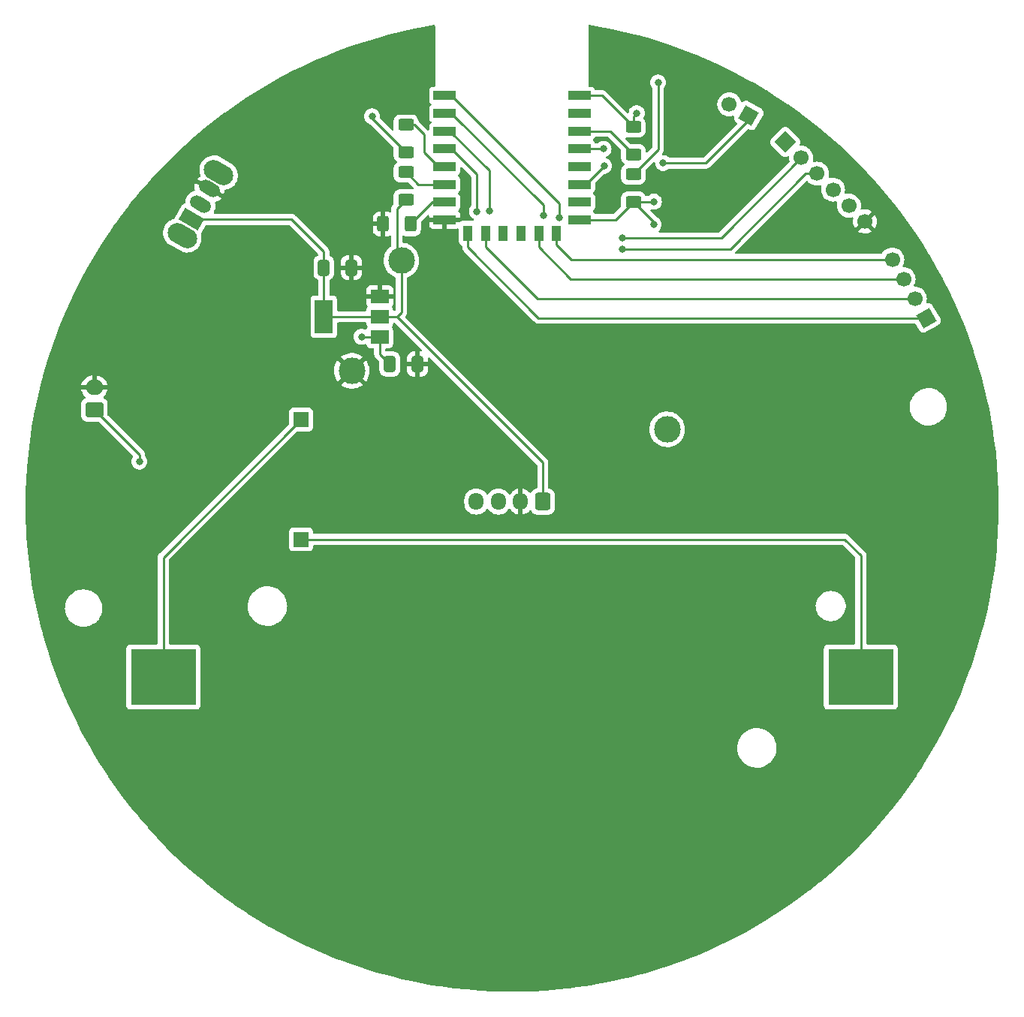
<source format=gbl>
%TF.GenerationSoftware,KiCad,Pcbnew,6.0.7-f9a2dced07~116~ubuntu20.04.1*%
%TF.CreationDate,2022-09-09T19:22:18+05:30*%
%TF.ProjectId,ESP12E_Smart_Coaster,45535031-3245-45f5-936d-6172745f436f,rev?*%
%TF.SameCoordinates,Original*%
%TF.FileFunction,Copper,L2,Bot*%
%TF.FilePolarity,Positive*%
%FSLAX46Y46*%
G04 Gerber Fmt 4.6, Leading zero omitted, Abs format (unit mm)*
G04 Created by KiCad (PCBNEW 6.0.7-f9a2dced07~116~ubuntu20.04.1) date 2022-09-09 19:22:18*
%MOMM*%
%LPD*%
G01*
G04 APERTURE LIST*
G04 Aperture macros list*
%AMRoundRect*
0 Rectangle with rounded corners*
0 $1 Rounding radius*
0 $2 $3 $4 $5 $6 $7 $8 $9 X,Y pos of 4 corners*
0 Add a 4 corners polygon primitive as box body*
4,1,4,$2,$3,$4,$5,$6,$7,$8,$9,$2,$3,0*
0 Add four circle primitives for the rounded corners*
1,1,$1+$1,$2,$3*
1,1,$1+$1,$4,$5*
1,1,$1+$1,$6,$7*
1,1,$1+$1,$8,$9*
0 Add four rect primitives between the rounded corners*
20,1,$1+$1,$2,$3,$4,$5,0*
20,1,$1+$1,$4,$5,$6,$7,0*
20,1,$1+$1,$6,$7,$8,$9,0*
20,1,$1+$1,$8,$9,$2,$3,0*%
%AMHorizOval*
0 Thick line with rounded ends*
0 $1 width*
0 $2 $3 position (X,Y) of the first rounded end (center of the circle)*
0 $4 $5 position (X,Y) of the second rounded end (center of the circle)*
0 Add line between two ends*
20,1,$1,$2,$3,$4,$5,0*
0 Add two circle primitives to create the rounded ends*
1,1,$1,$2,$3*
1,1,$1,$4,$5*%
%AMRotRect*
0 Rectangle, with rotation*
0 The origin of the aperture is its center*
0 $1 length*
0 $2 width*
0 $3 Rotation angle, in degrees counterclockwise*
0 Add horizontal line*
21,1,$1,$2,0,0,$3*%
G04 Aperture macros list end*
%TA.AperFunction,ComponentPad*%
%ADD10RotRect,1.700000X1.700000X210.000000*%
%TD*%
%TA.AperFunction,ComponentPad*%
%ADD11HorizOval,1.700000X0.000000X0.000000X0.000000X0.000000X0*%
%TD*%
%TA.AperFunction,ComponentPad*%
%ADD12RoundRect,0.250000X0.750000X-0.600000X0.750000X0.600000X-0.750000X0.600000X-0.750000X-0.600000X0*%
%TD*%
%TA.AperFunction,ComponentPad*%
%ADD13O,2.000000X1.700000*%
%TD*%
%TA.AperFunction,ComponentPad*%
%ADD14RotRect,1.700000X1.700000X45.000000*%
%TD*%
%TA.AperFunction,ComponentPad*%
%ADD15HorizOval,1.700000X0.000000X0.000000X0.000000X0.000000X0*%
%TD*%
%TA.AperFunction,ComponentPad*%
%ADD16C,3.000000*%
%TD*%
%TA.AperFunction,ComponentPad*%
%ADD17RotRect,1.700000X1.700000X240.000000*%
%TD*%
%TA.AperFunction,ComponentPad*%
%ADD18HorizOval,1.700000X0.000000X0.000000X0.000000X0.000000X0*%
%TD*%
%TA.AperFunction,ComponentPad*%
%ADD19HorizOval,2.200000X-0.562917X0.325000X0.562917X-0.325000X0*%
%TD*%
%TA.AperFunction,ComponentPad*%
%ADD20RotRect,1.500000X2.500000X60.000000*%
%TD*%
%TA.AperFunction,ComponentPad*%
%ADD21HorizOval,1.500000X-0.433013X0.250000X0.433013X-0.250000X0*%
%TD*%
%TA.AperFunction,ComponentPad*%
%ADD22RoundRect,0.250000X0.600000X0.725000X-0.600000X0.725000X-0.600000X-0.725000X0.600000X-0.725000X0*%
%TD*%
%TA.AperFunction,ComponentPad*%
%ADD23O,1.700000X1.950000*%
%TD*%
%TA.AperFunction,ComponentPad*%
%ADD24R,1.700000X1.700000*%
%TD*%
%TA.AperFunction,SMDPad,CuDef*%
%ADD25RoundRect,0.250000X-0.412500X-0.650000X0.412500X-0.650000X0.412500X0.650000X-0.412500X0.650000X0*%
%TD*%
%TA.AperFunction,SMDPad,CuDef*%
%ADD26RoundRect,0.250000X-0.625000X0.400000X-0.625000X-0.400000X0.625000X-0.400000X0.625000X0.400000X0*%
%TD*%
%TA.AperFunction,SMDPad,CuDef*%
%ADD27RoundRect,0.250000X0.625000X-0.400000X0.625000X0.400000X-0.625000X0.400000X-0.625000X-0.400000X0*%
%TD*%
%TA.AperFunction,SMDPad,CuDef*%
%ADD28R,7.340000X6.350000*%
%TD*%
%TA.AperFunction,SMDPad,CuDef*%
%ADD29RoundRect,0.250000X0.400000X0.625000X-0.400000X0.625000X-0.400000X-0.625000X0.400000X-0.625000X0*%
%TD*%
%TA.AperFunction,SMDPad,CuDef*%
%ADD30R,2.000000X1.500000*%
%TD*%
%TA.AperFunction,SMDPad,CuDef*%
%ADD31R,2.000000X3.800000*%
%TD*%
%TA.AperFunction,SMDPad,CuDef*%
%ADD32R,2.500000X1.000000*%
%TD*%
%TA.AperFunction,SMDPad,CuDef*%
%ADD33R,1.000000X1.800000*%
%TD*%
%TA.AperFunction,ViaPad*%
%ADD34C,0.800000*%
%TD*%
%TA.AperFunction,Conductor*%
%ADD35C,0.250000*%
%TD*%
G04 APERTURE END LIST*
D10*
%TO.P,J1,1,Pin_1*%
%TO.N,SCLK*%
X186685000Y-78881297D03*
D11*
%TO.P,J1,2,Pin_2*%
%TO.N,MOSI*%
X185415000Y-76681592D03*
%TO.P,J1,3,Pin_3*%
%TO.N,MISO*%
X184145000Y-74481888D03*
%TO.P,J1,4,Pin_4*%
%TO.N,CS0*%
X182875000Y-72282183D03*
%TD*%
D12*
%TO.P,J4,1,Pin_1*%
%TO.N,+5V*%
X92887800Y-89230200D03*
D13*
%TO.P,J4,2,Pin_2*%
%TO.N,GND*%
X92887800Y-86730200D03*
%TD*%
D14*
%TO.P,J3,1,Pin_1*%
%TO.N,unconnected-(J3-Pad1)*%
X170805227Y-59009872D03*
D15*
%TO.P,J3,2,Pin_2*%
%TO.N,TXD*%
X172601278Y-60805923D03*
%TO.P,J3,3,Pin_3*%
%TO.N,RXD*%
X174397329Y-62601974D03*
%TO.P,J3,4,Pin_4*%
%TO.N,unconnected-(J3-Pad4)*%
X176193381Y-64398026D03*
%TO.P,J3,5,Pin_5*%
%TO.N,unconnected-(J3-Pad5)*%
X177989432Y-66194077D03*
%TO.P,J3,6,Pin_6*%
%TO.N,GND*%
X179785483Y-67990128D03*
%TD*%
D16*
%TO.P,TP1,1,1*%
%TO.N,+5V*%
X157480000Y-91440000D03*
%TD*%
D17*
%TO.P,JP1,1,A*%
%TO.N,WAKE*%
X166690105Y-56032400D03*
D18*
%TO.P,JP1,2,B*%
%TO.N,RESET*%
X164490400Y-54762400D03*
%TD*%
D19*
%TO.P,SW1,*%
%TO.N,*%
X106906051Y-62473296D03*
X102806051Y-69574704D03*
D20*
%TO.P,SW1,1,A*%
%TO.N,RESET*%
X103856051Y-67756051D03*
D21*
%TO.P,SW1,2,B*%
%TO.N,Net-(R5-Pad1)*%
X104856051Y-66024000D03*
%TO.P,SW1,3,C*%
%TO.N,GND*%
X105856051Y-64291949D03*
%TD*%
D16*
%TO.P,TP2,1,1*%
%TO.N,GND*%
X121920000Y-84836000D03*
%TD*%
D22*
%TO.P,J2,1,Pin_1*%
%TO.N,RESET*%
X143450000Y-99585000D03*
D23*
%TO.P,J2,2,Pin_2*%
%TO.N,GND*%
X140950000Y-99585000D03*
%TO.P,J2,3,Pin_3*%
%TO.N,SCL*%
X138450000Y-99585000D03*
%TO.P,J2,4,Pin_4*%
%TO.N,SDA*%
X135950000Y-99585000D03*
%TD*%
D16*
%TO.P,TP3,1,1*%
%TO.N,RESET*%
X127508000Y-72390000D03*
%TD*%
D24*
%TO.P,U1,3,B+*%
%TO.N,Net-(BT1-Pad1)*%
X116205400Y-103846200D03*
%TO.P,U1,4,B-*%
%TO.N,Net-(BT1-Pad2)*%
X116205400Y-90346200D03*
%TD*%
D25*
%TO.P,C2,1*%
%TO.N,RESET*%
X118757300Y-73202800D03*
%TO.P,C2,2*%
%TO.N,GND*%
X121882300Y-73202800D03*
%TD*%
D26*
%TO.P,R4,1*%
%TO.N,RESET*%
X153670000Y-57328000D03*
%TO.P,R4,2*%
%TO.N,EN{slash}CH_PD*%
X153670000Y-60428000D03*
%TD*%
D27*
%TO.P,R3,1*%
%TO.N,RESET*%
X128016000Y-65508000D03*
%TO.P,R3,2*%
%TO.N,GPIO2*%
X128016000Y-62408000D03*
%TD*%
D28*
%TO.P,BT1,1,+*%
%TO.N,Net-(BT1-Pad1)*%
X179330000Y-119380000D03*
%TO.P,BT1,2,-*%
%TO.N,Net-(BT1-Pad2)*%
X100670000Y-119380000D03*
%TD*%
D29*
%TO.P,R2,1*%
%TO.N,GPIO15*%
X128550000Y-68276000D03*
%TO.P,R2,2*%
%TO.N,GND*%
X125450000Y-68276000D03*
%TD*%
D30*
%TO.P,U2,1,GND*%
%TO.N,GND*%
X125070000Y-76440000D03*
%TO.P,U2,2,VO*%
%TO.N,RESET*%
X125070000Y-78740000D03*
D31*
X118770000Y-78740000D03*
D30*
%TO.P,U2,3,VI*%
%TO.N,+5V*%
X125070000Y-81040000D03*
%TD*%
D27*
%TO.P,R6,1*%
%TO.N,RESET*%
X153670000Y-65762000D03*
%TO.P,R6,2*%
%TO.N,Net-(R6-Pad2)*%
X153670000Y-62662000D03*
%TD*%
D32*
%TO.P,U3,1,~{RST}*%
%TO.N,RESET*%
X147600000Y-53800000D03*
%TO.P,U3,2,ADC*%
%TO.N,unconnected-(U3-Pad2)*%
X147600000Y-55800000D03*
%TO.P,U3,3,EN*%
%TO.N,EN{slash}CH_PD*%
X147600000Y-57800000D03*
%TO.P,U3,4,GPIO16*%
%TO.N,WAKE*%
X147600000Y-59800000D03*
%TO.P,U3,5,GPIO14*%
%TO.N,unconnected-(U3-Pad5)*%
X147600000Y-61800000D03*
%TO.P,U3,6,GPIO12*%
%TO.N,LED_DIN*%
X147600000Y-63800000D03*
%TO.P,U3,7,GPIO13*%
%TO.N,unconnected-(U3-Pad7)*%
X147600000Y-65800000D03*
%TO.P,U3,8,VCC*%
%TO.N,RESET*%
X147600000Y-67800000D03*
D33*
%TO.P,U3,9,CS0*%
%TO.N,CS0*%
X145000000Y-69300000D03*
%TO.P,U3,10,MISO*%
%TO.N,MISO*%
X143000000Y-69300000D03*
%TO.P,U3,11,GPIO9*%
%TO.N,unconnected-(U3-Pad11)*%
X141000000Y-69300000D03*
%TO.P,U3,12,GPIO10*%
%TO.N,unconnected-(U3-Pad12)*%
X139000000Y-69300000D03*
%TO.P,U3,13,MOSI*%
%TO.N,MOSI*%
X137000000Y-69300000D03*
%TO.P,U3,14,SCLK*%
%TO.N,SCLK*%
X135000000Y-69300000D03*
D32*
%TO.P,U3,15,GND*%
%TO.N,GND*%
X132400000Y-67800000D03*
%TO.P,U3,16,GPIO15*%
%TO.N,GPIO15*%
X132400000Y-65800000D03*
%TO.P,U3,17,GPIO2*%
%TO.N,GPIO2*%
X132400000Y-63800000D03*
%TO.P,U3,18,GPIO0*%
%TO.N,GPIO0*%
X132400000Y-61800000D03*
%TO.P,U3,19,GPIO4*%
%TO.N,SDA*%
X132400000Y-59800000D03*
%TO.P,U3,20,GPIO5*%
%TO.N,SCL*%
X132400000Y-57800000D03*
%TO.P,U3,21,GPIO3/RXD*%
%TO.N,RXD*%
X132400000Y-55800000D03*
%TO.P,U3,22,GPIO1/TXD*%
%TO.N,TXD*%
X132400000Y-53800000D03*
%TD*%
D27*
%TO.P,R5,1*%
%TO.N,Net-(R5-Pad1)*%
X128016000Y-60174000D03*
%TO.P,R5,2*%
%TO.N,GPIO0*%
X128016000Y-57074000D03*
%TD*%
D25*
%TO.P,C1,1*%
%TO.N,+5V*%
X126199500Y-84074000D03*
%TO.P,C1,2*%
%TO.N,GND*%
X129324500Y-84074000D03*
%TD*%
D34*
%TO.N,+5V*%
X97967800Y-95072200D03*
X123012200Y-81000600D03*
%TO.N,RESET*%
X154053051Y-55774049D03*
X155956000Y-68326000D03*
X155983666Y-65758334D03*
%TO.N,SCL*%
X137414000Y-66802000D03*
%TO.N,SDA*%
X136028573Y-66853631D03*
%TO.N,TXD*%
X145288000Y-67564000D03*
X152400000Y-69850000D03*
%TO.N,RXD*%
X152400000Y-71120000D03*
X143510000Y-67310000D03*
%TO.N,LED_DIN*%
X150368000Y-61722000D03*
%TO.N,Net-(R5-Pad1)*%
X124206000Y-56134000D03*
%TO.N,Net-(R6-Pad2)*%
X156464000Y-52324000D03*
%TO.N,WAKE*%
X150308937Y-59800000D03*
X157030680Y-61399539D03*
%TD*%
D35*
%TO.N,Net-(BT1-Pad1)*%
X177506200Y-103846200D02*
X179330000Y-105670000D01*
X177506200Y-103846200D02*
X116205400Y-103846200D01*
X179330000Y-105670000D02*
X179330000Y-119380000D01*
%TO.N,Net-(BT1-Pad2)*%
X100670000Y-105881600D02*
X116205400Y-90346200D01*
X100670000Y-119380000D02*
X100670000Y-105881600D01*
%TO.N,+5V*%
X125070000Y-82944500D02*
X126199500Y-84074000D01*
X97967800Y-94310200D02*
X97967800Y-95072200D01*
X123012200Y-81000600D02*
X125030600Y-81000600D01*
X125030600Y-81000600D02*
X125070000Y-81040000D01*
X92887800Y-89230200D02*
X97967800Y-94310200D01*
X125070000Y-81040000D02*
X125070000Y-82944500D01*
%TO.N,RESET*%
X153670000Y-56157100D02*
X154053051Y-55774049D01*
X115113551Y-67756051D02*
X103856051Y-67756051D01*
X127000000Y-71882000D02*
X127000000Y-66524000D01*
X118757300Y-71399800D02*
X115113551Y-67756051D01*
X147600000Y-53800000D02*
X150142000Y-53800000D01*
X127508000Y-78232000D02*
X127000000Y-78740000D01*
X127000000Y-66524000D02*
X128016000Y-65508000D01*
X153673666Y-65758334D02*
X153670000Y-65762000D01*
X126499503Y-78740000D02*
X125070000Y-78740000D01*
X147600000Y-67800000D02*
X151632000Y-67800000D01*
X118770000Y-73215500D02*
X118757300Y-73202800D01*
X150142000Y-53800000D02*
X153670000Y-57328000D01*
X153670000Y-56311938D02*
X153670000Y-56157100D01*
X118770000Y-78740000D02*
X125070000Y-78740000D01*
X153670000Y-65762000D02*
X155956000Y-68048000D01*
X153670000Y-57328000D02*
X153670000Y-56311938D01*
X127000000Y-78740000D02*
X143450000Y-95190000D01*
X127508000Y-72390000D02*
X127508000Y-78232000D01*
X155956000Y-68048000D02*
X155956000Y-68326000D01*
X118757300Y-73202800D02*
X118757300Y-71399800D01*
X127508000Y-72390000D02*
X127000000Y-71882000D01*
X155983666Y-65758334D02*
X153673666Y-65758334D01*
X118770000Y-78740000D02*
X118770000Y-73215500D01*
X143450000Y-95190000D02*
X143450000Y-99585000D01*
X126499503Y-78740000D02*
X127000000Y-78740000D01*
X151632000Y-67800000D02*
X153670000Y-65762000D01*
%TO.N,SCLK*%
X186685000Y-78881297D02*
X142975643Y-78881297D01*
X135000000Y-70905654D02*
X135000000Y-69300000D01*
X142975643Y-78881297D02*
X135000000Y-70905654D01*
%TO.N,MOSI*%
X142838029Y-76681592D02*
X136998854Y-70842417D01*
X137000000Y-70841271D02*
X137000000Y-69300000D01*
X136998854Y-70842417D02*
X137000000Y-70841271D01*
X185415000Y-76681592D02*
X142838029Y-76681592D01*
%TO.N,MISO*%
X143000000Y-70864000D02*
X143000000Y-69300000D01*
X146617888Y-74481888D02*
X143000000Y-70864000D01*
X184145000Y-74481888D02*
X146617888Y-74481888D01*
%TO.N,CS0*%
X145000000Y-70606695D02*
X145000000Y-69300000D01*
X144998626Y-70608069D02*
X145000000Y-70606695D01*
X146672740Y-72282183D02*
X144998626Y-70608069D01*
X182875000Y-72282183D02*
X146672740Y-72282183D01*
%TO.N,SCL*%
X137414000Y-62230000D02*
X137414000Y-66802000D01*
X132984000Y-57800000D02*
X137414000Y-62230000D01*
X132400000Y-57800000D02*
X132984000Y-57800000D01*
%TO.N,SDA*%
X133150000Y-59800000D02*
X136028573Y-62678573D01*
X132400000Y-59800000D02*
X133150000Y-59800000D01*
X136028573Y-62678573D02*
X136028573Y-66853631D01*
%TO.N,TXD*%
X172601278Y-60805923D02*
X163830000Y-69577201D01*
X163830000Y-69596000D02*
X163576000Y-69850000D01*
X145288000Y-67564000D02*
X145288000Y-65938000D01*
X133150000Y-53800000D02*
X132400000Y-53800000D01*
X163830000Y-69577201D02*
X163830000Y-69596000D01*
X163576000Y-69850000D02*
X152400000Y-69850000D01*
X145288000Y-65938000D02*
X133150000Y-53800000D01*
%TO.N,RXD*%
X143510000Y-67310000D02*
X143510000Y-66160000D01*
X164592000Y-71120000D02*
X152400000Y-71120000D01*
X174397329Y-62601974D02*
X173110026Y-62601974D01*
X143510000Y-66160000D02*
X133150000Y-55800000D01*
X173110026Y-62601974D02*
X164592000Y-71120000D01*
X133150000Y-55800000D02*
X132400000Y-55800000D01*
%TO.N,LED_DIN*%
X148290000Y-63800000D02*
X150368000Y-61722000D01*
X147600000Y-63800000D02*
X148290000Y-63800000D01*
%TO.N,GPIO15*%
X131026000Y-65800000D02*
X128550000Y-68276000D01*
X132400000Y-65800000D02*
X131026000Y-65800000D01*
%TO.N,GPIO2*%
X129408000Y-63800000D02*
X128016000Y-62408000D01*
X132400000Y-63800000D02*
X129408000Y-63800000D01*
%TO.N,EN{slash}CH_PD*%
X151042000Y-57800000D02*
X153670000Y-60428000D01*
X147600000Y-57800000D02*
X151042000Y-57800000D01*
%TO.N,Net-(R5-Pad1)*%
X124206000Y-56364000D02*
X128016000Y-60174000D01*
X124206000Y-56134000D02*
X124206000Y-56364000D01*
%TO.N,GPIO0*%
X130048000Y-60198000D02*
X130048000Y-58166000D01*
X130048000Y-58166000D02*
X128956000Y-57074000D01*
X128956000Y-57074000D02*
X128016000Y-57074000D01*
X132400000Y-61800000D02*
X131650000Y-61800000D01*
X131650000Y-61800000D02*
X130048000Y-60198000D01*
%TO.N,Net-(R6-Pad2)*%
X156464000Y-59868000D02*
X153670000Y-62662000D01*
X156464000Y-52324000D02*
X156464000Y-59868000D01*
%TO.N,WAKE*%
X161866461Y-61399539D02*
X166690105Y-56575895D01*
X147600000Y-59800000D02*
X150308937Y-59800000D01*
X157030680Y-61399539D02*
X161866461Y-61399539D01*
X166690105Y-56575895D02*
X166690105Y-56032400D01*
%TD*%
%TA.AperFunction,Conductor*%
%TO.N,GND*%
G36*
X149462269Y-45941506D02*
G01*
X149465602Y-45942090D01*
X150910369Y-46215066D01*
X150913685Y-46215738D01*
X151340918Y-46308406D01*
X152350708Y-46527433D01*
X152353965Y-46528185D01*
X153105220Y-46712388D01*
X153782053Y-46878343D01*
X153785328Y-46879193D01*
X154337352Y-47030369D01*
X155203479Y-47267566D01*
X155206698Y-47268493D01*
X155794696Y-47446626D01*
X156613963Y-47694822D01*
X156617188Y-47695847D01*
X158012414Y-48159781D01*
X158015610Y-48160891D01*
X159397931Y-48662142D01*
X159401096Y-48663338D01*
X160769451Y-49201523D01*
X160772583Y-49202804D01*
X162125969Y-49777527D01*
X162129065Y-49778891D01*
X163466545Y-50389753D01*
X163469604Y-50391200D01*
X164790211Y-51037761D01*
X164793230Y-51039290D01*
X166095985Y-51721072D01*
X166098961Y-51722681D01*
X166527817Y-51962001D01*
X167382953Y-52439204D01*
X167385837Y-52440864D01*
X168643620Y-53187744D01*
X168650129Y-53191609D01*
X168653009Y-53193371D01*
X169000670Y-53412651D01*
X169896701Y-53977803D01*
X169899539Y-53979647D01*
X170063841Y-54089552D01*
X171051151Y-54749985D01*
X171121685Y-54797167D01*
X171124471Y-54799086D01*
X172324237Y-55649136D01*
X172326947Y-55651111D01*
X172866220Y-56055373D01*
X173503448Y-56533067D01*
X173506128Y-56535132D01*
X174658553Y-57448384D01*
X174661176Y-57450521D01*
X175788636Y-58394365D01*
X175791201Y-58396572D01*
X176892905Y-59370344D01*
X176895410Y-59372619D01*
X177970565Y-60375620D01*
X177973008Y-60377961D01*
X179020862Y-61409487D01*
X179023241Y-61411893D01*
X180043000Y-62471164D01*
X180045314Y-62473633D01*
X181036264Y-63559908D01*
X181038511Y-63562438D01*
X181541742Y-64144739D01*
X181989387Y-64662720D01*
X181999942Y-64674934D01*
X182002105Y-64677505D01*
X182862116Y-65728413D01*
X182933351Y-65815460D01*
X182935458Y-65818107D01*
X183835770Y-66980602D01*
X183837806Y-66983305D01*
X184706591Y-68169574D01*
X184708553Y-68172330D01*
X185545161Y-69381481D01*
X185547048Y-69384288D01*
X186350940Y-70615550D01*
X186352701Y-70618329D01*
X186897490Y-71503807D01*
X187123203Y-71870671D01*
X187124938Y-71873577D01*
X187861546Y-73146177D01*
X187863201Y-73149128D01*
X188565340Y-74440989D01*
X188566916Y-74443983D01*
X188703301Y-74711816D01*
X189234145Y-75754291D01*
X189235624Y-75757295D01*
X189867433Y-77085061D01*
X189868845Y-77088135D01*
X190464736Y-78432298D01*
X190466066Y-78435409D01*
X190844082Y-79353917D01*
X191002978Y-79740002D01*
X191025669Y-79795138D01*
X191026915Y-79798283D01*
X191537471Y-81140130D01*
X191549820Y-81172587D01*
X191550977Y-81175758D01*
X192019153Y-82513217D01*
X192036766Y-82563534D01*
X192037838Y-82566734D01*
X192090301Y-82730588D01*
X192486195Y-83967077D01*
X192487184Y-83970313D01*
X192685448Y-84652067D01*
X192896580Y-85378065D01*
X192897790Y-85382227D01*
X192898684Y-85385463D01*
X193268899Y-86799002D01*
X193271225Y-86807883D01*
X193272035Y-86811154D01*
X193342519Y-87113137D01*
X193606243Y-88243042D01*
X193606968Y-88246347D01*
X193713999Y-88767800D01*
X193889670Y-89623659D01*
X193902608Y-89686694D01*
X193903239Y-89689990D01*
X194093061Y-90759918D01*
X194160105Y-91137809D01*
X194160651Y-91141149D01*
X194378540Y-92595288D01*
X194378996Y-92598640D01*
X194557756Y-94058069D01*
X194558123Y-94061433D01*
X194697640Y-95525230D01*
X194697915Y-95528602D01*
X194798071Y-96995540D01*
X194798256Y-96998919D01*
X194858986Y-98468009D01*
X194859081Y-98471391D01*
X194860720Y-98584704D01*
X194872565Y-99403774D01*
X194880343Y-99941655D01*
X194880346Y-99945024D01*
X194872728Y-100559575D01*
X194862121Y-101415270D01*
X194862034Y-101418652D01*
X194858560Y-101507114D01*
X194804640Y-102880219D01*
X194804338Y-102887902D01*
X194804161Y-102891255D01*
X194774963Y-103332319D01*
X194707031Y-104358458D01*
X194706762Y-104361831D01*
X194652282Y-104946206D01*
X194571705Y-105810508D01*
X194570275Y-105825843D01*
X194569918Y-105829187D01*
X194562334Y-105892185D01*
X194394162Y-107289067D01*
X194393712Y-107292420D01*
X194178831Y-108746980D01*
X194178292Y-108750320D01*
X194106709Y-109158699D01*
X193927769Y-110179542D01*
X193924423Y-110198628D01*
X193923796Y-110201942D01*
X193633196Y-111632735D01*
X193631130Y-111642905D01*
X193630413Y-111646208D01*
X193301090Y-113070450D01*
X193299165Y-113078774D01*
X193298363Y-113082044D01*
X193216576Y-113396971D01*
X192928751Y-114505264D01*
X192927856Y-114508527D01*
X192520181Y-115921244D01*
X192519199Y-115924482D01*
X192073741Y-117325728D01*
X192072683Y-117328909D01*
X191774353Y-118186841D01*
X191589734Y-118717764D01*
X191588580Y-118720944D01*
X191068536Y-120096268D01*
X191067297Y-120099417D01*
X190510504Y-121460298D01*
X190509187Y-121463398D01*
X189917742Y-122805006D01*
X189916034Y-122808880D01*
X189914654Y-122811899D01*
X189473955Y-123742991D01*
X189285602Y-124140935D01*
X189284114Y-124143973D01*
X188619595Y-125455654D01*
X188618025Y-125458652D01*
X187918547Y-126751975D01*
X187916898Y-126754929D01*
X187182935Y-128029021D01*
X187181207Y-128031930D01*
X186413284Y-129285874D01*
X186411478Y-129288735D01*
X186205636Y-129605436D01*
X185739128Y-130323187D01*
X185610185Y-130521573D01*
X185608337Y-130524335D01*
X184945926Y-131485959D01*
X184774190Y-131735269D01*
X184772233Y-131738029D01*
X183905905Y-132926082D01*
X183903885Y-132928776D01*
X183848293Y-133000864D01*
X183005947Y-134093165D01*
X183003845Y-134095816D01*
X182074998Y-135235633D01*
X182072826Y-135238227D01*
X181113678Y-136352728D01*
X181111436Y-136355263D01*
X180561440Y-136960673D01*
X180160142Y-137402402D01*
X180122750Y-137443561D01*
X180120455Y-137446022D01*
X179179347Y-138427644D01*
X179102836Y-138507449D01*
X179100461Y-138509860D01*
X178054759Y-139543529D01*
X178052327Y-139545869D01*
X177985633Y-139608346D01*
X176979239Y-140551095D01*
X176976757Y-140553358D01*
X176908348Y-140614076D01*
X175877027Y-141529439D01*
X175874467Y-141531650D01*
X174748983Y-142477800D01*
X174746376Y-142479934D01*
X174618642Y-142581588D01*
X173595829Y-143395572D01*
X173593169Y-143397631D01*
X173417658Y-143529768D01*
X172418500Y-144282007D01*
X172415770Y-144284006D01*
X171217738Y-145136550D01*
X171214955Y-145138474D01*
X169994499Y-145958518D01*
X169991665Y-145960367D01*
X169264266Y-146421261D01*
X168749630Y-146747344D01*
X168746799Y-146749085D01*
X167675394Y-147388290D01*
X167484015Y-147502467D01*
X167481086Y-147504161D01*
X166198630Y-148223305D01*
X166195657Y-148224921D01*
X164894254Y-148909422D01*
X164891247Y-148910952D01*
X164164082Y-149268831D01*
X163572013Y-149560222D01*
X163568964Y-149561672D01*
X162232710Y-150175313D01*
X162229688Y-150176652D01*
X161463222Y-150504006D01*
X160877437Y-150754192D01*
X160874308Y-150755479D01*
X160154417Y-151040336D01*
X159507063Y-151296491D01*
X159503949Y-151297675D01*
X158799593Y-151554732D01*
X158122653Y-151801784D01*
X158119460Y-151802901D01*
X157418064Y-152037736D01*
X156725127Y-152269739D01*
X156721952Y-152270754D01*
X156516678Y-152333405D01*
X155315596Y-152699980D01*
X155312347Y-152700924D01*
X153895008Y-153092223D01*
X153891734Y-153093080D01*
X153438289Y-153205255D01*
X152464332Y-153446196D01*
X152461105Y-153446948D01*
X151742925Y-153604277D01*
X151024779Y-153761599D01*
X151021464Y-153762279D01*
X149577199Y-154038252D01*
X149573868Y-154038842D01*
X148848308Y-154157385D01*
X148122738Y-154275930D01*
X148119412Y-154276427D01*
X147414620Y-154372225D01*
X146662431Y-154474465D01*
X146659073Y-154474876D01*
X146126588Y-154532739D01*
X145197254Y-154633726D01*
X145193923Y-154634042D01*
X143728390Y-154753580D01*
X143725076Y-154753806D01*
X142256834Y-154833950D01*
X142253473Y-154834089D01*
X141894648Y-154844022D01*
X140783644Y-154874778D01*
X140780261Y-154874826D01*
X140029529Y-154875443D01*
X139309854Y-154876035D01*
X139306526Y-154875992D01*
X137836614Y-154837717D01*
X137833308Y-154837586D01*
X136364928Y-154759854D01*
X136361577Y-154759632D01*
X135628705Y-154701066D01*
X134895846Y-154642502D01*
X134892477Y-154642187D01*
X133430459Y-154485745D01*
X133427100Y-154485340D01*
X131969765Y-154289693D01*
X131966418Y-154289197D01*
X131564918Y-154224277D01*
X130514937Y-154054500D01*
X130511649Y-154053924D01*
X129066842Y-153780308D01*
X129063578Y-153779643D01*
X128117054Y-153573921D01*
X127626745Y-153467354D01*
X127623449Y-153466591D01*
X126843176Y-153274924D01*
X126195522Y-153115833D01*
X126192275Y-153114990D01*
X124774227Y-152726002D01*
X124771035Y-152725080D01*
X123363987Y-152298169D01*
X123360770Y-152297146D01*
X123278439Y-152269731D01*
X121965670Y-151832599D01*
X121962504Y-151831497D01*
X120580367Y-151329653D01*
X120577203Y-151328455D01*
X120198031Y-151179139D01*
X119209094Y-150789700D01*
X119206014Y-150788440D01*
X117852811Y-150213120D01*
X117849782Y-150211785D01*
X116512511Y-149600335D01*
X116509455Y-149598888D01*
X115189121Y-148951769D01*
X115186103Y-148950239D01*
X113883623Y-148267900D01*
X113880647Y-148266289D01*
X112596995Y-147549244D01*
X112594064Y-147547555D01*
X111330085Y-146796275D01*
X111327200Y-146794507D01*
X110083898Y-146009588D01*
X110081061Y-146007744D01*
X108859234Y-145189689D01*
X108856448Y-145187769D01*
X108417236Y-144876303D01*
X107656984Y-144337172D01*
X107654351Y-144335250D01*
X106478174Y-143452763D01*
X106475524Y-143450718D01*
X105323481Y-142536977D01*
X105320884Y-142534860D01*
X104193776Y-141590500D01*
X104191258Y-141588332D01*
X103089945Y-140614076D01*
X103087441Y-140611800D01*
X102012709Y-139608346D01*
X102010267Y-139606004D01*
X100962849Y-138574036D01*
X100960471Y-138571629D01*
X99941159Y-137511926D01*
X99938846Y-137509456D01*
X98948335Y-136422743D01*
X98946090Y-136420212D01*
X98890008Y-136355263D01*
X97985136Y-135307316D01*
X97982971Y-135304741D01*
X97789839Y-135068536D01*
X97052211Y-134166399D01*
X97050157Y-134163818D01*
X96150275Y-133000864D01*
X96148241Y-132998160D01*
X95279974Y-131811549D01*
X95278013Y-131808792D01*
X94441917Y-130599287D01*
X94440030Y-130596478D01*
X93745967Y-129532451D01*
X93636678Y-129364907D01*
X93634875Y-129362059D01*
X93625741Y-129347198D01*
X93283083Y-128789729D01*
X92864920Y-128109421D01*
X92863187Y-128106515D01*
X92470085Y-127426712D01*
X165370008Y-127426712D01*
X165395775Y-127721232D01*
X165396685Y-127725304D01*
X165396686Y-127725309D01*
X165440116Y-127919602D01*
X165460268Y-128009757D01*
X165562354Y-128287218D01*
X165564298Y-128290906D01*
X165564302Y-128290914D01*
X165659605Y-128471672D01*
X165700239Y-128548741D01*
X165871501Y-128789729D01*
X166073131Y-129005951D01*
X166301586Y-129193606D01*
X166552853Y-129349398D01*
X166822517Y-129470590D01*
X166995056Y-129522026D01*
X167101841Y-129553860D01*
X167101843Y-129553860D01*
X167105840Y-129555052D01*
X167109960Y-129555705D01*
X167109962Y-129555705D01*
X167228052Y-129574408D01*
X167397846Y-129601301D01*
X167440022Y-129603216D01*
X167488894Y-129605436D01*
X167488913Y-129605436D01*
X167490313Y-129605500D01*
X167674991Y-129605500D01*
X167894995Y-129590887D01*
X168184808Y-129532451D01*
X168464346Y-129436198D01*
X168468079Y-129434329D01*
X168468083Y-129434327D01*
X168724961Y-129305692D01*
X168724963Y-129305691D01*
X168728699Y-129303820D01*
X168973221Y-129137643D01*
X169117541Y-129008607D01*
X169190501Y-128943373D01*
X169190502Y-128943372D01*
X169193618Y-128940586D01*
X169386016Y-128716111D01*
X169492492Y-128552153D01*
X169544757Y-128471672D01*
X169544760Y-128471667D01*
X169547036Y-128468162D01*
X169673849Y-128201095D01*
X169764226Y-127919602D01*
X169816580Y-127628629D01*
X169825561Y-127430864D01*
X169829803Y-127337458D01*
X169829803Y-127337452D01*
X169829992Y-127333288D01*
X169804225Y-127038768D01*
X169760804Y-126844511D01*
X169740644Y-126754322D01*
X169740643Y-126754319D01*
X169739732Y-126750243D01*
X169637646Y-126472782D01*
X169635702Y-126469094D01*
X169635698Y-126469086D01*
X169501714Y-126214963D01*
X169501713Y-126214962D01*
X169499761Y-126211259D01*
X169328499Y-125970271D01*
X169126869Y-125754049D01*
X168898414Y-125566394D01*
X168647147Y-125410602D01*
X168377483Y-125289410D01*
X168167200Y-125226722D01*
X168098159Y-125206140D01*
X168098157Y-125206140D01*
X168094160Y-125204948D01*
X168090040Y-125204295D01*
X168090038Y-125204295D01*
X167971948Y-125185592D01*
X167802154Y-125158699D01*
X167759978Y-125156784D01*
X167711106Y-125154564D01*
X167711087Y-125154564D01*
X167709687Y-125154500D01*
X167525009Y-125154500D01*
X167305005Y-125169113D01*
X167015192Y-125227549D01*
X166735654Y-125323802D01*
X166731921Y-125325671D01*
X166731917Y-125325673D01*
X166565739Y-125408889D01*
X166471301Y-125456180D01*
X166226779Y-125622357D01*
X166223665Y-125625141D01*
X166223664Y-125625142D01*
X166079489Y-125754049D01*
X166006382Y-125819414D01*
X165813984Y-126043889D01*
X165811710Y-126047391D01*
X165705293Y-126211259D01*
X165652964Y-126291838D01*
X165526151Y-126558905D01*
X165435774Y-126840398D01*
X165383420Y-127131371D01*
X165383231Y-127135543D01*
X165374251Y-127333288D01*
X165370008Y-127426712D01*
X92470085Y-127426712D01*
X92127147Y-126833660D01*
X92125492Y-126830709D01*
X91423859Y-125538478D01*
X91422285Y-125535483D01*
X90755633Y-124224941D01*
X90754157Y-124221941D01*
X90122876Y-122893842D01*
X90121509Y-122890861D01*
X89526146Y-121546356D01*
X89524822Y-121543254D01*
X88965812Y-120183334D01*
X88964567Y-120180188D01*
X88442242Y-118805664D01*
X88441083Y-118802485D01*
X87955878Y-117414500D01*
X87954804Y-117411291D01*
X87928476Y-117328939D01*
X87553993Y-116157623D01*
X96499500Y-116157623D01*
X96499501Y-122602376D01*
X96506149Y-122663580D01*
X96556474Y-122797824D01*
X96561854Y-122805003D01*
X96561856Y-122805006D01*
X96626176Y-122890827D01*
X96642454Y-122912546D01*
X96649635Y-122917928D01*
X96749994Y-122993144D01*
X96749997Y-122993146D01*
X96757176Y-122998526D01*
X96846561Y-123032034D01*
X96884025Y-123046079D01*
X96884027Y-123046079D01*
X96891420Y-123048851D01*
X96899270Y-123049704D01*
X96899271Y-123049704D01*
X96949217Y-123055130D01*
X96952623Y-123055500D01*
X100669456Y-123055500D01*
X104387376Y-123055499D01*
X104390770Y-123055130D01*
X104390776Y-123055130D01*
X104440722Y-123049705D01*
X104440726Y-123049704D01*
X104448580Y-123048851D01*
X104582824Y-122998526D01*
X104590003Y-122993146D01*
X104590006Y-122993144D01*
X104690365Y-122917928D01*
X104697546Y-122912546D01*
X104713824Y-122890827D01*
X104778144Y-122805006D01*
X104778146Y-122805003D01*
X104783526Y-122797824D01*
X104833851Y-122663580D01*
X104840500Y-122602377D01*
X104840499Y-116157624D01*
X104833851Y-116096420D01*
X104783526Y-115962176D01*
X104778146Y-115954997D01*
X104778144Y-115954994D01*
X104702928Y-115854635D01*
X104697546Y-115847454D01*
X104690365Y-115842072D01*
X104590006Y-115766856D01*
X104590003Y-115766854D01*
X104582824Y-115761474D01*
X104493439Y-115727966D01*
X104455975Y-115713921D01*
X104455973Y-115713921D01*
X104448580Y-115711149D01*
X104440730Y-115710296D01*
X104440729Y-115710296D01*
X104390774Y-115704869D01*
X104390773Y-115704869D01*
X104387377Y-115704500D01*
X101421500Y-115704500D01*
X101353379Y-115684498D01*
X101306886Y-115630842D01*
X101295500Y-115578500D01*
X101295500Y-111426712D01*
X110170008Y-111426712D01*
X110170371Y-111430860D01*
X110170371Y-111430864D01*
X110180279Y-111544112D01*
X110195775Y-111721232D01*
X110196685Y-111725304D01*
X110196686Y-111725309D01*
X110251994Y-111972743D01*
X110260268Y-112009757D01*
X110261712Y-112013680D01*
X110261712Y-112013682D01*
X110273360Y-112045339D01*
X110362354Y-112287218D01*
X110364298Y-112290906D01*
X110364302Y-112290914D01*
X110466305Y-112484380D01*
X110500239Y-112548741D01*
X110671501Y-112789729D01*
X110873131Y-113005951D01*
X111101586Y-113193606D01*
X111352853Y-113349398D01*
X111622517Y-113470590D01*
X111795056Y-113522026D01*
X111901841Y-113553860D01*
X111901843Y-113553860D01*
X111905840Y-113555052D01*
X111909960Y-113555705D01*
X111909962Y-113555705D01*
X112028052Y-113574408D01*
X112197846Y-113601301D01*
X112240022Y-113603216D01*
X112288894Y-113605436D01*
X112288913Y-113605436D01*
X112290313Y-113605500D01*
X112474991Y-113605500D01*
X112694995Y-113590887D01*
X112984808Y-113532451D01*
X113264346Y-113436198D01*
X113268079Y-113434329D01*
X113268083Y-113434327D01*
X113524961Y-113305692D01*
X113524963Y-113305691D01*
X113528699Y-113303820D01*
X113773221Y-113137643D01*
X113835388Y-113082060D01*
X113990501Y-112943373D01*
X113990502Y-112943372D01*
X113993618Y-112940586D01*
X114186016Y-112716111D01*
X114285165Y-112563435D01*
X114344757Y-112471672D01*
X114344760Y-112471667D01*
X114347036Y-112468162D01*
X114368841Y-112422242D01*
X114472054Y-112204875D01*
X114473849Y-112201095D01*
X114564226Y-111919602D01*
X114616580Y-111628629D01*
X114625561Y-111430864D01*
X114629803Y-111337458D01*
X114629803Y-111337452D01*
X114629992Y-111333288D01*
X114626293Y-111291003D01*
X174231840Y-111291003D01*
X174231953Y-111295781D01*
X174235668Y-111453404D01*
X174237918Y-111548892D01*
X174238752Y-111553597D01*
X174276404Y-111766048D01*
X174282934Y-111802895D01*
X174365853Y-112047165D01*
X174368057Y-112051407D01*
X174368057Y-112051408D01*
X174448885Y-112207008D01*
X174484766Y-112276083D01*
X174487592Y-112279951D01*
X174487593Y-112279953D01*
X174517421Y-112320782D01*
X174636937Y-112484380D01*
X174640308Y-112487769D01*
X174640310Y-112487771D01*
X174697277Y-112545037D01*
X174818865Y-112667263D01*
X174880259Y-112712609D01*
X175022511Y-112817678D01*
X175022514Y-112817680D01*
X175026362Y-112820522D01*
X175254654Y-112940633D01*
X175259175Y-112942194D01*
X175434332Y-113002676D01*
X175498487Y-113024829D01*
X175503193Y-113025688D01*
X175503195Y-113025689D01*
X175523197Y-113029342D01*
X175752250Y-113071175D01*
X175834780Y-113075500D01*
X175995599Y-113075500D01*
X175997978Y-113075319D01*
X175997979Y-113075319D01*
X176182451Y-113061287D01*
X176182456Y-113061286D01*
X176187218Y-113060924D01*
X176191871Y-113059845D01*
X176191874Y-113059845D01*
X176433852Y-113003757D01*
X176433851Y-113003757D01*
X176438516Y-113002676D01*
X176678112Y-112907087D01*
X176900493Y-112776356D01*
X177100540Y-112613492D01*
X177273651Y-112422242D01*
X177415841Y-112207008D01*
X177491618Y-112042637D01*
X177521833Y-111977095D01*
X177521834Y-111977092D01*
X177523839Y-111972743D01*
X177525163Y-111968141D01*
X177593838Y-111729431D01*
X177593839Y-111729426D01*
X177595159Y-111724838D01*
X177607040Y-111632735D01*
X177627549Y-111473734D01*
X177628160Y-111468997D01*
X177622082Y-111211108D01*
X177595573Y-111061531D01*
X177577901Y-110961814D01*
X177577900Y-110961808D01*
X177577066Y-110957105D01*
X177494147Y-110712835D01*
X177413372Y-110557336D01*
X177377443Y-110488169D01*
X177377441Y-110488166D01*
X177375234Y-110483917D01*
X177367100Y-110472782D01*
X177265862Y-110334205D01*
X177223063Y-110275620D01*
X177041135Y-110092737D01*
X176880797Y-109974310D01*
X176837489Y-109942322D01*
X176837486Y-109942320D01*
X176833638Y-109939478D01*
X176605346Y-109819367D01*
X176430809Y-109759099D01*
X176366037Y-109736733D01*
X176366035Y-109736733D01*
X176361513Y-109735171D01*
X176356807Y-109734312D01*
X176356805Y-109734311D01*
X176297775Y-109723530D01*
X176107750Y-109688825D01*
X176025220Y-109684500D01*
X175864401Y-109684500D01*
X175862022Y-109684681D01*
X175862021Y-109684681D01*
X175677549Y-109698713D01*
X175677544Y-109698714D01*
X175672782Y-109699076D01*
X175668129Y-109700155D01*
X175668126Y-109700155D01*
X175520768Y-109734311D01*
X175421484Y-109757324D01*
X175181888Y-109852913D01*
X174959507Y-109983644D01*
X174759460Y-110146508D01*
X174586349Y-110337758D01*
X174444159Y-110552992D01*
X174442158Y-110557332D01*
X174442156Y-110557336D01*
X174351344Y-110754322D01*
X174336161Y-110787257D01*
X174334837Y-110791858D01*
X174334837Y-110791859D01*
X174285943Y-110961814D01*
X174264841Y-111035162D01*
X174264230Y-111039897D01*
X174264229Y-111039903D01*
X174242146Y-111211108D01*
X174231840Y-111291003D01*
X114626293Y-111291003D01*
X114604225Y-111038768D01*
X114602393Y-111030569D01*
X114540644Y-110754322D01*
X114540643Y-110754319D01*
X114539732Y-110750243D01*
X114527635Y-110717363D01*
X114503499Y-110651765D01*
X114437646Y-110472782D01*
X114435702Y-110469094D01*
X114435698Y-110469086D01*
X114301714Y-110214963D01*
X114301713Y-110214962D01*
X114299761Y-110211259D01*
X114128499Y-109970271D01*
X113989857Y-109821595D01*
X113929719Y-109757105D01*
X113929717Y-109757103D01*
X113926869Y-109754049D01*
X113698414Y-109566394D01*
X113447147Y-109410602D01*
X113177483Y-109289410D01*
X112967200Y-109226722D01*
X112898159Y-109206140D01*
X112898157Y-109206140D01*
X112894160Y-109204948D01*
X112890040Y-109204295D01*
X112890038Y-109204295D01*
X112771948Y-109185592D01*
X112602154Y-109158699D01*
X112559978Y-109156784D01*
X112511106Y-109154564D01*
X112511087Y-109154564D01*
X112509687Y-109154500D01*
X112325009Y-109154500D01*
X112105005Y-109169113D01*
X111815192Y-109227549D01*
X111535654Y-109323802D01*
X111531921Y-109325671D01*
X111531917Y-109325673D01*
X111365739Y-109408889D01*
X111271301Y-109456180D01*
X111026779Y-109622357D01*
X111023665Y-109625141D01*
X111023664Y-109625142D01*
X110820592Y-109806709D01*
X110806382Y-109819414D01*
X110613984Y-110043889D01*
X110611710Y-110047391D01*
X110455978Y-110287197D01*
X110452964Y-110291838D01*
X110451170Y-110295617D01*
X110451169Y-110295618D01*
X110429261Y-110341757D01*
X110326151Y-110558905D01*
X110235774Y-110840398D01*
X110183420Y-111131371D01*
X110180013Y-111206403D01*
X110174251Y-111333288D01*
X110170008Y-111426712D01*
X101295500Y-111426712D01*
X101295500Y-106192880D01*
X101315502Y-106124759D01*
X101332405Y-106103785D01*
X104487367Y-102948823D01*
X114854900Y-102948823D01*
X114854901Y-104743576D01*
X114861549Y-104804780D01*
X114911874Y-104939024D01*
X114917254Y-104946203D01*
X114917256Y-104946206D01*
X114992472Y-105046565D01*
X114997854Y-105053746D01*
X115005035Y-105059128D01*
X115105394Y-105134344D01*
X115105397Y-105134346D01*
X115112576Y-105139726D01*
X115201961Y-105173234D01*
X115239425Y-105187279D01*
X115239427Y-105187279D01*
X115246820Y-105190051D01*
X115254670Y-105190904D01*
X115254671Y-105190904D01*
X115304617Y-105196330D01*
X115308023Y-105196700D01*
X116205268Y-105196700D01*
X117102776Y-105196699D01*
X117106170Y-105196330D01*
X117106176Y-105196330D01*
X117156122Y-105190905D01*
X117156126Y-105190904D01*
X117163980Y-105190051D01*
X117298224Y-105139726D01*
X117305403Y-105134346D01*
X117305406Y-105134344D01*
X117405765Y-105059128D01*
X117412946Y-105053746D01*
X117418328Y-105046565D01*
X117493544Y-104946206D01*
X117493546Y-104946203D01*
X117498926Y-104939024D01*
X117549251Y-104804780D01*
X117555900Y-104743577D01*
X117555900Y-104597700D01*
X117575902Y-104529579D01*
X117629558Y-104483086D01*
X117681900Y-104471700D01*
X177194920Y-104471700D01*
X177263041Y-104491702D01*
X177284015Y-104508605D01*
X178667595Y-105892185D01*
X178701621Y-105954497D01*
X178704500Y-105981280D01*
X178704500Y-115578501D01*
X178684498Y-115646622D01*
X178630842Y-115693115D01*
X178578500Y-115704501D01*
X175612624Y-115704501D01*
X175609230Y-115704870D01*
X175609224Y-115704870D01*
X175559278Y-115710295D01*
X175559274Y-115710296D01*
X175551420Y-115711149D01*
X175417176Y-115761474D01*
X175409997Y-115766854D01*
X175409994Y-115766856D01*
X175309635Y-115842072D01*
X175302454Y-115847454D01*
X175297072Y-115854635D01*
X175221856Y-115954994D01*
X175221854Y-115954997D01*
X175216474Y-115962176D01*
X175166149Y-116096420D01*
X175159500Y-116157623D01*
X175159501Y-122602376D01*
X175166149Y-122663580D01*
X175216474Y-122797824D01*
X175221854Y-122805003D01*
X175221856Y-122805006D01*
X175286176Y-122890827D01*
X175302454Y-122912546D01*
X175309635Y-122917928D01*
X175409994Y-122993144D01*
X175409997Y-122993146D01*
X175417176Y-122998526D01*
X175506561Y-123032034D01*
X175544025Y-123046079D01*
X175544027Y-123046079D01*
X175551420Y-123048851D01*
X175559270Y-123049704D01*
X175559271Y-123049704D01*
X175609217Y-123055130D01*
X175612623Y-123055500D01*
X179329456Y-123055500D01*
X183047376Y-123055499D01*
X183050770Y-123055130D01*
X183050776Y-123055130D01*
X183100722Y-123049705D01*
X183100726Y-123049704D01*
X183108580Y-123048851D01*
X183242824Y-122998526D01*
X183250003Y-122993146D01*
X183250006Y-122993144D01*
X183350365Y-122917928D01*
X183357546Y-122912546D01*
X183373824Y-122890827D01*
X183438144Y-122805006D01*
X183438146Y-122805003D01*
X183443526Y-122797824D01*
X183493851Y-122663580D01*
X183500500Y-122602377D01*
X183500499Y-116157624D01*
X183493851Y-116096420D01*
X183443526Y-115962176D01*
X183438146Y-115954997D01*
X183438144Y-115954994D01*
X183362928Y-115854635D01*
X183357546Y-115847454D01*
X183350365Y-115842072D01*
X183250006Y-115766856D01*
X183250003Y-115766854D01*
X183242824Y-115761474D01*
X183153439Y-115727966D01*
X183115975Y-115713921D01*
X183115973Y-115713921D01*
X183108580Y-115711149D01*
X183100730Y-115710296D01*
X183100729Y-115710296D01*
X183050774Y-115704869D01*
X183050773Y-115704869D01*
X183047377Y-115704500D01*
X180081500Y-115704500D01*
X180013379Y-115684498D01*
X179966886Y-115630842D01*
X179955500Y-115578500D01*
X179955500Y-105747703D01*
X179956017Y-105736743D01*
X179957673Y-105729333D01*
X179955562Y-105662145D01*
X179955500Y-105658188D01*
X179955500Y-105630650D01*
X179955003Y-105626719D01*
X179954995Y-105626588D01*
X179954078Y-105614933D01*
X179953965Y-105611318D01*
X179952710Y-105571373D01*
X179947165Y-105552287D01*
X179943156Y-105532928D01*
X179941659Y-105521079D01*
X179941657Y-105521073D01*
X179940664Y-105513208D01*
X179937511Y-105505243D01*
X179924622Y-105472692D01*
X179920776Y-105461459D01*
X179910829Y-105427222D01*
X179908618Y-105419610D01*
X179898500Y-105402501D01*
X179889805Y-105384755D01*
X179882486Y-105366268D01*
X179856869Y-105331009D01*
X179850354Y-105321090D01*
X179832210Y-105290410D01*
X179832207Y-105290406D01*
X179828170Y-105283580D01*
X179814120Y-105269530D01*
X179801279Y-105254496D01*
X179794254Y-105244827D01*
X179789594Y-105238413D01*
X179756010Y-105210630D01*
X179747231Y-105202641D01*
X178003442Y-103458851D01*
X177996053Y-103450731D01*
X177991986Y-103444323D01*
X177942993Y-103398315D01*
X177940151Y-103395560D01*
X177920671Y-103376080D01*
X177917541Y-103373652D01*
X177917459Y-103373580D01*
X177908551Y-103365971D01*
X177876782Y-103336138D01*
X177859367Y-103326564D01*
X177842838Y-103315707D01*
X177833400Y-103308386D01*
X177827136Y-103303527D01*
X177787142Y-103286220D01*
X177776482Y-103280998D01*
X177771241Y-103278117D01*
X177738292Y-103260003D01*
X177719036Y-103255059D01*
X177700347Y-103248660D01*
X177682096Y-103240762D01*
X177639041Y-103233943D01*
X177627437Y-103231540D01*
X177585219Y-103220700D01*
X177565344Y-103220700D01*
X177545634Y-103219149D01*
X177533833Y-103217280D01*
X177526004Y-103216040D01*
X177518112Y-103216786D01*
X177482621Y-103220141D01*
X177470763Y-103220700D01*
X117681899Y-103220700D01*
X117613778Y-103200698D01*
X117567285Y-103147042D01*
X117555899Y-103094700D01*
X117555899Y-102948824D01*
X117549251Y-102887620D01*
X117498926Y-102753376D01*
X117493546Y-102746197D01*
X117493544Y-102746194D01*
X117418328Y-102645835D01*
X117412946Y-102638654D01*
X117405765Y-102633272D01*
X117305406Y-102558056D01*
X117305403Y-102558054D01*
X117298224Y-102552674D01*
X117208839Y-102519166D01*
X117171375Y-102505121D01*
X117171373Y-102505121D01*
X117163980Y-102502349D01*
X117156130Y-102501496D01*
X117156129Y-102501496D01*
X117106174Y-102496069D01*
X117106173Y-102496069D01*
X117102777Y-102495700D01*
X116205532Y-102495700D01*
X115308024Y-102495701D01*
X115304630Y-102496070D01*
X115304624Y-102496070D01*
X115254678Y-102501495D01*
X115254674Y-102501496D01*
X115246820Y-102502349D01*
X115112576Y-102552674D01*
X115105397Y-102558054D01*
X115105394Y-102558056D01*
X115005035Y-102633272D01*
X114997854Y-102638654D01*
X114992472Y-102645835D01*
X114917256Y-102746194D01*
X114917254Y-102746197D01*
X114911874Y-102753376D01*
X114861549Y-102887620D01*
X114854900Y-102948823D01*
X104487367Y-102948823D01*
X107667224Y-99768966D01*
X134599500Y-99768966D01*
X134614937Y-99945408D01*
X134676097Y-100173663D01*
X134678419Y-100178643D01*
X134678420Y-100178645D01*
X134770032Y-100375105D01*
X134775965Y-100387829D01*
X134911505Y-100581401D01*
X135078599Y-100748495D01*
X135083107Y-100751652D01*
X135083110Y-100751654D01*
X135253190Y-100870745D01*
X135272170Y-100884035D01*
X135277152Y-100886358D01*
X135277157Y-100886361D01*
X135481355Y-100981580D01*
X135486337Y-100983903D01*
X135491645Y-100985325D01*
X135491647Y-100985326D01*
X135709277Y-101043639D01*
X135714592Y-101045063D01*
X135950000Y-101065659D01*
X136185408Y-101045063D01*
X136190723Y-101043639D01*
X136408353Y-100985326D01*
X136408355Y-100985325D01*
X136413663Y-100983903D01*
X136418645Y-100981580D01*
X136622848Y-100886358D01*
X136622851Y-100886356D01*
X136627829Y-100884035D01*
X136821401Y-100748495D01*
X136988495Y-100581401D01*
X137096788Y-100426743D01*
X137152244Y-100382414D01*
X137222863Y-100375105D01*
X137286224Y-100407135D01*
X137303212Y-100426742D01*
X137411505Y-100581401D01*
X137578599Y-100748495D01*
X137583107Y-100751652D01*
X137583110Y-100751654D01*
X137753190Y-100870745D01*
X137772170Y-100884035D01*
X137777152Y-100886358D01*
X137777157Y-100886361D01*
X137981355Y-100981580D01*
X137986337Y-100983903D01*
X137991645Y-100985325D01*
X137991647Y-100985326D01*
X138209277Y-101043639D01*
X138214592Y-101045063D01*
X138450000Y-101065659D01*
X138685408Y-101045063D01*
X138690723Y-101043639D01*
X138908353Y-100985326D01*
X138908355Y-100985325D01*
X138913663Y-100983903D01*
X138918645Y-100981580D01*
X139122848Y-100886358D01*
X139122851Y-100886356D01*
X139127829Y-100884035D01*
X139321401Y-100748495D01*
X139488495Y-100581401D01*
X139592803Y-100432433D01*
X139648259Y-100388105D01*
X139718878Y-100380796D01*
X139782238Y-100412826D01*
X139800535Y-100434337D01*
X139884850Y-100559575D01*
X139891519Y-100567870D01*
X140043228Y-100726900D01*
X140051186Y-100733941D01*
X140227525Y-100865141D01*
X140236562Y-100870745D01*
X140432484Y-100970357D01*
X140442335Y-100974357D01*
X140652240Y-101039534D01*
X140662624Y-101041817D01*
X140678043Y-101043861D01*
X140692207Y-101041665D01*
X140696000Y-101028478D01*
X140696000Y-98143808D01*
X140692027Y-98130277D01*
X140681420Y-98128752D01*
X140563579Y-98153477D01*
X140553383Y-98156537D01*
X140348971Y-98237263D01*
X140339439Y-98241994D01*
X140151538Y-98356016D01*
X140142948Y-98362280D01*
X139976948Y-98506327D01*
X139969528Y-98513958D01*
X139830174Y-98683911D01*
X139824149Y-98692678D01*
X139804821Y-98726633D01*
X139753739Y-98775939D01*
X139684108Y-98789801D01*
X139618037Y-98763818D01*
X139592106Y-98736572D01*
X139565758Y-98698943D01*
X139488495Y-98588599D01*
X139321401Y-98421505D01*
X139316893Y-98418348D01*
X139316890Y-98418346D01*
X139132339Y-98289122D01*
X139132336Y-98289120D01*
X139127830Y-98285965D01*
X139122848Y-98283642D01*
X139122843Y-98283639D01*
X138918645Y-98188420D01*
X138918644Y-98188419D01*
X138913663Y-98186097D01*
X138908355Y-98184675D01*
X138908353Y-98184674D01*
X138690723Y-98126361D01*
X138690722Y-98126361D01*
X138685408Y-98124937D01*
X138450000Y-98104341D01*
X138214592Y-98124937D01*
X138209278Y-98126361D01*
X138209277Y-98126361D01*
X137991647Y-98184674D01*
X137991645Y-98184675D01*
X137986337Y-98186097D01*
X137981357Y-98188419D01*
X137981355Y-98188420D01*
X137777152Y-98283642D01*
X137777149Y-98283644D01*
X137772171Y-98285965D01*
X137578599Y-98421505D01*
X137411505Y-98588599D01*
X137334242Y-98698943D01*
X137303213Y-98743257D01*
X137247756Y-98787586D01*
X137177137Y-98794895D01*
X137113776Y-98762865D01*
X137096787Y-98743257D01*
X137065758Y-98698943D01*
X136988495Y-98588599D01*
X136821401Y-98421505D01*
X136816893Y-98418348D01*
X136816890Y-98418346D01*
X136632339Y-98289122D01*
X136632336Y-98289120D01*
X136627830Y-98285965D01*
X136622848Y-98283642D01*
X136622843Y-98283639D01*
X136418645Y-98188420D01*
X136418644Y-98188419D01*
X136413663Y-98186097D01*
X136408355Y-98184675D01*
X136408353Y-98184674D01*
X136190723Y-98126361D01*
X136190722Y-98126361D01*
X136185408Y-98124937D01*
X135950000Y-98104341D01*
X135714592Y-98124937D01*
X135709278Y-98126361D01*
X135709277Y-98126361D01*
X135491647Y-98184674D01*
X135491645Y-98184675D01*
X135486337Y-98186097D01*
X135481357Y-98188419D01*
X135481355Y-98188420D01*
X135277152Y-98283642D01*
X135277149Y-98283644D01*
X135272171Y-98285965D01*
X135078599Y-98421505D01*
X134911505Y-98588599D01*
X134775965Y-98782171D01*
X134773644Y-98787149D01*
X134773642Y-98787152D01*
X134700000Y-98945077D01*
X134676097Y-98996337D01*
X134614937Y-99224592D01*
X134599500Y-99401034D01*
X134599500Y-99768966D01*
X107667224Y-99768966D01*
X115702586Y-91733605D01*
X115764898Y-91699579D01*
X115791681Y-91696700D01*
X117018980Y-91696699D01*
X117102776Y-91696699D01*
X117106170Y-91696330D01*
X117106176Y-91696330D01*
X117156122Y-91690905D01*
X117156126Y-91690904D01*
X117163980Y-91690051D01*
X117298224Y-91639726D01*
X117305403Y-91634346D01*
X117305406Y-91634344D01*
X117405765Y-91559128D01*
X117412946Y-91553746D01*
X117418328Y-91546565D01*
X117493544Y-91446206D01*
X117493546Y-91446203D01*
X117498926Y-91439024D01*
X117549251Y-91304780D01*
X117555900Y-91243577D01*
X117555899Y-89448824D01*
X117549251Y-89387620D01*
X117498926Y-89253376D01*
X117493546Y-89246197D01*
X117493544Y-89246194D01*
X117418328Y-89145835D01*
X117412946Y-89138654D01*
X117405765Y-89133272D01*
X117305406Y-89058056D01*
X117305403Y-89058054D01*
X117298224Y-89052674D01*
X117208839Y-89019166D01*
X117171375Y-89005121D01*
X117171373Y-89005121D01*
X117163980Y-89002349D01*
X117156130Y-89001496D01*
X117156129Y-89001496D01*
X117106174Y-88996069D01*
X117106173Y-88996069D01*
X117102777Y-88995700D01*
X116205532Y-88995700D01*
X115308024Y-88995701D01*
X115304630Y-88996070D01*
X115304624Y-88996070D01*
X115254678Y-89001495D01*
X115254674Y-89001496D01*
X115246820Y-89002349D01*
X115112576Y-89052674D01*
X115105397Y-89058054D01*
X115105394Y-89058056D01*
X115005035Y-89133272D01*
X114997854Y-89138654D01*
X114992472Y-89145835D01*
X114917256Y-89246194D01*
X114917254Y-89246197D01*
X114911874Y-89253376D01*
X114861549Y-89387620D01*
X114854900Y-89448823D01*
X114854901Y-90122941D01*
X114854901Y-90759918D01*
X114834899Y-90828039D01*
X114817996Y-90849013D01*
X100282651Y-105384358D01*
X100274531Y-105391747D01*
X100268123Y-105395814D01*
X100262697Y-105401592D01*
X100222115Y-105444807D01*
X100219360Y-105447649D01*
X100199880Y-105467129D01*
X100197452Y-105470259D01*
X100197380Y-105470341D01*
X100189771Y-105479249D01*
X100159938Y-105511018D01*
X100156119Y-105517965D01*
X100150365Y-105528432D01*
X100139508Y-105544961D01*
X100127327Y-105560664D01*
X100124179Y-105567939D01*
X100110020Y-105600658D01*
X100104798Y-105611318D01*
X100083803Y-105649508D01*
X100078859Y-105668764D01*
X100072460Y-105687453D01*
X100064562Y-105705704D01*
X100063322Y-105713534D01*
X100057744Y-105748754D01*
X100055340Y-105760363D01*
X100044500Y-105802581D01*
X100044500Y-105822456D01*
X100042949Y-105842166D01*
X100039840Y-105861796D01*
X100040586Y-105869688D01*
X100043941Y-105905179D01*
X100044500Y-105917037D01*
X100044500Y-115578501D01*
X100024498Y-115646622D01*
X99970842Y-115693115D01*
X99918500Y-115704501D01*
X96952624Y-115704501D01*
X96949230Y-115704870D01*
X96949224Y-115704870D01*
X96899278Y-115710295D01*
X96899274Y-115710296D01*
X96891420Y-115711149D01*
X96757176Y-115761474D01*
X96749997Y-115766854D01*
X96749994Y-115766856D01*
X96649635Y-115842072D01*
X96642454Y-115847454D01*
X96637072Y-115854635D01*
X96561856Y-115954994D01*
X96561854Y-115954997D01*
X96556474Y-115962176D01*
X96506149Y-116096420D01*
X96499500Y-116157623D01*
X87553993Y-116157623D01*
X87507027Y-116010722D01*
X87506047Y-116007509D01*
X87096030Y-114595391D01*
X87095139Y-114592157D01*
X87073274Y-114508527D01*
X86836074Y-113601301D01*
X86723212Y-113169633D01*
X86722400Y-113166348D01*
X86390074Y-111739800D01*
X89567347Y-111739800D01*
X89567906Y-111744044D01*
X89567906Y-111744048D01*
X89575653Y-111802895D01*
X89604729Y-112023749D01*
X89680302Y-112299998D01*
X89681986Y-112303946D01*
X89787856Y-112552153D01*
X89792668Y-112563435D01*
X89939746Y-112809185D01*
X89942430Y-112812536D01*
X89942432Y-112812538D01*
X89951270Y-112823569D01*
X90118815Y-113032700D01*
X90226467Y-113134858D01*
X90290694Y-113195807D01*
X90326562Y-113229845D01*
X90559143Y-113396971D01*
X90812253Y-113530986D01*
X90878017Y-113555052D01*
X91015873Y-113605500D01*
X91081210Y-113629410D01*
X91361036Y-113690422D01*
X91400501Y-113693528D01*
X91583197Y-113707907D01*
X91583204Y-113707907D01*
X91585653Y-113708100D01*
X91740592Y-113708100D01*
X91742728Y-113707954D01*
X91742739Y-113707954D01*
X91950060Y-113693820D01*
X91950066Y-113693819D01*
X91954337Y-113693528D01*
X91958532Y-113692659D01*
X91958534Y-113692659D01*
X92094562Y-113664489D01*
X92234786Y-113635450D01*
X92504758Y-113539848D01*
X92759258Y-113408491D01*
X92762759Y-113406030D01*
X92762763Y-113406028D01*
X92990071Y-113246273D01*
X92990077Y-113246268D01*
X92993576Y-113243809D01*
X93167639Y-113082060D01*
X93200233Y-113051772D01*
X93200236Y-113051769D01*
X93203376Y-113048851D01*
X93214175Y-113035658D01*
X93382061Y-112830541D01*
X93384777Y-112827223D01*
X93534420Y-112583027D01*
X93541402Y-112567122D01*
X93647814Y-112324710D01*
X93647815Y-112324706D01*
X93649538Y-112320782D01*
X93728000Y-112045339D01*
X93768354Y-111761796D01*
X93769444Y-111553597D01*
X93769831Y-111479686D01*
X93769831Y-111479680D01*
X93769853Y-111475400D01*
X93766398Y-111449152D01*
X93733031Y-111195707D01*
X93732471Y-111191451D01*
X93656898Y-110915202D01*
X93623291Y-110836412D01*
X93546218Y-110655717D01*
X93546216Y-110655713D01*
X93544532Y-110651765D01*
X93397454Y-110406015D01*
X93339924Y-110334205D01*
X93221075Y-110185858D01*
X93218385Y-110182500D01*
X93010638Y-109985355D01*
X92778057Y-109818229D01*
X92524947Y-109684214D01*
X92349498Y-109620009D01*
X92260021Y-109587265D01*
X92260019Y-109587264D01*
X92255990Y-109585790D01*
X91976164Y-109524778D01*
X91932989Y-109521380D01*
X91754003Y-109507293D01*
X91753996Y-109507293D01*
X91751547Y-109507100D01*
X91596608Y-109507100D01*
X91594472Y-109507246D01*
X91594461Y-109507246D01*
X91387140Y-109521380D01*
X91387134Y-109521381D01*
X91382863Y-109521672D01*
X91378668Y-109522541D01*
X91378666Y-109522541D01*
X91242639Y-109550711D01*
X91102414Y-109579750D01*
X90832442Y-109675352D01*
X90577942Y-109806709D01*
X90574441Y-109809170D01*
X90574437Y-109809172D01*
X90347129Y-109968927D01*
X90347123Y-109968932D01*
X90343624Y-109971391D01*
X90269020Y-110040717D01*
X90216101Y-110089893D01*
X90133824Y-110166349D01*
X90131110Y-110169665D01*
X90131107Y-110169668D01*
X90047162Y-110272229D01*
X89952423Y-110387977D01*
X89802780Y-110632173D01*
X89801053Y-110636107D01*
X89801052Y-110636109D01*
X89709570Y-110844511D01*
X89687662Y-110894418D01*
X89609200Y-111169861D01*
X89568846Y-111453404D01*
X89568371Y-111544112D01*
X89567376Y-111734339D01*
X89567347Y-111739800D01*
X86390074Y-111739800D01*
X86388802Y-111734339D01*
X86388078Y-111731034D01*
X86230529Y-110961814D01*
X86093033Y-110290499D01*
X86092403Y-110287197D01*
X86078964Y-110211259D01*
X85836161Y-108839339D01*
X85835617Y-108836006D01*
X85618340Y-107381763D01*
X85617885Y-107378410D01*
X85439737Y-105918875D01*
X85439372Y-105915511D01*
X85300477Y-104451692D01*
X85300203Y-104448320D01*
X85231712Y-103438897D01*
X85200665Y-102981323D01*
X85200482Y-102977960D01*
X85197107Y-102895471D01*
X85140370Y-101508785D01*
X85140278Y-101505426D01*
X85139037Y-101416975D01*
X85127818Y-100617891D01*
X85119638Y-100035190D01*
X85119636Y-100031806D01*
X85129912Y-99230072D01*
X85138482Y-98561513D01*
X85138570Y-98558163D01*
X85196889Y-97088903D01*
X85197067Y-97085559D01*
X85202840Y-96998919D01*
X85274013Y-95930655D01*
X85294813Y-95618461D01*
X85295083Y-95615088D01*
X85346810Y-95062766D01*
X85432193Y-94151074D01*
X85432552Y-94147733D01*
X85432757Y-94146041D01*
X85608918Y-92687983D01*
X85609369Y-92684631D01*
X85824865Y-91230162D01*
X85825405Y-91226822D01*
X86052782Y-89932863D01*
X86062060Y-89880066D01*
X91387300Y-89880066D01*
X91398159Y-89984719D01*
X91453544Y-90150729D01*
X91545634Y-90299545D01*
X91669489Y-90423184D01*
X91818466Y-90515014D01*
X91825414Y-90517319D01*
X91825415Y-90517319D01*
X91978041Y-90567944D01*
X91978043Y-90567945D01*
X91984572Y-90570110D01*
X92087934Y-90580700D01*
X93301520Y-90580700D01*
X93369641Y-90600702D01*
X93390615Y-90617605D01*
X97195351Y-94422342D01*
X97229377Y-94484654D01*
X97224312Y-94555470D01*
X97215375Y-94574437D01*
X97143925Y-94698193D01*
X97140621Y-94703916D01*
X97082126Y-94883944D01*
X97081436Y-94890505D01*
X97081436Y-94890507D01*
X97067212Y-95025841D01*
X97062340Y-95072200D01*
X97082126Y-95260456D01*
X97140621Y-95440484D01*
X97235267Y-95604416D01*
X97361929Y-95745088D01*
X97515070Y-95856351D01*
X97687997Y-95933344D01*
X97786012Y-95954178D01*
X97866697Y-95971328D01*
X97866701Y-95971328D01*
X97873154Y-95972700D01*
X98062446Y-95972700D01*
X98068899Y-95971328D01*
X98068903Y-95971328D01*
X98149588Y-95954178D01*
X98247603Y-95933344D01*
X98420530Y-95856351D01*
X98573671Y-95745088D01*
X98700333Y-95604416D01*
X98794979Y-95440484D01*
X98853474Y-95260456D01*
X98873260Y-95072200D01*
X98868388Y-95025841D01*
X98854164Y-94890507D01*
X98854164Y-94890505D01*
X98853474Y-94883944D01*
X98794979Y-94703916D01*
X98700333Y-94539984D01*
X98695913Y-94535075D01*
X98695910Y-94535071D01*
X98626961Y-94458495D01*
X98596243Y-94394488D01*
X98595409Y-94369818D01*
X98595473Y-94369533D01*
X98593362Y-94302359D01*
X98593300Y-94298401D01*
X98593300Y-94270850D01*
X98592804Y-94266927D01*
X98592797Y-94266812D01*
X98591877Y-94255126D01*
X98590758Y-94219499D01*
X98590509Y-94211573D01*
X98584963Y-94192484D01*
X98580956Y-94173138D01*
X98578464Y-94153408D01*
X98562416Y-94112877D01*
X98558581Y-94101676D01*
X98546418Y-94059810D01*
X98536300Y-94042701D01*
X98527605Y-94024955D01*
X98520286Y-94006468D01*
X98494669Y-93971209D01*
X98488154Y-93961290D01*
X98470010Y-93930610D01*
X98470007Y-93930606D01*
X98465970Y-93923780D01*
X98451920Y-93909730D01*
X98439079Y-93894696D01*
X98432054Y-93885027D01*
X98427394Y-93878613D01*
X98393810Y-93850830D01*
X98385031Y-93842841D01*
X94425205Y-89883014D01*
X94391179Y-89820702D01*
X94388300Y-89793919D01*
X94388300Y-88580334D01*
X94387963Y-88577084D01*
X94378153Y-88482539D01*
X94378152Y-88482535D01*
X94377441Y-88475681D01*
X94322056Y-88309671D01*
X94229966Y-88160855D01*
X94106111Y-88037216D01*
X94099879Y-88033375D01*
X94099877Y-88033373D01*
X93959036Y-87946558D01*
X93911542Y-87893786D01*
X93900118Y-87823715D01*
X93928392Y-87758591D01*
X93938179Y-87748129D01*
X94054700Y-87636972D01*
X94061741Y-87629014D01*
X94192941Y-87452675D01*
X94198545Y-87443638D01*
X94298157Y-87247716D01*
X94302157Y-87237865D01*
X94367334Y-87027960D01*
X94369617Y-87017576D01*
X94371661Y-87002157D01*
X94369465Y-86987993D01*
X94356278Y-86984200D01*
X91421608Y-86984200D01*
X91408077Y-86988173D01*
X91406552Y-86998780D01*
X91431277Y-87116621D01*
X91434337Y-87126817D01*
X91515063Y-87331229D01*
X91519794Y-87340761D01*
X91633816Y-87528662D01*
X91640080Y-87537252D01*
X91784127Y-87703252D01*
X91791757Y-87710672D01*
X91829909Y-87741954D01*
X91869903Y-87800613D01*
X91871835Y-87871584D01*
X91835091Y-87932332D01*
X91816322Y-87946531D01*
X91668455Y-88038034D01*
X91544816Y-88161889D01*
X91452986Y-88310866D01*
X91450681Y-88317814D01*
X91450681Y-88317815D01*
X91402770Y-88462261D01*
X91397890Y-88476972D01*
X91387300Y-88580334D01*
X91387300Y-89880066D01*
X86062060Y-89880066D01*
X86079895Y-89778567D01*
X86080524Y-89775255D01*
X86083320Y-89761521D01*
X86226426Y-89058448D01*
X86373789Y-88334461D01*
X86374508Y-88331155D01*
X86706366Y-86898705D01*
X86707174Y-86895419D01*
X86820906Y-86458243D01*
X91403939Y-86458243D01*
X91406135Y-86472407D01*
X91419322Y-86476200D01*
X92615685Y-86476200D01*
X92630924Y-86471725D01*
X92632129Y-86470335D01*
X92633800Y-86462652D01*
X92633800Y-86458085D01*
X93141800Y-86458085D01*
X93146275Y-86473324D01*
X93147665Y-86474529D01*
X93155348Y-86476200D01*
X94353992Y-86476200D01*
X94367523Y-86472227D01*
X94369048Y-86461620D01*
X94361502Y-86425654D01*
X120695618Y-86425654D01*
X120702673Y-86435627D01*
X120733679Y-86461551D01*
X120740598Y-86466579D01*
X120965272Y-86607515D01*
X120972807Y-86611556D01*
X121214520Y-86720694D01*
X121222551Y-86723680D01*
X121476832Y-86799002D01*
X121485184Y-86800869D01*
X121747340Y-86840984D01*
X121755874Y-86841700D01*
X122021045Y-86845867D01*
X122029596Y-86845418D01*
X122292883Y-86813557D01*
X122301284Y-86811955D01*
X122557824Y-86744653D01*
X122565926Y-86741926D01*
X122810949Y-86640434D01*
X122818617Y-86636628D01*
X123047598Y-86502822D01*
X123054679Y-86498009D01*
X123134655Y-86435301D01*
X123143125Y-86423442D01*
X123136608Y-86411818D01*
X121932812Y-85208022D01*
X121918868Y-85200408D01*
X121917035Y-85200539D01*
X121910420Y-85204790D01*
X120702910Y-86412300D01*
X120695618Y-86425654D01*
X94361502Y-86425654D01*
X94344323Y-86343779D01*
X94341263Y-86333583D01*
X94260537Y-86129171D01*
X94255806Y-86119639D01*
X94141784Y-85931738D01*
X94135520Y-85923148D01*
X93991473Y-85757148D01*
X93983842Y-85749728D01*
X93813889Y-85610374D01*
X93805122Y-85604350D01*
X93614118Y-85495624D01*
X93604454Y-85491159D01*
X93397859Y-85416169D01*
X93387592Y-85413398D01*
X93170145Y-85374077D01*
X93161916Y-85373144D01*
X93157424Y-85372932D01*
X93144676Y-85376675D01*
X93143471Y-85378065D01*
X93141800Y-85385748D01*
X93141800Y-86458085D01*
X92633800Y-86458085D01*
X92633800Y-85394230D01*
X92629490Y-85379552D01*
X92617607Y-85377489D01*
X92513475Y-85386324D01*
X92503003Y-85388114D01*
X92290265Y-85443330D01*
X92280225Y-85446865D01*
X92079830Y-85537137D01*
X92070544Y-85542306D01*
X91888225Y-85665050D01*
X91879930Y-85671719D01*
X91720900Y-85823428D01*
X91713859Y-85831386D01*
X91582659Y-86007725D01*
X91577055Y-86016762D01*
X91477443Y-86212684D01*
X91473443Y-86222535D01*
X91408266Y-86432440D01*
X91405983Y-86442824D01*
X91403939Y-86458243D01*
X86820906Y-86458243D01*
X87077374Y-85472406D01*
X87078270Y-85469143D01*
X87266123Y-84819204D01*
X119907665Y-84819204D01*
X119922932Y-85083969D01*
X119924005Y-85092470D01*
X119975065Y-85352722D01*
X119977276Y-85360974D01*
X120063184Y-85611894D01*
X120066499Y-85619779D01*
X120185664Y-85856713D01*
X120190020Y-85864079D01*
X120319347Y-86052250D01*
X120329601Y-86060594D01*
X120343342Y-86053448D01*
X121547978Y-84848812D01*
X121554356Y-84837132D01*
X122284408Y-84837132D01*
X122284539Y-84838965D01*
X122288790Y-84845580D01*
X123495730Y-86052520D01*
X123507939Y-86059187D01*
X123519439Y-86050497D01*
X123616831Y-85917913D01*
X123621418Y-85910685D01*
X123747962Y-85677621D01*
X123751530Y-85669827D01*
X123845271Y-85421750D01*
X123847748Y-85413544D01*
X123906954Y-85155038D01*
X123908294Y-85146577D01*
X123932031Y-84880616D01*
X123932277Y-84875677D01*
X123932666Y-84838485D01*
X123932523Y-84833519D01*
X123914362Y-84567123D01*
X123913201Y-84558649D01*
X123859419Y-84298944D01*
X123857120Y-84290709D01*
X123768588Y-84040705D01*
X123765191Y-84032854D01*
X123643550Y-83797178D01*
X123639122Y-83789866D01*
X123520031Y-83620417D01*
X123509509Y-83612037D01*
X123496121Y-83619089D01*
X122292022Y-84823188D01*
X122284408Y-84837132D01*
X121554356Y-84837132D01*
X121555592Y-84834868D01*
X121555461Y-84833035D01*
X121551210Y-84826420D01*
X120343814Y-83619024D01*
X120331804Y-83612466D01*
X120320064Y-83621434D01*
X120211935Y-83771911D01*
X120207418Y-83779196D01*
X120083325Y-84013567D01*
X120079839Y-84021395D01*
X119988700Y-84270446D01*
X119986311Y-84278670D01*
X119929812Y-84537795D01*
X119928563Y-84546250D01*
X119907754Y-84810653D01*
X119907665Y-84819204D01*
X87266123Y-84819204D01*
X87339945Y-84563795D01*
X87486547Y-84056580D01*
X87487524Y-84053362D01*
X87497702Y-84021395D01*
X87743765Y-83248500D01*
X120696584Y-83248500D01*
X120702980Y-83259770D01*
X121907188Y-84463978D01*
X121921132Y-84471592D01*
X121922965Y-84471461D01*
X121929580Y-84467210D01*
X123136604Y-83260186D01*
X123143795Y-83247017D01*
X123136473Y-83236780D01*
X123089233Y-83198115D01*
X123082261Y-83193160D01*
X122856122Y-83054582D01*
X122848552Y-83050624D01*
X122605704Y-82944022D01*
X122597644Y-82941120D01*
X122342592Y-82868467D01*
X122334214Y-82866685D01*
X122071656Y-82829318D01*
X122063111Y-82828691D01*
X121797908Y-82827302D01*
X121789374Y-82827839D01*
X121526433Y-82862456D01*
X121518035Y-82864149D01*
X121262238Y-82934127D01*
X121254143Y-82936946D01*
X121010199Y-83040997D01*
X121002577Y-83044881D01*
X120775013Y-83181075D01*
X120767981Y-83185962D01*
X120705053Y-83236377D01*
X120696584Y-83248500D01*
X87743765Y-83248500D01*
X87933579Y-82652286D01*
X87934646Y-82649083D01*
X87963877Y-82565137D01*
X88152157Y-82024420D01*
X88418179Y-81260440D01*
X88419335Y-81257260D01*
X88939952Y-79882176D01*
X88941192Y-79879028D01*
X89425814Y-78695968D01*
X89498572Y-78518351D01*
X89499892Y-78515250D01*
X89535207Y-78435236D01*
X89776166Y-77889278D01*
X90093593Y-77170065D01*
X90095001Y-77166988D01*
X90724593Y-75838262D01*
X90726082Y-75835225D01*
X91391163Y-74523808D01*
X91392734Y-74520811D01*
X92092757Y-73227786D01*
X92094408Y-73224832D01*
X92501346Y-72519115D01*
X92828923Y-71951027D01*
X92830611Y-71948188D01*
X93507064Y-70844651D01*
X93599073Y-70694551D01*
X93600880Y-70691690D01*
X94402705Y-69459174D01*
X94404588Y-69456363D01*
X94663687Y-69080568D01*
X95239229Y-68245806D01*
X95241151Y-68243096D01*
X95805405Y-67469985D01*
X96108000Y-67055385D01*
X96110031Y-67052679D01*
X96702585Y-66284962D01*
X97008461Y-65888667D01*
X97010557Y-65886026D01*
X97012237Y-65883967D01*
X97628501Y-65128382D01*
X97939882Y-64746606D01*
X97942055Y-64744013D01*
X98901689Y-63629898D01*
X98903932Y-63627365D01*
X98991237Y-63531345D01*
X99287999Y-63204961D01*
X104488393Y-63204961D01*
X104494318Y-63212459D01*
X105763081Y-63944979D01*
X107471238Y-64931184D01*
X107485400Y-64934620D01*
X107491506Y-64927032D01*
X107491582Y-64926795D01*
X107539211Y-64718836D01*
X107540727Y-64707766D01*
X107550059Y-64509906D01*
X107573248Y-64442803D01*
X107629034Y-64398890D01*
X107652956Y-64391953D01*
X107716957Y-64380091D01*
X107879615Y-64349945D01*
X107879621Y-64349943D01*
X107884490Y-64349041D01*
X107902473Y-64342673D01*
X108117302Y-64266597D01*
X108117303Y-64266597D01*
X108121964Y-64264946D01*
X108343359Y-64144739D01*
X108543224Y-63991377D01*
X108716636Y-63808638D01*
X108859328Y-63601020D01*
X108922363Y-63468864D01*
X108965653Y-63378104D01*
X108965653Y-63378103D01*
X108967784Y-63373636D01*
X108969189Y-63368894D01*
X108969191Y-63368888D01*
X109019434Y-63199271D01*
X109039335Y-63132087D01*
X109040384Y-63124123D01*
X109061349Y-62964874D01*
X109072218Y-62882318D01*
X109071988Y-62873502D01*
X109065753Y-62635434D01*
X109065753Y-62635430D01*
X109065623Y-62630481D01*
X109064720Y-62625607D01*
X109020615Y-62387639D01*
X109020613Y-62387633D01*
X109019713Y-62382775D01*
X108963233Y-62223280D01*
X108937270Y-62149962D01*
X108937269Y-62149961D01*
X108935619Y-62145300D01*
X108919503Y-62115617D01*
X108865796Y-62016703D01*
X108815411Y-61923905D01*
X108812333Y-61919893D01*
X108665067Y-61727973D01*
X108665066Y-61727972D01*
X108662049Y-61724040D01*
X108479310Y-61550628D01*
X108323675Y-61443663D01*
X107088926Y-60730781D01*
X106918474Y-60649480D01*
X106676925Y-60577930D01*
X106672020Y-60577284D01*
X106672019Y-60577284D01*
X106580232Y-60565200D01*
X106427156Y-60545047D01*
X106422217Y-60545176D01*
X106422211Y-60545176D01*
X106287003Y-60548717D01*
X106175319Y-60551642D01*
X106170458Y-60552543D01*
X106170457Y-60552543D01*
X105932488Y-60596647D01*
X105932482Y-60596649D01*
X105927613Y-60597551D01*
X105922943Y-60599205D01*
X105922942Y-60599205D01*
X105694800Y-60679995D01*
X105690138Y-60681646D01*
X105468743Y-60801853D01*
X105464812Y-60804869D01*
X105464811Y-60804870D01*
X105358579Y-60886385D01*
X105268878Y-60955215D01*
X105095466Y-61137954D01*
X104952774Y-61345572D01*
X104914597Y-61425613D01*
X104846980Y-61567376D01*
X104844318Y-61572956D01*
X104772768Y-61814505D01*
X104772122Y-61819410D01*
X104772122Y-61819411D01*
X104766279Y-61863793D01*
X104739885Y-62064274D01*
X104740014Y-62069213D01*
X104740014Y-62069219D01*
X104743194Y-62190650D01*
X104746480Y-62316111D01*
X104747381Y-62320972D01*
X104747381Y-62320973D01*
X104787883Y-62539502D01*
X104792389Y-62563817D01*
X104844459Y-62710855D01*
X104871441Y-62787050D01*
X104875325Y-62857940D01*
X104840267Y-62919677D01*
X104808099Y-62942262D01*
X104773769Y-62959079D01*
X104764201Y-62964874D01*
X104592270Y-63091171D01*
X104583880Y-63098568D01*
X104494825Y-63192412D01*
X104488393Y-63204961D01*
X99287999Y-63204961D01*
X99893076Y-62539488D01*
X99895371Y-62537029D01*
X99897875Y-62534420D01*
X100913425Y-61476045D01*
X100915801Y-61473635D01*
X101961922Y-60440426D01*
X101964360Y-60438081D01*
X102184928Y-60231636D01*
X103037925Y-59433259D01*
X103040382Y-59431021D01*
X103583211Y-58949635D01*
X104140489Y-58455436D01*
X104143050Y-58453225D01*
X104699233Y-57986064D01*
X105269006Y-57507490D01*
X105271566Y-57505398D01*
X106422502Y-56590243D01*
X106425155Y-56588192D01*
X107600240Y-55704279D01*
X107602971Y-55702282D01*
X108801278Y-54850304D01*
X108804061Y-54848380D01*
X110024906Y-54028823D01*
X110027741Y-54026975D01*
X111270110Y-53240522D01*
X111272993Y-53238751D01*
X112536026Y-52485944D01*
X112538955Y-52484251D01*
X113821759Y-51765624D01*
X113824733Y-51764010D01*
X114485210Y-51416973D01*
X115126384Y-51080079D01*
X115129335Y-51078579D01*
X116448946Y-50429815D01*
X116451958Y-50428384D01*
X117788478Y-49815304D01*
X117791525Y-49813956D01*
X119144006Y-49236993D01*
X119147076Y-49235731D01*
X120239533Y-48803985D01*
X120514600Y-48695277D01*
X120517764Y-48694076D01*
X121899214Y-48190571D01*
X121902408Y-48189455D01*
X123296904Y-47723218D01*
X123300127Y-47722188D01*
X124706683Y-47293550D01*
X124709933Y-47292608D01*
X126127385Y-46901922D01*
X126130658Y-46901066D01*
X127558193Y-46548557D01*
X127561489Y-46547790D01*
X128997940Y-46233746D01*
X129001255Y-46233068D01*
X130445608Y-45957711D01*
X130448940Y-45957122D01*
X131181029Y-45837830D01*
X131251480Y-45846616D01*
X131305997Y-45892096D01*
X131327293Y-45962223D01*
X131326212Y-49951520D01*
X131325502Y-52569115D01*
X131325500Y-52569851D01*
X131325031Y-52646624D01*
X131327499Y-52655261D01*
X131327655Y-52656397D01*
X131317085Y-52726603D01*
X131270237Y-52779949D01*
X131202821Y-52799501D01*
X131102624Y-52799501D01*
X131099230Y-52799870D01*
X131099224Y-52799870D01*
X131049278Y-52805295D01*
X131049274Y-52805296D01*
X131041420Y-52806149D01*
X130907176Y-52856474D01*
X130899997Y-52861854D01*
X130899994Y-52861856D01*
X130799635Y-52937072D01*
X130792454Y-52942454D01*
X130787072Y-52949635D01*
X130711856Y-53049994D01*
X130711854Y-53049997D01*
X130706474Y-53057176D01*
X130656149Y-53191420D01*
X130655296Y-53199270D01*
X130655296Y-53199271D01*
X130650869Y-53240020D01*
X130649500Y-53252623D01*
X130649501Y-54347376D01*
X130649870Y-54350770D01*
X130649870Y-54350776D01*
X130654055Y-54389301D01*
X130656149Y-54408580D01*
X130706474Y-54542824D01*
X130711854Y-54550003D01*
X130711856Y-54550006D01*
X130715337Y-54554650D01*
X130792454Y-54657546D01*
X130799634Y-54662927D01*
X130847998Y-54699174D01*
X130890513Y-54756033D01*
X130895539Y-54826852D01*
X130861479Y-54889145D01*
X130848000Y-54900824D01*
X130792454Y-54942454D01*
X130787072Y-54949635D01*
X130711856Y-55049994D01*
X130711854Y-55049997D01*
X130706474Y-55057176D01*
X130656149Y-55191420D01*
X130649500Y-55252623D01*
X130649501Y-56347376D01*
X130649870Y-56350770D01*
X130649870Y-56350776D01*
X130651048Y-56361615D01*
X130656149Y-56408580D01*
X130706474Y-56542824D01*
X130711854Y-56550003D01*
X130711856Y-56550006D01*
X130787072Y-56650365D01*
X130792454Y-56657546D01*
X130831289Y-56686651D01*
X130847998Y-56699174D01*
X130890513Y-56756033D01*
X130895539Y-56826852D01*
X130861479Y-56889145D01*
X130848000Y-56900824D01*
X130792454Y-56942454D01*
X130787072Y-56949635D01*
X130711856Y-57049994D01*
X130711854Y-57049997D01*
X130706474Y-57057176D01*
X130656149Y-57191420D01*
X130649500Y-57252623D01*
X130649500Y-57578719D01*
X130629498Y-57646840D01*
X130575842Y-57693333D01*
X130505568Y-57703437D01*
X130440988Y-57673943D01*
X130434405Y-57667814D01*
X129453242Y-56686651D01*
X129445853Y-56678531D01*
X129441786Y-56672123D01*
X129425816Y-56657126D01*
X129389850Y-56595913D01*
X129386742Y-56578280D01*
X129381353Y-56526339D01*
X129381352Y-56526335D01*
X129380641Y-56519481D01*
X129325256Y-56353471D01*
X129233166Y-56204655D01*
X129219116Y-56190629D01*
X129114491Y-56086187D01*
X129109311Y-56081016D01*
X128960334Y-55989186D01*
X128953385Y-55986881D01*
X128800759Y-55936256D01*
X128800757Y-55936255D01*
X128794228Y-55934090D01*
X128690866Y-55923500D01*
X127341134Y-55923500D01*
X127337888Y-55923837D01*
X127337884Y-55923837D01*
X127243339Y-55933647D01*
X127243335Y-55933648D01*
X127236481Y-55934359D01*
X127229945Y-55936540D01*
X127229943Y-55936540D01*
X127090860Y-55982942D01*
X127070471Y-55989744D01*
X126921655Y-56081834D01*
X126916482Y-56087016D01*
X126867536Y-56136048D01*
X126798016Y-56205689D01*
X126706186Y-56354666D01*
X126703881Y-56361614D01*
X126703881Y-56361615D01*
X126666474Y-56474393D01*
X126651090Y-56520772D01*
X126640500Y-56624134D01*
X126640500Y-57523866D01*
X126640837Y-57527112D01*
X126640837Y-57527116D01*
X126649012Y-57605901D01*
X126636147Y-57675722D01*
X126587577Y-57727505D01*
X126518721Y-57744807D01*
X126451441Y-57722137D01*
X126434590Y-57708000D01*
X126411680Y-57685089D01*
X125130098Y-56403507D01*
X125096072Y-56341195D01*
X125093883Y-56301242D01*
X125110770Y-56140565D01*
X125111460Y-56134000D01*
X125103019Y-56053683D01*
X125092364Y-55952307D01*
X125092364Y-55952305D01*
X125091674Y-55945744D01*
X125033179Y-55765716D01*
X124997709Y-55704279D01*
X124941836Y-55607505D01*
X124938533Y-55601784D01*
X124918482Y-55579515D01*
X124816286Y-55466015D01*
X124816284Y-55466014D01*
X124811871Y-55461112D01*
X124658730Y-55349849D01*
X124485803Y-55272856D01*
X124374632Y-55249226D01*
X124307103Y-55234872D01*
X124307099Y-55234872D01*
X124300646Y-55233500D01*
X124111354Y-55233500D01*
X124104901Y-55234872D01*
X124104897Y-55234872D01*
X124037368Y-55249226D01*
X123926197Y-55272856D01*
X123753270Y-55349849D01*
X123600129Y-55461112D01*
X123595716Y-55466014D01*
X123595714Y-55466015D01*
X123493518Y-55579515D01*
X123473467Y-55601784D01*
X123470164Y-55607505D01*
X123414292Y-55704279D01*
X123378821Y-55765716D01*
X123320326Y-55945744D01*
X123319636Y-55952305D01*
X123319636Y-55952307D01*
X123308981Y-56053683D01*
X123300540Y-56134000D01*
X123301230Y-56140565D01*
X123313237Y-56254803D01*
X123320326Y-56322256D01*
X123378821Y-56502284D01*
X123382124Y-56508006D01*
X123382125Y-56508007D01*
X123397375Y-56534420D01*
X123473467Y-56666216D01*
X123477885Y-56671123D01*
X123477886Y-56671124D01*
X123523322Y-56721585D01*
X123600129Y-56806888D01*
X123605468Y-56810767D01*
X123713347Y-56889145D01*
X123753270Y-56918151D01*
X123926197Y-56995144D01*
X123932665Y-56996519D01*
X123935398Y-56997407D01*
X123985555Y-57028145D01*
X126603595Y-59646185D01*
X126637621Y-59708497D01*
X126640500Y-59735280D01*
X126640500Y-60623866D01*
X126640837Y-60627112D01*
X126640837Y-60627116D01*
X126650515Y-60720382D01*
X126651359Y-60728519D01*
X126653540Y-60735055D01*
X126653540Y-60735057D01*
X126677183Y-60805923D01*
X126706744Y-60894529D01*
X126798834Y-61043345D01*
X126922689Y-61166984D01*
X126949962Y-61183795D01*
X126997457Y-61236567D01*
X127008881Y-61306638D01*
X126980608Y-61371762D01*
X126950151Y-61398200D01*
X126931912Y-61409487D01*
X126921655Y-61415834D01*
X126798016Y-61539689D01*
X126794176Y-61545919D01*
X126794175Y-61545920D01*
X126791273Y-61550628D01*
X126706186Y-61688666D01*
X126703881Y-61695614D01*
X126703881Y-61695615D01*
X126659463Y-61829530D01*
X126651090Y-61854772D01*
X126640500Y-61958134D01*
X126640500Y-62857866D01*
X126640837Y-62861112D01*
X126640837Y-62861116D01*
X126648719Y-62937073D01*
X126651359Y-62962519D01*
X126653540Y-62969055D01*
X126653540Y-62969057D01*
X126677998Y-63042367D01*
X126706744Y-63128529D01*
X126798834Y-63277345D01*
X126922689Y-63400984D01*
X127071666Y-63492814D01*
X127078614Y-63495119D01*
X127078615Y-63495119D01*
X127231241Y-63545744D01*
X127231243Y-63545745D01*
X127237772Y-63547910D01*
X127341134Y-63558500D01*
X128229719Y-63558500D01*
X128297840Y-63578502D01*
X128318814Y-63595405D01*
X128874879Y-64151470D01*
X128908905Y-64213782D01*
X128903840Y-64284597D01*
X128861293Y-64341433D01*
X128794773Y-64366244D01*
X128772942Y-64365909D01*
X128738106Y-64362340D01*
X128690866Y-64357500D01*
X127341134Y-64357500D01*
X127337888Y-64357837D01*
X127337884Y-64357837D01*
X127243339Y-64367647D01*
X127243335Y-64367648D01*
X127236481Y-64368359D01*
X127229945Y-64370540D01*
X127229943Y-64370540D01*
X127137007Y-64401546D01*
X127070471Y-64423744D01*
X126921655Y-64515834D01*
X126798016Y-64639689D01*
X126794176Y-64645919D01*
X126794175Y-64645920D01*
X126776291Y-64674934D01*
X126706186Y-64788666D01*
X126703881Y-64795614D01*
X126703881Y-64795615D01*
X126656961Y-64937073D01*
X126651090Y-64954772D01*
X126640500Y-65058134D01*
X126640500Y-65945154D01*
X126620498Y-66013275D01*
X126598720Y-66037835D01*
X126598123Y-66038214D01*
X126592701Y-66043987D01*
X126592697Y-66043991D01*
X126552099Y-66087223D01*
X126549344Y-66090065D01*
X126529880Y-66109529D01*
X126527452Y-66112659D01*
X126527380Y-66112741D01*
X126519771Y-66121649D01*
X126489938Y-66153418D01*
X126486119Y-66160365D01*
X126480365Y-66170832D01*
X126469508Y-66187361D01*
X126457327Y-66203064D01*
X126454179Y-66210339D01*
X126440020Y-66243058D01*
X126434798Y-66253718D01*
X126413803Y-66291908D01*
X126408859Y-66311164D01*
X126402460Y-66329853D01*
X126394562Y-66348104D01*
X126393322Y-66355934D01*
X126387744Y-66391154D01*
X126385340Y-66402763D01*
X126374500Y-66444981D01*
X126374500Y-66464856D01*
X126372949Y-66484566D01*
X126369840Y-66504196D01*
X126373492Y-66542824D01*
X126373941Y-66547579D01*
X126374500Y-66559437D01*
X126374500Y-66858159D01*
X126354498Y-66926280D01*
X126300842Y-66972773D01*
X126230568Y-66982877D01*
X126182385Y-66965420D01*
X126178755Y-66963183D01*
X126165576Y-66957037D01*
X126011290Y-66905862D01*
X125997914Y-66902995D01*
X125903562Y-66893328D01*
X125897145Y-66893000D01*
X125722115Y-66893000D01*
X125706876Y-66897475D01*
X125705671Y-66898865D01*
X125704000Y-66906548D01*
X125704000Y-69640884D01*
X125708475Y-69656123D01*
X125709865Y-69657328D01*
X125717548Y-69658999D01*
X125897095Y-69658999D01*
X125903614Y-69658662D01*
X125999206Y-69648743D01*
X126012600Y-69645851D01*
X126166784Y-69594412D01*
X126179963Y-69588238D01*
X126182200Y-69586854D01*
X126183940Y-69586375D01*
X126186583Y-69585137D01*
X126186795Y-69585590D01*
X126250652Y-69568018D01*
X126318421Y-69589181D01*
X126363991Y-69643623D01*
X126374500Y-69694000D01*
X126374500Y-70676262D01*
X126354498Y-70744383D01*
X126321758Y-70778777D01*
X126229576Y-70844651D01*
X126226349Y-70847729D01*
X126226347Y-70847731D01*
X126032252Y-71032888D01*
X126024588Y-71040199D01*
X126021832Y-71043695D01*
X125862233Y-71246147D01*
X125849199Y-71262680D01*
X125813948Y-71323369D01*
X125709141Y-71503807D01*
X125709138Y-71503813D01*
X125706907Y-71507654D01*
X125705237Y-71511777D01*
X125624511Y-71711081D01*
X125600552Y-71770232D01*
X125599481Y-71774545D01*
X125599479Y-71774550D01*
X125552174Y-71964987D01*
X125532255Y-72045177D01*
X125531801Y-72049605D01*
X125531801Y-72049607D01*
X125525879Y-72107407D01*
X125503380Y-72327002D01*
X125503555Y-72331454D01*
X125510421Y-72506200D01*
X125514502Y-72610084D01*
X125526962Y-72678309D01*
X125563748Y-72879727D01*
X125565400Y-72888775D01*
X125566809Y-72892998D01*
X125652242Y-73149072D01*
X125655058Y-73157514D01*
X125657050Y-73161501D01*
X125657051Y-73161503D01*
X125738165Y-73323837D01*
X125781687Y-73410939D01*
X125817437Y-73462665D01*
X125919604Y-73610487D01*
X125942761Y-73643993D01*
X126135065Y-73852027D01*
X126138519Y-73854839D01*
X126351307Y-74028075D01*
X126351311Y-74028078D01*
X126354764Y-74030889D01*
X126358586Y-74033190D01*
X126577828Y-74165185D01*
X126597472Y-74177012D01*
X126601574Y-74178749D01*
X126805630Y-74265155D01*
X126860560Y-74310136D01*
X126882500Y-74381182D01*
X126882500Y-77920719D01*
X126862498Y-77988840D01*
X126845595Y-78009814D01*
X126785594Y-78069815D01*
X126723282Y-78103841D01*
X126652467Y-78098776D01*
X126595631Y-78056229D01*
X126570820Y-77989709D01*
X126570499Y-77980720D01*
X126570499Y-77942624D01*
X126563851Y-77881420D01*
X126513526Y-77747176D01*
X126508146Y-77739997D01*
X126508144Y-77739994D01*
X126457048Y-77671818D01*
X126432200Y-77605312D01*
X126447253Y-77535929D01*
X126457048Y-77520688D01*
X126514786Y-77443648D01*
X126523324Y-77428054D01*
X126568478Y-77307606D01*
X126572105Y-77292351D01*
X126577631Y-77241486D01*
X126578000Y-77234672D01*
X126578000Y-76712115D01*
X126573525Y-76696876D01*
X126572135Y-76695671D01*
X126564452Y-76694000D01*
X123580116Y-76694000D01*
X123564877Y-76698475D01*
X123563672Y-76699865D01*
X123562001Y-76707548D01*
X123562001Y-77234669D01*
X123562371Y-77241490D01*
X123567895Y-77292352D01*
X123571521Y-77307604D01*
X123616676Y-77428054D01*
X123625214Y-77443648D01*
X123682952Y-77520688D01*
X123707800Y-77587194D01*
X123692747Y-77656577D01*
X123682952Y-77671818D01*
X123631856Y-77739994D01*
X123631854Y-77739997D01*
X123626474Y-77747176D01*
X123576149Y-77881420D01*
X123569500Y-77942623D01*
X123569500Y-77988500D01*
X123549498Y-78056621D01*
X123495842Y-78103114D01*
X123443500Y-78114500D01*
X120396499Y-78114500D01*
X120328378Y-78094498D01*
X120281885Y-78040842D01*
X120270499Y-77988500D01*
X120270499Y-76792624D01*
X120263851Y-76731420D01*
X120213526Y-76597176D01*
X120208146Y-76589997D01*
X120208144Y-76589994D01*
X120132928Y-76489635D01*
X120127546Y-76482454D01*
X120120365Y-76477072D01*
X120020006Y-76401856D01*
X120020003Y-76401854D01*
X120012824Y-76396474D01*
X119923439Y-76362966D01*
X119885975Y-76348921D01*
X119885973Y-76348921D01*
X119878580Y-76346149D01*
X119870730Y-76345296D01*
X119870729Y-76345296D01*
X119820774Y-76339869D01*
X119820773Y-76339869D01*
X119817377Y-76339500D01*
X119521500Y-76339500D01*
X119453379Y-76319498D01*
X119406886Y-76265842D01*
X119395500Y-76213500D01*
X119395500Y-76167885D01*
X123562000Y-76167885D01*
X123566475Y-76183124D01*
X123567865Y-76184329D01*
X123575548Y-76186000D01*
X124797885Y-76186000D01*
X124813124Y-76181525D01*
X124814329Y-76180135D01*
X124816000Y-76172452D01*
X124816000Y-76167885D01*
X125324000Y-76167885D01*
X125328475Y-76183124D01*
X125329865Y-76184329D01*
X125337548Y-76186000D01*
X126559884Y-76186000D01*
X126575123Y-76181525D01*
X126576328Y-76180135D01*
X126577999Y-76172452D01*
X126577999Y-75645331D01*
X126577629Y-75638510D01*
X126572105Y-75587648D01*
X126568479Y-75572396D01*
X126523324Y-75451946D01*
X126514786Y-75436351D01*
X126438285Y-75334276D01*
X126425724Y-75321715D01*
X126323649Y-75245214D01*
X126308054Y-75236676D01*
X126187606Y-75191522D01*
X126172351Y-75187895D01*
X126121486Y-75182369D01*
X126114672Y-75182000D01*
X125342115Y-75182000D01*
X125326876Y-75186475D01*
X125325671Y-75187865D01*
X125324000Y-75195548D01*
X125324000Y-76167885D01*
X124816000Y-76167885D01*
X124816000Y-75200116D01*
X124811525Y-75184877D01*
X124810135Y-75183672D01*
X124802452Y-75182001D01*
X124025331Y-75182001D01*
X124018510Y-75182371D01*
X123967648Y-75187895D01*
X123952396Y-75191521D01*
X123831946Y-75236676D01*
X123816351Y-75245214D01*
X123714276Y-75321715D01*
X123701715Y-75334276D01*
X123625214Y-75436351D01*
X123616676Y-75451946D01*
X123571522Y-75572394D01*
X123567895Y-75587649D01*
X123562369Y-75638514D01*
X123562000Y-75645328D01*
X123562000Y-76167885D01*
X119395500Y-76167885D01*
X119395500Y-74659484D01*
X119415502Y-74591363D01*
X119469158Y-74544870D01*
X119481626Y-74539960D01*
X119483377Y-74539376D01*
X119483382Y-74539374D01*
X119490329Y-74537056D01*
X119639145Y-74444966D01*
X119762784Y-74321111D01*
X119854614Y-74172134D01*
X119903903Y-74023535D01*
X119907544Y-74012559D01*
X119907545Y-74012557D01*
X119909710Y-74006028D01*
X119920300Y-73902666D01*
X119920300Y-73899895D01*
X120711801Y-73899895D01*
X120712138Y-73906414D01*
X120722057Y-74002006D01*
X120724949Y-74015400D01*
X120776388Y-74169584D01*
X120782561Y-74182762D01*
X120867863Y-74320607D01*
X120876899Y-74332008D01*
X120991629Y-74446539D01*
X121003040Y-74455551D01*
X121141043Y-74540616D01*
X121154224Y-74546763D01*
X121308510Y-74597938D01*
X121321886Y-74600805D01*
X121416238Y-74610472D01*
X121422654Y-74610800D01*
X121610185Y-74610800D01*
X121625424Y-74606325D01*
X121626629Y-74604935D01*
X121628300Y-74597252D01*
X121628300Y-74592684D01*
X122136300Y-74592684D01*
X122140775Y-74607923D01*
X122142165Y-74609128D01*
X122149848Y-74610799D01*
X122341895Y-74610799D01*
X122348414Y-74610462D01*
X122444006Y-74600543D01*
X122457400Y-74597651D01*
X122611584Y-74546212D01*
X122624762Y-74540039D01*
X122762607Y-74454737D01*
X122774008Y-74445701D01*
X122888539Y-74330971D01*
X122897551Y-74319560D01*
X122982616Y-74181557D01*
X122988763Y-74168376D01*
X123039938Y-74014090D01*
X123042805Y-74000714D01*
X123052472Y-73906362D01*
X123052800Y-73899946D01*
X123052800Y-73474915D01*
X123048325Y-73459676D01*
X123046935Y-73458471D01*
X123039252Y-73456800D01*
X122154415Y-73456800D01*
X122139176Y-73461275D01*
X122137971Y-73462665D01*
X122136300Y-73470348D01*
X122136300Y-74592684D01*
X121628300Y-74592684D01*
X121628300Y-73474915D01*
X121623825Y-73459676D01*
X121622435Y-73458471D01*
X121614752Y-73456800D01*
X120729916Y-73456800D01*
X120714677Y-73461275D01*
X120713472Y-73462665D01*
X120711801Y-73470348D01*
X120711801Y-73899895D01*
X119920300Y-73899895D01*
X119920300Y-72930685D01*
X120711800Y-72930685D01*
X120716275Y-72945924D01*
X120717665Y-72947129D01*
X120725348Y-72948800D01*
X121610185Y-72948800D01*
X121625424Y-72944325D01*
X121626629Y-72942935D01*
X121628300Y-72935252D01*
X121628300Y-72930685D01*
X122136300Y-72930685D01*
X122140775Y-72945924D01*
X122142165Y-72947129D01*
X122149848Y-72948800D01*
X123034684Y-72948800D01*
X123049923Y-72944325D01*
X123051128Y-72942935D01*
X123052799Y-72935252D01*
X123052799Y-72505705D01*
X123052462Y-72499186D01*
X123042543Y-72403594D01*
X123039651Y-72390200D01*
X122988212Y-72236016D01*
X122982039Y-72222838D01*
X122896737Y-72084993D01*
X122887701Y-72073592D01*
X122772971Y-71959061D01*
X122761560Y-71950049D01*
X122623557Y-71864984D01*
X122610376Y-71858837D01*
X122456090Y-71807662D01*
X122442714Y-71804795D01*
X122348362Y-71795128D01*
X122341945Y-71794800D01*
X122154415Y-71794800D01*
X122139176Y-71799275D01*
X122137971Y-71800665D01*
X122136300Y-71808348D01*
X122136300Y-72930685D01*
X121628300Y-72930685D01*
X121628300Y-71812916D01*
X121623825Y-71797677D01*
X121622435Y-71796472D01*
X121614752Y-71794801D01*
X121422705Y-71794801D01*
X121416186Y-71795138D01*
X121320594Y-71805057D01*
X121307200Y-71807949D01*
X121153016Y-71859388D01*
X121139838Y-71865561D01*
X121001993Y-71950863D01*
X120990592Y-71959899D01*
X120876061Y-72074629D01*
X120867049Y-72086040D01*
X120781984Y-72224043D01*
X120775837Y-72237224D01*
X120724662Y-72391510D01*
X120721795Y-72404886D01*
X120712128Y-72499238D01*
X120711800Y-72505655D01*
X120711800Y-72930685D01*
X119920300Y-72930685D01*
X119920300Y-72502934D01*
X119919963Y-72499684D01*
X119910153Y-72405139D01*
X119910152Y-72405135D01*
X119909441Y-72398281D01*
X119872535Y-72287658D01*
X119856374Y-72239219D01*
X119854056Y-72232271D01*
X119761966Y-72083455D01*
X119730712Y-72052255D01*
X119643291Y-71964987D01*
X119638111Y-71959816D01*
X119623910Y-71951062D01*
X119598142Y-71935179D01*
X119489134Y-71867986D01*
X119469134Y-71861352D01*
X119410774Y-71820923D01*
X119383536Y-71755359D01*
X119382800Y-71741759D01*
X119382800Y-71477498D01*
X119383317Y-71466537D01*
X119384972Y-71459132D01*
X119382862Y-71391976D01*
X119382800Y-71388019D01*
X119382800Y-71360450D01*
X119382303Y-71356515D01*
X119382296Y-71356405D01*
X119381378Y-71344734D01*
X119380258Y-71309100D01*
X119380009Y-71301173D01*
X119374463Y-71282084D01*
X119370456Y-71262738D01*
X119367964Y-71243008D01*
X119351916Y-71202477D01*
X119348081Y-71191276D01*
X119335918Y-71149410D01*
X119325798Y-71132297D01*
X119317105Y-71114552D01*
X119309786Y-71096068D01*
X119284164Y-71060803D01*
X119277657Y-71050895D01*
X119259506Y-71020202D01*
X119259502Y-71020197D01*
X119255470Y-71013379D01*
X119241417Y-70999326D01*
X119228576Y-70984292D01*
X119221554Y-70974627D01*
X119216894Y-70968213D01*
X119183316Y-70940435D01*
X119174536Y-70932445D01*
X117190186Y-68948095D01*
X124292001Y-68948095D01*
X124292338Y-68954614D01*
X124302257Y-69050206D01*
X124305149Y-69063600D01*
X124356588Y-69217784D01*
X124362761Y-69230962D01*
X124448063Y-69368807D01*
X124457099Y-69380208D01*
X124571829Y-69494739D01*
X124583240Y-69503751D01*
X124721243Y-69588816D01*
X124734424Y-69594963D01*
X124888710Y-69646138D01*
X124902086Y-69649005D01*
X124996438Y-69658672D01*
X125002854Y-69659000D01*
X125177885Y-69659000D01*
X125193124Y-69654525D01*
X125194329Y-69653135D01*
X125196000Y-69645452D01*
X125196000Y-68548115D01*
X125191525Y-68532876D01*
X125190135Y-68531671D01*
X125182452Y-68530000D01*
X124310116Y-68530000D01*
X124294877Y-68534475D01*
X124293672Y-68535865D01*
X124292001Y-68543548D01*
X124292001Y-68948095D01*
X117190186Y-68948095D01*
X116245976Y-68003885D01*
X124292000Y-68003885D01*
X124296475Y-68019124D01*
X124297865Y-68020329D01*
X124305548Y-68022000D01*
X125177885Y-68022000D01*
X125193124Y-68017525D01*
X125194329Y-68016135D01*
X125196000Y-68008452D01*
X125196000Y-66911116D01*
X125191525Y-66895877D01*
X125190135Y-66894672D01*
X125182452Y-66893001D01*
X125002905Y-66893001D01*
X124996386Y-66893338D01*
X124900794Y-66903257D01*
X124887400Y-66906149D01*
X124733216Y-66957588D01*
X124720038Y-66963761D01*
X124582193Y-67049063D01*
X124570792Y-67058099D01*
X124456261Y-67172829D01*
X124447249Y-67184240D01*
X124362184Y-67322243D01*
X124356037Y-67335424D01*
X124304862Y-67489710D01*
X124301995Y-67503086D01*
X124292328Y-67597438D01*
X124292000Y-67603855D01*
X124292000Y-68003885D01*
X116245976Y-68003885D01*
X115610793Y-67368702D01*
X115603404Y-67360582D01*
X115599337Y-67354174D01*
X115550344Y-67308166D01*
X115547502Y-67305411D01*
X115528022Y-67285931D01*
X115524892Y-67283503D01*
X115524810Y-67283431D01*
X115515902Y-67275822D01*
X115484133Y-67245989D01*
X115466718Y-67236415D01*
X115450189Y-67225558D01*
X115440751Y-67218237D01*
X115434487Y-67213378D01*
X115394493Y-67196071D01*
X115383833Y-67190849D01*
X115356835Y-67176007D01*
X115345643Y-67169854D01*
X115326387Y-67164910D01*
X115307698Y-67158511D01*
X115289447Y-67150613D01*
X115246392Y-67143794D01*
X115234788Y-67141391D01*
X115192570Y-67130551D01*
X115172695Y-67130551D01*
X115152985Y-67129000D01*
X115141184Y-67127131D01*
X115133355Y-67125891D01*
X115125463Y-67126637D01*
X115089972Y-67129992D01*
X115078114Y-67130551D01*
X106456192Y-67130551D01*
X106388071Y-67110549D01*
X106341578Y-67056893D01*
X106331474Y-66986619D01*
X106350880Y-66935374D01*
X106353283Y-66931717D01*
X106395588Y-66867313D01*
X106483167Y-66661988D01*
X106512519Y-66533834D01*
X106531752Y-66449861D01*
X106531752Y-66449859D01*
X106533003Y-66444398D01*
X106538833Y-66320760D01*
X106543253Y-66227024D01*
X106543253Y-66227023D01*
X106543517Y-66221423D01*
X106514381Y-66000110D01*
X106501920Y-65961065D01*
X106491245Y-65927615D01*
X106489589Y-65856638D01*
X106526569Y-65796033D01*
X106576761Y-65768128D01*
X106736310Y-65722679D01*
X106746757Y-65718670D01*
X106938337Y-65624816D01*
X106947901Y-65619024D01*
X107119833Y-65492727D01*
X107128223Y-65485330D01*
X107217276Y-65391488D01*
X107223709Y-65378937D01*
X107217783Y-65371439D01*
X105949021Y-64638919D01*
X104240864Y-63652714D01*
X104226702Y-63649278D01*
X104220596Y-63656866D01*
X104220520Y-63657103D01*
X104172891Y-63865063D01*
X104171375Y-63876131D01*
X104161325Y-64089241D01*
X104161793Y-64100401D01*
X104189640Y-64311921D01*
X104192078Y-64322829D01*
X104215921Y-64397539D01*
X104217577Y-64468516D01*
X104180597Y-64529121D01*
X104130406Y-64557026D01*
X103973087Y-64601839D01*
X103772627Y-64700044D01*
X103768108Y-64703364D01*
X103768104Y-64703366D01*
X103628183Y-64806149D01*
X103592726Y-64832195D01*
X103565924Y-64860438D01*
X103469909Y-64961617D01*
X103439068Y-64994116D01*
X103435987Y-64998807D01*
X103435985Y-64998809D01*
X103319596Y-65175995D01*
X103319593Y-65176001D01*
X103316514Y-65180688D01*
X103228935Y-65386013D01*
X103179100Y-65603602D01*
X103178836Y-65609202D01*
X103169191Y-65813755D01*
X103168586Y-65826577D01*
X103169318Y-65832134D01*
X103171186Y-65846324D01*
X103160247Y-65916473D01*
X103113119Y-65969572D01*
X103061292Y-65987872D01*
X103058894Y-65988160D01*
X103026561Y-65992044D01*
X103026559Y-65992044D01*
X103017648Y-65993115D01*
X102885826Y-66049477D01*
X102878895Y-66055180D01*
X102878894Y-66055181D01*
X102799333Y-66120650D01*
X102775122Y-66140573D01*
X102770457Y-66146947D01*
X102770455Y-66146949D01*
X102740772Y-66187505D01*
X102740768Y-66187512D01*
X102738762Y-66190252D01*
X102737063Y-66193195D01*
X102737057Y-66193204D01*
X102288228Y-66970600D01*
X101941386Y-67571349D01*
X101940010Y-67574469D01*
X101916968Y-67626711D01*
X101871176Y-67680967D01*
X101834294Y-67697571D01*
X101832481Y-67698057D01*
X101827613Y-67698959D01*
X101667750Y-67755570D01*
X101613732Y-67774699D01*
X101590138Y-67783054D01*
X101368743Y-67903261D01*
X101364812Y-67906277D01*
X101364811Y-67906278D01*
X101205104Y-68028826D01*
X101168878Y-68056623D01*
X100995466Y-68239362D01*
X100852774Y-68446980D01*
X100850644Y-68451446D01*
X100747218Y-68668285D01*
X100744318Y-68674364D01*
X100672768Y-68915913D01*
X100672122Y-68920818D01*
X100672122Y-68920819D01*
X100667745Y-68954065D01*
X100639885Y-69165682D01*
X100640014Y-69170621D01*
X100640014Y-69170627D01*
X100642265Y-69256561D01*
X100646480Y-69417519D01*
X100647381Y-69422380D01*
X100647381Y-69422381D01*
X100691173Y-69658662D01*
X100692389Y-69665225D01*
X100776484Y-69902700D01*
X100896691Y-70124095D01*
X100899707Y-70128026D01*
X100899708Y-70128027D01*
X101047035Y-70320027D01*
X101050053Y-70323960D01*
X101232792Y-70497372D01*
X101388427Y-70604337D01*
X102623176Y-71317219D01*
X102793628Y-71398520D01*
X102798370Y-71399925D01*
X102798376Y-71399927D01*
X102927210Y-71438089D01*
X103035177Y-71470071D01*
X103040082Y-71470717D01*
X103040083Y-71470717D01*
X103091590Y-71477498D01*
X103284946Y-71502954D01*
X103536783Y-71496358D01*
X103541642Y-71495457D01*
X103541646Y-71495457D01*
X103779615Y-71451353D01*
X103779621Y-71451351D01*
X103784490Y-71450449D01*
X103809513Y-71441588D01*
X104017302Y-71368005D01*
X104017303Y-71368005D01*
X104021964Y-71366354D01*
X104243359Y-71246147D01*
X104254880Y-71237307D01*
X104439291Y-71095803D01*
X104439292Y-71095802D01*
X104443224Y-71092785D01*
X104616636Y-70910046D01*
X104759328Y-70702428D01*
X104867784Y-70475044D01*
X104869189Y-70470302D01*
X104869191Y-70470296D01*
X104916793Y-70309594D01*
X104939335Y-70233495D01*
X104972218Y-69983726D01*
X104971921Y-69972357D01*
X104965753Y-69736842D01*
X104965753Y-69736838D01*
X104965623Y-69731889D01*
X104953268Y-69665225D01*
X104938977Y-69588119D01*
X104919713Y-69484183D01*
X104918057Y-69479506D01*
X104917575Y-69477708D01*
X104919263Y-69406731D01*
X104937605Y-69370676D01*
X104971322Y-69324609D01*
X104971333Y-69324593D01*
X104973340Y-69321850D01*
X105479848Y-68444551D01*
X105531230Y-68395558D01*
X105588967Y-68381551D01*
X114802271Y-68381551D01*
X114870392Y-68401553D01*
X114891366Y-68418456D01*
X118094895Y-71621986D01*
X118128921Y-71684298D01*
X118131800Y-71711081D01*
X118131800Y-71741879D01*
X118111798Y-71810000D01*
X118058142Y-71856493D01*
X118045675Y-71861403D01*
X118031221Y-71866225D01*
X118031219Y-71866226D01*
X118024271Y-71868544D01*
X117875455Y-71960634D01*
X117751816Y-72084489D01*
X117747976Y-72090719D01*
X117747975Y-72090720D01*
X117737689Y-72107407D01*
X117659986Y-72233466D01*
X117657681Y-72240414D01*
X117657681Y-72240415D01*
X117607999Y-72390200D01*
X117604890Y-72399572D01*
X117594300Y-72502934D01*
X117594300Y-73902666D01*
X117594637Y-73905912D01*
X117594637Y-73905916D01*
X117604315Y-73999183D01*
X117605159Y-74007319D01*
X117607340Y-74013855D01*
X117607340Y-74013857D01*
X117613790Y-74033190D01*
X117660544Y-74173329D01*
X117752634Y-74322145D01*
X117876489Y-74445784D01*
X117882719Y-74449624D01*
X117882720Y-74449625D01*
X117892334Y-74455551D01*
X118025466Y-74537614D01*
X118051388Y-74546212D01*
X118058168Y-74548461D01*
X118116528Y-74588892D01*
X118143764Y-74654457D01*
X118144500Y-74668054D01*
X118144500Y-76213501D01*
X118124498Y-76281622D01*
X118070842Y-76328115D01*
X118018500Y-76339501D01*
X117722624Y-76339501D01*
X117719230Y-76339870D01*
X117719224Y-76339870D01*
X117669278Y-76345295D01*
X117669274Y-76345296D01*
X117661420Y-76346149D01*
X117527176Y-76396474D01*
X117519997Y-76401854D01*
X117519994Y-76401856D01*
X117419635Y-76477072D01*
X117412454Y-76482454D01*
X117407072Y-76489635D01*
X117331856Y-76589994D01*
X117331854Y-76589997D01*
X117326474Y-76597176D01*
X117276149Y-76731420D01*
X117269500Y-76792623D01*
X117269501Y-80687376D01*
X117276149Y-80748580D01*
X117326474Y-80882824D01*
X117331854Y-80890003D01*
X117331856Y-80890006D01*
X117407072Y-80990365D01*
X117412454Y-80997546D01*
X117419635Y-81002928D01*
X117519994Y-81078144D01*
X117519997Y-81078146D01*
X117527176Y-81083526D01*
X117616561Y-81117034D01*
X117654025Y-81131079D01*
X117654027Y-81131079D01*
X117661420Y-81133851D01*
X117669270Y-81134704D01*
X117669271Y-81134704D01*
X117719217Y-81140130D01*
X117722623Y-81140500D01*
X118769846Y-81140500D01*
X119817376Y-81140499D01*
X119820770Y-81140130D01*
X119820776Y-81140130D01*
X119870722Y-81134705D01*
X119870726Y-81134704D01*
X119878580Y-81133851D01*
X120012824Y-81083526D01*
X120020003Y-81078146D01*
X120020006Y-81078144D01*
X120120365Y-81002928D01*
X120127546Y-80997546D01*
X120132928Y-80990365D01*
X120208144Y-80890006D01*
X120208146Y-80890003D01*
X120213526Y-80882824D01*
X120263851Y-80748580D01*
X120270500Y-80687377D01*
X120270500Y-79491500D01*
X120290502Y-79423379D01*
X120344158Y-79376886D01*
X120396500Y-79365500D01*
X123443501Y-79365500D01*
X123511622Y-79385502D01*
X123558115Y-79439158D01*
X123569501Y-79491500D01*
X123569501Y-79537376D01*
X123569870Y-79540770D01*
X123569870Y-79540776D01*
X123573097Y-79570480D01*
X123576149Y-79598580D01*
X123626474Y-79732824D01*
X123687640Y-79814437D01*
X123712487Y-79880940D01*
X123697435Y-79950323D01*
X123687647Y-79965554D01*
X123626474Y-80047176D01*
X123623324Y-80055580D01*
X123595963Y-80128565D01*
X123553322Y-80185330D01*
X123486760Y-80210030D01*
X123426732Y-80199442D01*
X123292003Y-80139456D01*
X123193988Y-80118622D01*
X123113303Y-80101472D01*
X123113299Y-80101472D01*
X123106846Y-80100100D01*
X122917554Y-80100100D01*
X122911101Y-80101472D01*
X122911097Y-80101472D01*
X122830412Y-80118622D01*
X122732397Y-80139456D01*
X122559470Y-80216449D01*
X122554129Y-80220329D01*
X122554128Y-80220330D01*
X122454900Y-80292423D01*
X122406329Y-80327712D01*
X122401916Y-80332614D01*
X122401914Y-80332615D01*
X122284086Y-80463476D01*
X122279667Y-80468384D01*
X122276364Y-80474105D01*
X122247329Y-80524396D01*
X122185021Y-80632316D01*
X122126526Y-80812344D01*
X122125836Y-80818905D01*
X122125836Y-80818907D01*
X122108099Y-80987674D01*
X122106740Y-81000600D01*
X122107430Y-81007165D01*
X122121444Y-81140499D01*
X122126526Y-81188856D01*
X122185021Y-81368884D01*
X122279667Y-81532816D01*
X122406329Y-81673488D01*
X122559470Y-81784751D01*
X122732397Y-81861744D01*
X122830412Y-81882578D01*
X122911097Y-81899728D01*
X122911101Y-81899728D01*
X122917554Y-81901100D01*
X123106846Y-81901100D01*
X123113299Y-81899728D01*
X123113303Y-81899728D01*
X123193988Y-81882578D01*
X123292003Y-81861744D01*
X123403237Y-81812219D01*
X123473602Y-81802784D01*
X123537900Y-81832890D01*
X123575892Y-81896218D01*
X123576149Y-81898580D01*
X123626474Y-82032824D01*
X123631854Y-82040003D01*
X123631856Y-82040006D01*
X123707072Y-82140365D01*
X123712454Y-82147546D01*
X123719635Y-82152928D01*
X123819994Y-82228144D01*
X123819997Y-82228146D01*
X123827176Y-82233526D01*
X123916561Y-82267034D01*
X123954025Y-82281079D01*
X123954027Y-82281079D01*
X123961420Y-82283851D01*
X123969270Y-82284704D01*
X123969271Y-82284704D01*
X124019217Y-82290130D01*
X124022623Y-82290500D01*
X124318500Y-82290500D01*
X124386621Y-82310502D01*
X124433114Y-82364158D01*
X124444500Y-82416500D01*
X124444500Y-82866797D01*
X124443983Y-82877757D01*
X124442327Y-82885167D01*
X124442576Y-82893093D01*
X124442576Y-82893094D01*
X124444438Y-82952341D01*
X124444500Y-82956299D01*
X124444500Y-82983850D01*
X124444996Y-82987773D01*
X124445003Y-82987888D01*
X124445923Y-82999568D01*
X124447291Y-83043127D01*
X124452836Y-83062212D01*
X124456844Y-83081562D01*
X124459336Y-83101292D01*
X124475384Y-83141823D01*
X124479219Y-83153024D01*
X124491382Y-83194890D01*
X124501498Y-83211994D01*
X124510195Y-83229745D01*
X124517514Y-83248232D01*
X124537751Y-83276086D01*
X124543129Y-83283488D01*
X124549646Y-83293410D01*
X124567790Y-83324090D01*
X124567793Y-83324094D01*
X124571830Y-83330920D01*
X124585880Y-83344970D01*
X124598721Y-83360004D01*
X124610406Y-83376087D01*
X124616514Y-83381140D01*
X124643989Y-83403869D01*
X124652769Y-83411859D01*
X124999595Y-83758685D01*
X125033621Y-83820997D01*
X125036500Y-83847780D01*
X125036500Y-84773866D01*
X125036837Y-84777112D01*
X125036837Y-84777116D01*
X125046515Y-84870383D01*
X125047359Y-84878519D01*
X125102744Y-85044529D01*
X125194834Y-85193345D01*
X125318689Y-85316984D01*
X125324919Y-85320824D01*
X125324920Y-85320825D01*
X125334534Y-85326751D01*
X125467666Y-85408814D01*
X125474614Y-85411119D01*
X125474615Y-85411119D01*
X125627241Y-85461744D01*
X125627243Y-85461745D01*
X125633772Y-85463910D01*
X125737134Y-85474500D01*
X126661866Y-85474500D01*
X126665112Y-85474163D01*
X126665116Y-85474163D01*
X126759661Y-85464353D01*
X126759665Y-85464352D01*
X126766519Y-85463641D01*
X126773055Y-85461460D01*
X126773057Y-85461460D01*
X126925581Y-85410574D01*
X126932529Y-85408256D01*
X127081345Y-85316166D01*
X127204984Y-85192311D01*
X127296814Y-85043334D01*
X127299119Y-85036385D01*
X127349744Y-84883759D01*
X127349745Y-84883757D01*
X127351910Y-84877228D01*
X127362500Y-84773866D01*
X127362500Y-84771095D01*
X128154001Y-84771095D01*
X128154338Y-84777614D01*
X128164256Y-84873204D01*
X128167149Y-84886600D01*
X128218588Y-85040784D01*
X128224761Y-85053962D01*
X128310063Y-85191807D01*
X128319099Y-85203208D01*
X128433829Y-85317739D01*
X128445240Y-85326751D01*
X128583243Y-85411816D01*
X128596424Y-85417963D01*
X128750710Y-85469138D01*
X128764086Y-85472005D01*
X128858438Y-85481672D01*
X128864854Y-85482000D01*
X129052385Y-85482000D01*
X129067624Y-85477525D01*
X129068829Y-85476135D01*
X129070500Y-85468452D01*
X129070500Y-85463884D01*
X129578500Y-85463884D01*
X129582975Y-85479123D01*
X129584365Y-85480328D01*
X129592048Y-85481999D01*
X129784095Y-85481999D01*
X129790614Y-85481662D01*
X129886206Y-85471743D01*
X129899600Y-85468851D01*
X130053784Y-85417412D01*
X130066962Y-85411239D01*
X130204807Y-85325937D01*
X130216208Y-85316901D01*
X130330739Y-85202171D01*
X130339751Y-85190760D01*
X130424816Y-85052757D01*
X130430963Y-85039576D01*
X130482138Y-84885290D01*
X130485005Y-84871914D01*
X130494672Y-84777562D01*
X130495000Y-84771146D01*
X130495000Y-84346115D01*
X130490525Y-84330876D01*
X130489135Y-84329671D01*
X130481452Y-84328000D01*
X129596615Y-84328000D01*
X129581376Y-84332475D01*
X129580171Y-84333865D01*
X129578500Y-84341548D01*
X129578500Y-85463884D01*
X129070500Y-85463884D01*
X129070500Y-84346115D01*
X129066025Y-84330876D01*
X129064635Y-84329671D01*
X129056952Y-84328000D01*
X128172116Y-84328000D01*
X128156877Y-84332475D01*
X128155672Y-84333865D01*
X128154001Y-84341548D01*
X128154001Y-84771095D01*
X127362500Y-84771095D01*
X127362500Y-83801885D01*
X128154000Y-83801885D01*
X128158475Y-83817124D01*
X128159865Y-83818329D01*
X128167548Y-83820000D01*
X129052385Y-83820000D01*
X129067624Y-83815525D01*
X129068829Y-83814135D01*
X129070500Y-83806452D01*
X129070500Y-82684116D01*
X129066025Y-82668877D01*
X129064635Y-82667672D01*
X129056952Y-82666001D01*
X128864905Y-82666001D01*
X128858386Y-82666338D01*
X128762794Y-82676257D01*
X128749400Y-82679149D01*
X128595216Y-82730588D01*
X128582038Y-82736761D01*
X128444193Y-82822063D01*
X128432792Y-82831099D01*
X128318261Y-82945829D01*
X128309249Y-82957240D01*
X128224184Y-83095243D01*
X128218037Y-83108424D01*
X128166862Y-83262710D01*
X128163995Y-83276086D01*
X128154328Y-83370438D01*
X128154000Y-83376855D01*
X128154000Y-83801885D01*
X127362500Y-83801885D01*
X127362500Y-83374134D01*
X127362163Y-83370884D01*
X127352353Y-83276339D01*
X127352352Y-83276335D01*
X127351641Y-83269481D01*
X127346693Y-83254648D01*
X127298574Y-83110419D01*
X127296256Y-83103471D01*
X127204166Y-82954655D01*
X127080311Y-82831016D01*
X127065787Y-82822063D01*
X127040342Y-82806379D01*
X126931334Y-82739186D01*
X126924023Y-82736761D01*
X126771759Y-82686256D01*
X126771757Y-82686255D01*
X126765228Y-82684090D01*
X126661866Y-82673500D01*
X125821500Y-82673500D01*
X125753379Y-82653498D01*
X125706886Y-82599842D01*
X125695500Y-82547500D01*
X125695500Y-82416499D01*
X125715502Y-82348378D01*
X125769158Y-82301885D01*
X125821500Y-82290499D01*
X126117376Y-82290499D01*
X126120770Y-82290130D01*
X126120776Y-82290130D01*
X126170722Y-82284705D01*
X126170726Y-82284704D01*
X126178580Y-82283851D01*
X126312824Y-82233526D01*
X126320003Y-82228146D01*
X126320006Y-82228144D01*
X126420365Y-82152928D01*
X126427546Y-82147546D01*
X126432928Y-82140365D01*
X126508144Y-82040006D01*
X126508146Y-82040003D01*
X126513526Y-82032824D01*
X126563851Y-81898580D01*
X126570500Y-81837377D01*
X126570499Y-80242624D01*
X126570130Y-80239224D01*
X126564705Y-80189278D01*
X126564704Y-80189274D01*
X126563851Y-80181420D01*
X126513526Y-80047176D01*
X126452360Y-79965563D01*
X126427513Y-79899060D01*
X126442565Y-79829677D01*
X126452353Y-79814446D01*
X126513526Y-79732824D01*
X126563851Y-79598580D01*
X126570500Y-79537377D01*
X126570500Y-79499280D01*
X126590502Y-79431159D01*
X126644158Y-79384666D01*
X126714432Y-79374562D01*
X126779012Y-79404056D01*
X126785595Y-79410185D01*
X129826315Y-82450905D01*
X129860341Y-82513217D01*
X129855276Y-82584032D01*
X129812729Y-82640868D01*
X129746209Y-82665679D01*
X129737220Y-82666000D01*
X129596615Y-82666000D01*
X129581376Y-82670475D01*
X129580171Y-82671865D01*
X129578500Y-82679548D01*
X129578500Y-83801885D01*
X129582975Y-83817124D01*
X129584365Y-83818329D01*
X129592048Y-83820000D01*
X130476884Y-83820000D01*
X130492123Y-83815525D01*
X130493328Y-83814135D01*
X130494999Y-83806452D01*
X130494999Y-83423779D01*
X130515001Y-83355658D01*
X130568657Y-83309165D01*
X130638931Y-83299061D01*
X130703511Y-83328555D01*
X130710090Y-83334681D01*
X142787595Y-95412186D01*
X142821621Y-95474498D01*
X142824500Y-95501281D01*
X142824500Y-97993369D01*
X142804498Y-98061490D01*
X142750842Y-98107983D01*
X142711507Y-98118696D01*
X142709831Y-98118870D01*
X142695481Y-98120359D01*
X142688945Y-98122540D01*
X142688943Y-98122540D01*
X142587042Y-98156537D01*
X142529471Y-98175744D01*
X142380655Y-98267834D01*
X142257016Y-98391689D01*
X142253175Y-98397921D01*
X142253173Y-98397923D01*
X142166358Y-98538764D01*
X142113586Y-98586258D01*
X142043515Y-98597682D01*
X141978391Y-98569408D01*
X141967929Y-98559621D01*
X141856772Y-98443100D01*
X141848814Y-98436059D01*
X141672475Y-98304859D01*
X141663438Y-98299255D01*
X141467516Y-98199643D01*
X141457665Y-98195643D01*
X141247760Y-98130466D01*
X141237376Y-98128183D01*
X141221957Y-98126139D01*
X141207793Y-98128335D01*
X141204000Y-98141522D01*
X141204000Y-101026192D01*
X141207973Y-101039723D01*
X141218580Y-101041248D01*
X141336421Y-101016523D01*
X141346617Y-101013463D01*
X141551029Y-100932737D01*
X141560561Y-100928006D01*
X141748462Y-100813984D01*
X141757052Y-100807720D01*
X141923052Y-100663673D01*
X141930472Y-100656043D01*
X141961754Y-100617891D01*
X142020413Y-100577897D01*
X142091384Y-100575965D01*
X142152132Y-100612709D01*
X142166331Y-100631478D01*
X142257834Y-100779345D01*
X142263016Y-100784518D01*
X142293061Y-100814511D01*
X142381689Y-100902984D01*
X142530666Y-100994814D01*
X142537614Y-100997119D01*
X142537615Y-100997119D01*
X142690241Y-101047744D01*
X142690243Y-101047745D01*
X142696772Y-101049910D01*
X142800134Y-101060500D01*
X144099866Y-101060500D01*
X144103112Y-101060163D01*
X144103116Y-101060163D01*
X144197661Y-101050353D01*
X144197665Y-101050352D01*
X144204519Y-101049641D01*
X144211055Y-101047460D01*
X144211057Y-101047460D01*
X144363581Y-100996574D01*
X144370529Y-100994256D01*
X144519345Y-100902166D01*
X144642984Y-100778311D01*
X144659416Y-100751654D01*
X144718350Y-100656043D01*
X144734814Y-100629334D01*
X144755201Y-100567870D01*
X144787744Y-100469759D01*
X144787745Y-100469757D01*
X144789910Y-100463228D01*
X144800500Y-100359866D01*
X144800500Y-98810134D01*
X144798390Y-98789801D01*
X144790353Y-98712339D01*
X144790352Y-98712335D01*
X144789641Y-98705481D01*
X144734256Y-98539471D01*
X144642166Y-98390655D01*
X144607467Y-98356016D01*
X144523491Y-98272187D01*
X144518311Y-98267016D01*
X144369334Y-98175186D01*
X144362385Y-98172881D01*
X144209759Y-98122256D01*
X144209757Y-98122255D01*
X144203228Y-98120090D01*
X144188656Y-98118597D01*
X144122929Y-98091755D01*
X144082148Y-98033639D01*
X144075500Y-97993253D01*
X144075500Y-95267699D01*
X144076017Y-95256738D01*
X144077672Y-95249333D01*
X144075562Y-95182177D01*
X144075500Y-95178220D01*
X144075500Y-95150650D01*
X144075003Y-95146715D01*
X144074996Y-95146605D01*
X144074078Y-95134934D01*
X144072958Y-95099300D01*
X144072709Y-95091373D01*
X144067163Y-95072284D01*
X144063156Y-95052938D01*
X144060664Y-95033208D01*
X144044616Y-94992677D01*
X144040781Y-94981476D01*
X144028618Y-94939610D01*
X144018500Y-94922501D01*
X144009805Y-94904755D01*
X144002486Y-94886268D01*
X143976869Y-94851009D01*
X143970354Y-94841090D01*
X143952210Y-94810410D01*
X143952207Y-94810406D01*
X143948170Y-94803580D01*
X143934120Y-94789530D01*
X143921279Y-94774496D01*
X143914254Y-94764827D01*
X143909594Y-94758413D01*
X143876010Y-94730630D01*
X143867231Y-94722641D01*
X140521592Y-91377002D01*
X155475380Y-91377002D01*
X155475555Y-91381454D01*
X155482536Y-91559128D01*
X155486502Y-91660084D01*
X155537400Y-91938775D01*
X155627058Y-92207514D01*
X155753687Y-92460939D01*
X155756216Y-92464598D01*
X155908291Y-92684631D01*
X155914761Y-92693993D01*
X156107065Y-92902027D01*
X156110519Y-92904839D01*
X156323307Y-93078075D01*
X156323311Y-93078078D01*
X156326764Y-93080889D01*
X156569472Y-93227012D01*
X156573567Y-93228746D01*
X156573569Y-93228747D01*
X156826247Y-93335742D01*
X156826254Y-93335744D01*
X156830348Y-93337478D01*
X156930492Y-93364031D01*
X157099889Y-93408946D01*
X157099893Y-93408947D01*
X157104186Y-93410085D01*
X157108595Y-93410607D01*
X157108601Y-93410608D01*
X157265953Y-93429232D01*
X157385523Y-93443384D01*
X157668745Y-93436709D01*
X157673143Y-93435977D01*
X157943810Y-93390926D01*
X157943814Y-93390925D01*
X157948200Y-93390195D01*
X157952441Y-93388854D01*
X157952444Y-93388853D01*
X158214068Y-93306112D01*
X158214070Y-93306111D01*
X158218314Y-93304769D01*
X158222325Y-93302843D01*
X158222330Y-93302841D01*
X158469678Y-93184066D01*
X158469679Y-93184065D01*
X158473697Y-93182136D01*
X158621781Y-93083190D01*
X158705545Y-93027221D01*
X158705549Y-93027218D01*
X158709253Y-93024743D01*
X158920281Y-92835730D01*
X159102573Y-92618868D01*
X159252489Y-92378485D01*
X159367040Y-92119376D01*
X159443939Y-91846712D01*
X159464138Y-91696330D01*
X159481225Y-91569115D01*
X159481226Y-91569107D01*
X159481652Y-91565933D01*
X159485610Y-91440000D01*
X159465601Y-91157407D01*
X159452204Y-91095177D01*
X159406911Y-90884800D01*
X159406911Y-90884798D01*
X159405975Y-90880453D01*
X159307920Y-90614663D01*
X159255396Y-90517319D01*
X159175506Y-90369256D01*
X159173393Y-90365340D01*
X159005078Y-90137460D01*
X158990786Y-90122941D01*
X158809465Y-89938751D01*
X158806334Y-89935570D01*
X158802794Y-89932869D01*
X158802788Y-89932863D01*
X158584667Y-89766398D01*
X158584663Y-89766395D01*
X158581126Y-89763696D01*
X158446607Y-89688362D01*
X158337837Y-89627448D01*
X158337832Y-89627445D01*
X158333947Y-89625270D01*
X158329789Y-89623662D01*
X158329784Y-89623659D01*
X158073885Y-89524659D01*
X158073879Y-89524657D01*
X158069730Y-89523052D01*
X158065398Y-89522048D01*
X158065395Y-89522047D01*
X157990141Y-89504604D01*
X157793747Y-89459082D01*
X157511503Y-89434637D01*
X157507068Y-89434881D01*
X157507064Y-89434881D01*
X157233073Y-89449960D01*
X157233066Y-89449961D01*
X157228630Y-89450205D01*
X157090743Y-89477632D01*
X156955146Y-89504604D01*
X156955141Y-89504605D01*
X156950774Y-89505474D01*
X156946571Y-89506950D01*
X156687684Y-89597864D01*
X156687681Y-89597865D01*
X156683476Y-89599342D01*
X156679523Y-89601395D01*
X156679517Y-89601398D01*
X156537135Y-89675360D01*
X156432072Y-89729936D01*
X156428457Y-89732519D01*
X156428451Y-89732523D01*
X156317037Y-89812142D01*
X156201576Y-89894651D01*
X156198349Y-89897729D01*
X156198347Y-89897731D01*
X156158682Y-89935570D01*
X155996588Y-90090199D01*
X155821199Y-90312680D01*
X155790612Y-90365340D01*
X155681141Y-90553807D01*
X155681138Y-90553813D01*
X155678907Y-90557654D01*
X155677237Y-90561777D01*
X155575843Y-90812108D01*
X155572552Y-90820232D01*
X155571481Y-90824545D01*
X155571479Y-90824550D01*
X155531320Y-90986220D01*
X155504255Y-91095177D01*
X155503801Y-91099605D01*
X155503801Y-91099607D01*
X155497879Y-91157407D01*
X155475380Y-91377002D01*
X140521592Y-91377002D01*
X138176790Y-89032200D01*
X184842747Y-89032200D01*
X184843306Y-89036444D01*
X184843306Y-89036448D01*
X184856053Y-89133272D01*
X184880129Y-89316149D01*
X184955702Y-89592398D01*
X184957386Y-89596346D01*
X185034417Y-89776941D01*
X185068068Y-89855835D01*
X185215146Y-90101585D01*
X185394215Y-90325100D01*
X185525101Y-90449306D01*
X185590294Y-90511172D01*
X185601962Y-90522245D01*
X185834543Y-90689371D01*
X186087653Y-90823386D01*
X186356610Y-90921810D01*
X186636436Y-90982822D01*
X186675901Y-90985928D01*
X186858597Y-91000307D01*
X186858604Y-91000307D01*
X186861053Y-91000500D01*
X187015992Y-91000500D01*
X187018128Y-91000354D01*
X187018139Y-91000354D01*
X187225460Y-90986220D01*
X187225466Y-90986219D01*
X187229737Y-90985928D01*
X187233932Y-90985059D01*
X187233934Y-90985059D01*
X187369961Y-90956889D01*
X187510186Y-90927850D01*
X187780158Y-90832248D01*
X188034658Y-90700891D01*
X188038159Y-90698430D01*
X188038163Y-90698428D01*
X188265471Y-90538673D01*
X188265477Y-90538668D01*
X188268976Y-90536209D01*
X188478776Y-90341251D01*
X188489575Y-90328058D01*
X188640404Y-90143781D01*
X188660177Y-90119623D01*
X188809820Y-89875427D01*
X188816802Y-89859522D01*
X188923214Y-89617110D01*
X188923215Y-89617106D01*
X188924938Y-89613182D01*
X189003400Y-89337739D01*
X189043754Y-89054196D01*
X189045253Y-88767800D01*
X189041798Y-88741552D01*
X189008431Y-88488107D01*
X189007871Y-88483851D01*
X189004203Y-88470441D01*
X188962449Y-88317815D01*
X188932298Y-88207602D01*
X188862181Y-88043216D01*
X188821618Y-87948117D01*
X188821616Y-87948113D01*
X188819932Y-87944165D01*
X188672854Y-87698415D01*
X188493785Y-87474900D01*
X188286038Y-87277755D01*
X188053457Y-87110629D01*
X187800347Y-86976614D01*
X187531390Y-86878190D01*
X187251564Y-86817178D01*
X187205556Y-86813557D01*
X187029403Y-86799693D01*
X187029396Y-86799693D01*
X187026947Y-86799500D01*
X186872008Y-86799500D01*
X186869872Y-86799646D01*
X186869861Y-86799646D01*
X186662540Y-86813780D01*
X186662534Y-86813781D01*
X186658263Y-86814072D01*
X186654068Y-86814941D01*
X186654066Y-86814941D01*
X186528309Y-86840984D01*
X186377814Y-86872150D01*
X186107842Y-86967752D01*
X185853342Y-87099109D01*
X185849841Y-87101570D01*
X185849837Y-87101572D01*
X185622529Y-87261327D01*
X185622523Y-87261332D01*
X185619024Y-87263791D01*
X185409224Y-87458749D01*
X185406510Y-87462065D01*
X185406507Y-87462068D01*
X185348428Y-87533027D01*
X185227823Y-87680377D01*
X185078180Y-87924573D01*
X185076453Y-87928507D01*
X185076452Y-87928509D01*
X185030066Y-88034180D01*
X184963062Y-88186818D01*
X184884600Y-88462261D01*
X184844246Y-88745804D01*
X184843453Y-88897258D01*
X184842889Y-89005124D01*
X184842747Y-89032200D01*
X138176790Y-89032200D01*
X127973686Y-78829095D01*
X127939660Y-78766783D01*
X127944725Y-78695968D01*
X127972786Y-78652305D01*
X127972706Y-78652235D01*
X127973168Y-78651711D01*
X127973686Y-78650905D01*
X127978120Y-78646471D01*
X127980548Y-78643341D01*
X127980620Y-78643259D01*
X127988229Y-78634351D01*
X128018062Y-78602582D01*
X128027636Y-78585167D01*
X128038493Y-78568638D01*
X128045814Y-78559200D01*
X128050673Y-78552936D01*
X128067979Y-78512943D01*
X128073200Y-78502287D01*
X128090376Y-78471045D01*
X128090380Y-78471036D01*
X128094197Y-78464092D01*
X128099140Y-78444839D01*
X128105544Y-78426136D01*
X128110287Y-78415175D01*
X128113437Y-78407896D01*
X128120254Y-78364852D01*
X128122662Y-78353229D01*
X128131529Y-78318696D01*
X128131529Y-78318695D01*
X128133500Y-78311019D01*
X128133500Y-78291144D01*
X128135051Y-78271433D01*
X128136920Y-78259633D01*
X128138160Y-78251804D01*
X128134059Y-78208424D01*
X128133500Y-78196565D01*
X128133500Y-74382749D01*
X128153502Y-74314628D01*
X128207158Y-74268135D01*
X128221493Y-74262619D01*
X128246314Y-74254769D01*
X128300601Y-74228701D01*
X128497678Y-74134066D01*
X128497679Y-74134065D01*
X128501697Y-74132136D01*
X128649781Y-74033190D01*
X128733545Y-73977221D01*
X128733549Y-73977218D01*
X128737253Y-73974743D01*
X128948281Y-73785730D01*
X129130573Y-73568868D01*
X129280489Y-73328485D01*
X129283941Y-73320678D01*
X129326314Y-73224832D01*
X129395040Y-73069376D01*
X129471939Y-72796712D01*
X129487070Y-72684060D01*
X129509225Y-72519115D01*
X129509226Y-72519107D01*
X129509652Y-72515933D01*
X129509958Y-72506200D01*
X129513509Y-72393222D01*
X129513509Y-72393217D01*
X129513610Y-72390000D01*
X129493601Y-72107407D01*
X129490009Y-72090720D01*
X129434911Y-71834800D01*
X129434911Y-71834798D01*
X129433975Y-71830453D01*
X129335920Y-71564663D01*
X129201393Y-71315340D01*
X129033078Y-71087460D01*
X129018395Y-71072544D01*
X128919426Y-70972009D01*
X128834334Y-70885570D01*
X128830794Y-70882869D01*
X128830788Y-70882863D01*
X128612667Y-70716398D01*
X128612663Y-70716395D01*
X128609126Y-70713696D01*
X128542282Y-70676262D01*
X128365837Y-70577448D01*
X128365832Y-70577445D01*
X128361947Y-70575270D01*
X128357789Y-70573662D01*
X128357784Y-70573659D01*
X128101885Y-70474659D01*
X128101879Y-70474657D01*
X128097730Y-70473052D01*
X128093398Y-70472048D01*
X128093395Y-70472047D01*
X128017524Y-70454461D01*
X127821747Y-70409082D01*
X127765182Y-70404183D01*
X127740627Y-70402056D01*
X127674487Y-70376250D01*
X127632797Y-70318783D01*
X127625500Y-70276526D01*
X127625500Y-69685030D01*
X127645502Y-69616909D01*
X127699158Y-69570416D01*
X127769432Y-69560312D01*
X127817615Y-69577770D01*
X127824429Y-69581970D01*
X127824432Y-69581972D01*
X127830666Y-69585814D01*
X127837614Y-69588119D01*
X127837615Y-69588119D01*
X127990241Y-69638744D01*
X127990243Y-69638745D01*
X127996772Y-69640910D01*
X128100134Y-69651500D01*
X128999866Y-69651500D01*
X129003112Y-69651163D01*
X129003116Y-69651163D01*
X129097661Y-69641353D01*
X129097665Y-69641352D01*
X129104519Y-69640641D01*
X129111055Y-69638460D01*
X129111057Y-69638460D01*
X129263581Y-69587574D01*
X129270529Y-69585256D01*
X129419345Y-69493166D01*
X129542984Y-69369311D01*
X129634814Y-69220334D01*
X129647524Y-69182015D01*
X129687744Y-69060759D01*
X129687745Y-69060757D01*
X129689910Y-69054228D01*
X129700500Y-68950866D01*
X129700500Y-68344669D01*
X130642001Y-68344669D01*
X130642371Y-68351490D01*
X130647895Y-68402352D01*
X130651521Y-68417604D01*
X130696676Y-68538054D01*
X130705214Y-68553649D01*
X130781715Y-68655724D01*
X130794276Y-68668285D01*
X130896351Y-68744786D01*
X130911946Y-68753324D01*
X131032394Y-68798478D01*
X131047649Y-68802105D01*
X131098514Y-68807631D01*
X131105328Y-68808000D01*
X132127885Y-68808000D01*
X132143124Y-68803525D01*
X132144329Y-68802135D01*
X132146000Y-68794452D01*
X132146000Y-68072115D01*
X132141525Y-68056876D01*
X132140135Y-68055671D01*
X132132452Y-68054000D01*
X130660116Y-68054000D01*
X130644877Y-68058475D01*
X130643672Y-68059865D01*
X130642001Y-68067548D01*
X130642001Y-68344669D01*
X129700500Y-68344669D01*
X129700500Y-68062280D01*
X129720502Y-67994159D01*
X129737405Y-67973185D01*
X130426905Y-67283685D01*
X130489217Y-67249659D01*
X130560032Y-67254724D01*
X130616868Y-67297271D01*
X130641679Y-67363791D01*
X130642000Y-67372780D01*
X130642000Y-67527885D01*
X130646475Y-67543124D01*
X130647865Y-67544329D01*
X130655548Y-67546000D01*
X134139884Y-67546000D01*
X134155123Y-67541525D01*
X134156328Y-67540135D01*
X134157999Y-67532452D01*
X134157999Y-67255331D01*
X134157629Y-67248510D01*
X134152105Y-67197648D01*
X134148479Y-67182396D01*
X134103324Y-67061946D01*
X134094786Y-67046351D01*
X134018285Y-66944276D01*
X134005726Y-66931717D01*
X133958255Y-66896139D01*
X133915741Y-66839279D01*
X133910716Y-66768460D01*
X133944776Y-66706167D01*
X133958256Y-66694487D01*
X134000365Y-66662928D01*
X134000366Y-66662927D01*
X134007546Y-66657546D01*
X134014436Y-66648353D01*
X134088144Y-66550006D01*
X134088146Y-66550003D01*
X134093526Y-66542824D01*
X134143851Y-66408580D01*
X134150500Y-66347377D01*
X134150499Y-65252624D01*
X134148570Y-65234861D01*
X134144705Y-65199278D01*
X134144704Y-65199274D01*
X134143851Y-65191420D01*
X134093526Y-65057176D01*
X134088146Y-65049997D01*
X134088144Y-65049994D01*
X134012928Y-64949635D01*
X134007546Y-64942454D01*
X133952002Y-64900825D01*
X133909487Y-64843967D01*
X133904461Y-64773148D01*
X133938521Y-64710855D01*
X133952002Y-64699174D01*
X133981341Y-64677186D01*
X134007546Y-64657546D01*
X134016259Y-64645920D01*
X134088144Y-64550006D01*
X134088146Y-64550003D01*
X134093526Y-64542824D01*
X134137508Y-64425500D01*
X134141079Y-64415975D01*
X134141079Y-64415973D01*
X134143851Y-64408580D01*
X134145051Y-64397539D01*
X134150131Y-64350774D01*
X134150131Y-64350773D01*
X134150500Y-64347377D01*
X134150499Y-63252624D01*
X134147389Y-63223991D01*
X134144705Y-63199278D01*
X134144704Y-63199274D01*
X134143851Y-63191420D01*
X134093526Y-63057176D01*
X134088146Y-63049997D01*
X134088144Y-63049994D01*
X134012928Y-62949635D01*
X134007546Y-62942454D01*
X133952002Y-62900825D01*
X133909487Y-62843967D01*
X133904461Y-62773148D01*
X133938521Y-62710855D01*
X133952002Y-62699174D01*
X133992585Y-62668759D01*
X134007546Y-62657546D01*
X134012928Y-62650365D01*
X134088144Y-62550006D01*
X134088146Y-62550003D01*
X134093526Y-62542824D01*
X134143851Y-62408580D01*
X134145339Y-62394888D01*
X134150131Y-62350774D01*
X134150131Y-62350773D01*
X134150500Y-62347377D01*
X134150499Y-61989278D01*
X134170501Y-61921160D01*
X134224156Y-61874667D01*
X134294430Y-61864562D01*
X134359011Y-61894055D01*
X134365594Y-61900185D01*
X135366168Y-62900759D01*
X135400194Y-62963071D01*
X135403073Y-62989854D01*
X135403073Y-66154176D01*
X135383071Y-66222297D01*
X135370710Y-66238486D01*
X135296040Y-66321415D01*
X135292737Y-66327136D01*
X135209516Y-66471280D01*
X135201394Y-66485347D01*
X135142899Y-66665375D01*
X135142209Y-66671936D01*
X135142209Y-66671938D01*
X135125929Y-66826842D01*
X135123113Y-66853631D01*
X135123803Y-66860196D01*
X135137473Y-66990256D01*
X135142899Y-67041887D01*
X135201394Y-67221915D01*
X135204697Y-67227637D01*
X135204698Y-67227638D01*
X135270648Y-67341867D01*
X135296040Y-67385847D01*
X135300458Y-67390754D01*
X135300459Y-67390755D01*
X135418284Y-67521612D01*
X135422702Y-67526519D01*
X135575843Y-67637782D01*
X135627527Y-67660793D01*
X135681620Y-67706771D01*
X135702269Y-67774699D01*
X135682916Y-67843007D01*
X135629706Y-67890008D01*
X135562667Y-67901161D01*
X135550774Y-67899869D01*
X135550773Y-67899869D01*
X135547377Y-67899500D01*
X135000081Y-67899500D01*
X134452624Y-67899501D01*
X134449230Y-67899870D01*
X134449224Y-67899870D01*
X134399278Y-67905295D01*
X134399274Y-67905296D01*
X134391420Y-67906149D01*
X134257176Y-67956474D01*
X134160636Y-68028827D01*
X134094132Y-68053674D01*
X134085073Y-68054000D01*
X132672115Y-68054000D01*
X132656876Y-68058475D01*
X132655671Y-68059865D01*
X132654000Y-68067548D01*
X132654000Y-68789884D01*
X132658475Y-68805123D01*
X132659865Y-68806328D01*
X132667548Y-68807999D01*
X133694669Y-68807999D01*
X133701490Y-68807629D01*
X133752352Y-68802105D01*
X133767603Y-68798479D01*
X133829270Y-68775361D01*
X133900077Y-68770178D01*
X133962446Y-68804098D01*
X133996575Y-68866354D01*
X133999500Y-68893343D01*
X133999501Y-69570416D01*
X133999501Y-70247376D01*
X133999870Y-70250770D01*
X133999870Y-70250776D01*
X134003934Y-70288186D01*
X134006149Y-70308580D01*
X134056474Y-70442824D01*
X134061854Y-70450003D01*
X134061856Y-70450006D01*
X134111219Y-70515870D01*
X134142454Y-70557546D01*
X134149634Y-70562927D01*
X134149635Y-70562928D01*
X134249994Y-70638144D01*
X134249997Y-70638146D01*
X134257176Y-70643526D01*
X134265580Y-70646676D01*
X134265579Y-70646676D01*
X134292729Y-70656854D01*
X134349494Y-70699495D01*
X134374194Y-70766056D01*
X134374500Y-70774836D01*
X134374500Y-70827951D01*
X134373983Y-70838911D01*
X134372327Y-70846321D01*
X134372576Y-70854247D01*
X134372576Y-70854248D01*
X134374438Y-70913495D01*
X134374500Y-70917453D01*
X134374500Y-70945004D01*
X134374995Y-70948925D01*
X134375002Y-70949029D01*
X134375923Y-70960722D01*
X134377291Y-71004281D01*
X134382088Y-71020792D01*
X134382836Y-71023366D01*
X134386844Y-71042716D01*
X134389336Y-71062446D01*
X134405384Y-71102977D01*
X134409219Y-71114178D01*
X134421382Y-71156044D01*
X134431498Y-71173148D01*
X134440195Y-71190899D01*
X134447514Y-71209386D01*
X134472436Y-71243688D01*
X134473129Y-71244642D01*
X134479646Y-71254564D01*
X134497790Y-71285244D01*
X134497793Y-71285248D01*
X134501830Y-71292074D01*
X134515880Y-71306124D01*
X134528721Y-71321158D01*
X134540406Y-71337241D01*
X134546514Y-71342294D01*
X134573989Y-71365023D01*
X134582769Y-71373013D01*
X142478401Y-79268646D01*
X142485790Y-79276766D01*
X142489857Y-79283174D01*
X142495635Y-79288600D01*
X142538850Y-79329182D01*
X142541692Y-79331937D01*
X142561172Y-79351417D01*
X142564302Y-79353845D01*
X142564384Y-79353917D01*
X142573292Y-79361526D01*
X142605061Y-79391359D01*
X142612008Y-79395178D01*
X142622475Y-79400932D01*
X142639004Y-79411789D01*
X142654707Y-79423970D01*
X142694700Y-79441276D01*
X142705356Y-79446497D01*
X142736598Y-79463673D01*
X142736607Y-79463677D01*
X142743551Y-79467494D01*
X142751227Y-79469465D01*
X142751230Y-79469466D01*
X142762803Y-79472437D01*
X142781508Y-79478841D01*
X142799747Y-79486734D01*
X142842791Y-79493551D01*
X142854414Y-79495959D01*
X142888947Y-79504826D01*
X142888948Y-79504826D01*
X142896624Y-79506797D01*
X142916499Y-79506797D01*
X142936209Y-79508348D01*
X142955839Y-79511457D01*
X142963730Y-79510711D01*
X142999219Y-79507356D01*
X143011078Y-79506797D01*
X185413964Y-79506797D01*
X185482085Y-79526799D01*
X185523083Y-79569797D01*
X185543974Y-79605981D01*
X185964122Y-80333697D01*
X186000481Y-80383377D01*
X186111186Y-80474473D01*
X186243007Y-80530836D01*
X186385350Y-80547935D01*
X186394205Y-80546461D01*
X186394208Y-80546461D01*
X186481651Y-80531906D01*
X186526771Y-80524396D01*
X186583099Y-80499553D01*
X186627177Y-80474105D01*
X187623181Y-79899060D01*
X188137400Y-79602175D01*
X188187080Y-79565816D01*
X188210482Y-79537377D01*
X188272472Y-79462043D01*
X188272472Y-79462042D01*
X188278176Y-79455111D01*
X188334539Y-79323290D01*
X188351638Y-79180947D01*
X188328099Y-79039526D01*
X188303256Y-78983198D01*
X188214285Y-78829095D01*
X187652251Y-77855627D01*
X187405878Y-77428897D01*
X187369519Y-77379217D01*
X187363421Y-77374199D01*
X187265746Y-77293825D01*
X187265745Y-77293825D01*
X187258814Y-77288121D01*
X187126993Y-77231758D01*
X186984650Y-77214659D01*
X186975795Y-77216133D01*
X186975792Y-77216133D01*
X186848678Y-77237291D01*
X186778197Y-77228745D01*
X186723526Y-77183451D01*
X186702021Y-77115790D01*
X186706283Y-77080390D01*
X186748639Y-76922315D01*
X186748639Y-76922314D01*
X186750063Y-76917000D01*
X186770659Y-76681592D01*
X186750063Y-76446184D01*
X186748639Y-76440869D01*
X186690326Y-76223239D01*
X186690325Y-76223237D01*
X186688903Y-76217929D01*
X186672673Y-76183124D01*
X186591358Y-76008744D01*
X186591356Y-76008741D01*
X186589035Y-76003763D01*
X186453495Y-75810191D01*
X186286401Y-75643097D01*
X186281893Y-75639940D01*
X186281890Y-75639938D01*
X186097339Y-75510714D01*
X186097337Y-75510713D01*
X186092830Y-75507557D01*
X186087848Y-75505234D01*
X186087843Y-75505231D01*
X185883645Y-75410012D01*
X185883644Y-75410011D01*
X185878663Y-75407689D01*
X185873355Y-75406267D01*
X185873353Y-75406266D01*
X185655723Y-75347953D01*
X185655722Y-75347953D01*
X185650408Y-75346529D01*
X185644922Y-75346049D01*
X185644916Y-75346048D01*
X185427589Y-75327033D01*
X185361471Y-75301170D01*
X185319831Y-75243666D01*
X185315891Y-75172779D01*
X185324376Y-75148263D01*
X185416580Y-74950533D01*
X185416581Y-74950531D01*
X185418903Y-74945551D01*
X185422393Y-74932528D01*
X185478639Y-74722611D01*
X185478639Y-74722610D01*
X185480063Y-74717296D01*
X185500659Y-74481888D01*
X185480063Y-74246480D01*
X185460834Y-74174714D01*
X185420326Y-74023535D01*
X185420325Y-74023533D01*
X185418903Y-74018225D01*
X185416261Y-74012559D01*
X185321358Y-73809040D01*
X185321356Y-73809037D01*
X185319035Y-73804059D01*
X185183495Y-73610487D01*
X185016401Y-73443393D01*
X185011893Y-73440236D01*
X185011890Y-73440234D01*
X184827339Y-73311010D01*
X184827337Y-73311009D01*
X184822830Y-73307853D01*
X184817848Y-73305530D01*
X184817843Y-73305527D01*
X184613645Y-73210308D01*
X184613644Y-73210307D01*
X184608663Y-73207985D01*
X184603355Y-73206563D01*
X184603353Y-73206562D01*
X184385723Y-73148249D01*
X184385722Y-73148249D01*
X184380408Y-73146825D01*
X184374922Y-73146345D01*
X184374916Y-73146344D01*
X184157588Y-73127329D01*
X184091470Y-73101466D01*
X184049830Y-73043962D01*
X184045890Y-72973075D01*
X184054376Y-72948558D01*
X184062711Y-72930685D01*
X184093546Y-72864559D01*
X184146578Y-72750833D01*
X184146580Y-72750828D01*
X184148903Y-72745846D01*
X184153127Y-72730084D01*
X184208639Y-72522906D01*
X184208639Y-72522905D01*
X184210063Y-72517591D01*
X184230659Y-72282183D01*
X184210063Y-72046775D01*
X184208477Y-72040856D01*
X184150326Y-71823830D01*
X184150325Y-71823828D01*
X184148903Y-71818520D01*
X184124462Y-71766106D01*
X184051358Y-71609335D01*
X184051356Y-71609332D01*
X184049035Y-71604354D01*
X183913495Y-71410782D01*
X183746401Y-71243688D01*
X183741893Y-71240531D01*
X183741890Y-71240529D01*
X183557339Y-71111305D01*
X183557336Y-71111303D01*
X183552830Y-71108148D01*
X183547848Y-71105825D01*
X183547843Y-71105822D01*
X183343645Y-71010603D01*
X183343644Y-71010602D01*
X183338663Y-71008280D01*
X183333355Y-71006858D01*
X183333353Y-71006857D01*
X183115723Y-70948544D01*
X183115722Y-70948544D01*
X183110408Y-70947120D01*
X182875000Y-70926524D01*
X182639592Y-70947120D01*
X182634278Y-70948544D01*
X182634277Y-70948544D01*
X182416647Y-71006857D01*
X182416645Y-71006858D01*
X182411337Y-71008280D01*
X182406357Y-71010602D01*
X182406355Y-71010603D01*
X182202152Y-71105825D01*
X182202149Y-71105827D01*
X182197171Y-71108148D01*
X182003599Y-71243688D01*
X181836505Y-71410782D01*
X181768675Y-71507654D01*
X181701946Y-71602953D01*
X181646489Y-71647282D01*
X181598733Y-71656683D01*
X165244097Y-71656683D01*
X165175976Y-71636681D01*
X165129483Y-71583025D01*
X165119379Y-71512751D01*
X165148873Y-71448171D01*
X165155002Y-71441588D01*
X167481609Y-69114981D01*
X179025460Y-69114981D01*
X179030741Y-69122035D01*
X179192239Y-69216407D01*
X179201525Y-69220857D01*
X179400484Y-69296831D01*
X179410382Y-69299707D01*
X179619078Y-69342166D01*
X179629306Y-69343385D01*
X179842133Y-69351190D01*
X179852419Y-69350723D01*
X180063668Y-69323662D01*
X180073745Y-69321520D01*
X180277738Y-69260319D01*
X180287325Y-69256561D01*
X180478581Y-69162866D01*
X180487427Y-69157593D01*
X180534730Y-69123851D01*
X180543131Y-69113151D01*
X180536143Y-69099998D01*
X179798295Y-68362150D01*
X179784351Y-68354536D01*
X179782518Y-68354667D01*
X179775903Y-68358918D01*
X179032220Y-69102601D01*
X179025460Y-69114981D01*
X167481609Y-69114981D01*
X173155618Y-63440973D01*
X173217930Y-63406947D01*
X173288745Y-63412012D01*
X173347926Y-63457797D01*
X173358834Y-63473375D01*
X173525928Y-63640469D01*
X173530436Y-63643626D01*
X173530439Y-63643628D01*
X173714990Y-63772852D01*
X173719499Y-63776009D01*
X173724481Y-63778332D01*
X173724486Y-63778335D01*
X173910475Y-63865063D01*
X173933666Y-63875877D01*
X173938974Y-63877299D01*
X173938976Y-63877300D01*
X174070880Y-63912643D01*
X174161921Y-63937037D01*
X174397329Y-63957633D01*
X174632737Y-63937037D01*
X174730085Y-63910953D01*
X174801060Y-63912643D01*
X174859856Y-63952437D01*
X174887804Y-64017701D01*
X174884402Y-64065270D01*
X174858318Y-64162618D01*
X174837722Y-64398026D01*
X174858318Y-64633434D01*
X174859742Y-64638748D01*
X174859742Y-64638749D01*
X174913243Y-64838418D01*
X174919478Y-64861689D01*
X174921800Y-64866669D01*
X174921801Y-64866671D01*
X175014555Y-65065580D01*
X175019346Y-65075855D01*
X175154886Y-65269427D01*
X175321980Y-65436521D01*
X175326488Y-65439678D01*
X175326491Y-65439680D01*
X175503753Y-65563800D01*
X175515551Y-65572061D01*
X175520533Y-65574384D01*
X175520538Y-65574387D01*
X175697780Y-65657036D01*
X175729718Y-65671929D01*
X175735026Y-65673351D01*
X175735028Y-65673352D01*
X175952658Y-65731665D01*
X175957973Y-65733089D01*
X176193381Y-65753685D01*
X176428789Y-65733089D01*
X176434104Y-65731665D01*
X176526134Y-65707006D01*
X176597111Y-65708696D01*
X176655906Y-65748491D01*
X176683854Y-65813755D01*
X176680452Y-65861324D01*
X176655923Y-65952868D01*
X176654369Y-65958669D01*
X176633773Y-66194077D01*
X176654369Y-66429485D01*
X176655793Y-66434799D01*
X176655793Y-66434800D01*
X176713234Y-66649173D01*
X176715529Y-66657740D01*
X176717851Y-66662720D01*
X176717852Y-66662722D01*
X176812024Y-66864672D01*
X176815397Y-66871906D01*
X176950937Y-67065478D01*
X177118031Y-67232572D01*
X177122539Y-67235729D01*
X177122542Y-67235731D01*
X177291696Y-67354174D01*
X177311602Y-67368112D01*
X177316584Y-67370435D01*
X177316589Y-67370438D01*
X177520787Y-67465657D01*
X177525769Y-67467980D01*
X177531077Y-67469402D01*
X177531079Y-67469403D01*
X177744242Y-67526519D01*
X177754024Y-67529140D01*
X177989432Y-67549736D01*
X178224840Y-67529140D01*
X178313466Y-67505393D01*
X178384441Y-67507083D01*
X178443237Y-67546877D01*
X178471185Y-67612141D01*
X178467493Y-67660773D01*
X178448346Y-67729813D01*
X178446416Y-67739928D01*
X178423785Y-67951702D01*
X178423533Y-67961991D01*
X178435792Y-68174605D01*
X178437228Y-68184825D01*
X178484048Y-68392574D01*
X178487128Y-68402403D01*
X178567253Y-68599731D01*
X178571896Y-68608922D01*
X178651943Y-68739548D01*
X178662399Y-68749008D01*
X178671177Y-68745224D01*
X179425141Y-67991260D01*
X180149891Y-67991260D01*
X180150022Y-67993093D01*
X180154273Y-67999708D01*
X180895957Y-68741392D01*
X180907967Y-68747951D01*
X180919706Y-68738983D01*
X180950487Y-68696147D01*
X180955798Y-68687308D01*
X181050153Y-68496395D01*
X181053952Y-68486800D01*
X181115859Y-68283043D01*
X181118038Y-68272962D01*
X181146073Y-68060015D01*
X181146592Y-68053340D01*
X181148055Y-67993492D01*
X181147861Y-67986774D01*
X181130264Y-67772732D01*
X181128579Y-67762552D01*
X181076697Y-67556003D01*
X181073377Y-67546252D01*
X180988455Y-67350942D01*
X180983588Y-67341867D01*
X180918546Y-67241325D01*
X180907860Y-67232123D01*
X180898295Y-67236526D01*
X180157505Y-67977316D01*
X180149891Y-67991260D01*
X179425141Y-67991260D01*
X180538872Y-66877529D01*
X180545893Y-66864672D01*
X180539094Y-66855341D01*
X180535037Y-66852646D01*
X180348600Y-66749727D01*
X180339188Y-66745497D01*
X180138442Y-66674408D01*
X180128472Y-66671774D01*
X179918810Y-66634429D01*
X179908556Y-66633459D01*
X179695599Y-66630856D01*
X179685315Y-66631576D01*
X179474804Y-66663789D01*
X179464779Y-66666177D01*
X179462570Y-66666899D01*
X179461627Y-66666928D01*
X179459745Y-66667376D01*
X179459652Y-66666988D01*
X179391606Y-66669055D01*
X179330741Y-66632503D01*
X179299301Y-66568848D01*
X179301709Y-66514527D01*
X179323070Y-66434803D01*
X179323071Y-66434800D01*
X179324495Y-66429485D01*
X179345091Y-66194077D01*
X179324495Y-65958669D01*
X179322941Y-65952868D01*
X179264758Y-65735724D01*
X179264757Y-65735722D01*
X179263335Y-65730414D01*
X179247685Y-65696852D01*
X179165790Y-65521229D01*
X179165788Y-65521226D01*
X179163467Y-65516248D01*
X179027927Y-65322676D01*
X178860833Y-65155582D01*
X178856325Y-65152425D01*
X178856322Y-65152423D01*
X178671771Y-65023199D01*
X178671769Y-65023198D01*
X178667262Y-65020042D01*
X178662280Y-65017719D01*
X178662275Y-65017716D01*
X178458077Y-64922497D01*
X178458076Y-64922496D01*
X178453095Y-64920174D01*
X178447787Y-64918752D01*
X178447785Y-64918751D01*
X178230155Y-64860438D01*
X178230154Y-64860438D01*
X178224840Y-64859014D01*
X177989432Y-64838418D01*
X177754024Y-64859014D01*
X177748710Y-64860438D01*
X177748709Y-64860438D01*
X177656679Y-64885097D01*
X177585702Y-64883407D01*
X177526907Y-64843612D01*
X177498959Y-64778348D01*
X177502361Y-64730779D01*
X177527020Y-64638749D01*
X177527020Y-64638748D01*
X177528444Y-64633434D01*
X177549040Y-64398026D01*
X177528444Y-64162618D01*
X177524287Y-64147102D01*
X177468707Y-63939673D01*
X177468706Y-63939671D01*
X177467284Y-63934363D01*
X177440130Y-63876131D01*
X177369739Y-63725178D01*
X177369737Y-63725175D01*
X177367416Y-63720197D01*
X177231876Y-63526625D01*
X177064782Y-63359531D01*
X177060274Y-63356374D01*
X177060271Y-63356372D01*
X176875720Y-63227148D01*
X176875718Y-63227147D01*
X176871211Y-63223991D01*
X176866229Y-63221668D01*
X176866224Y-63221665D01*
X176662026Y-63126446D01*
X176662025Y-63126445D01*
X176657044Y-63124123D01*
X176651736Y-63122701D01*
X176651734Y-63122700D01*
X176434104Y-63064387D01*
X176434103Y-63064387D01*
X176428789Y-63062963D01*
X176193381Y-63042367D01*
X175957973Y-63062963D01*
X175952659Y-63064387D01*
X175952658Y-63064387D01*
X175948206Y-63065580D01*
X175860625Y-63089047D01*
X175789650Y-63087357D01*
X175730854Y-63047563D01*
X175702906Y-62982299D01*
X175706308Y-62934729D01*
X175730968Y-62842697D01*
X175730968Y-62842696D01*
X175732392Y-62837382D01*
X175752988Y-62601974D01*
X175732392Y-62366566D01*
X175728161Y-62350774D01*
X175672655Y-62143621D01*
X175672654Y-62143619D01*
X175671232Y-62138311D01*
X175651505Y-62096007D01*
X175573687Y-61929126D01*
X175573685Y-61929123D01*
X175571364Y-61924145D01*
X175435824Y-61730573D01*
X175268730Y-61563479D01*
X175264222Y-61560322D01*
X175264219Y-61560320D01*
X175079668Y-61431096D01*
X175079666Y-61431095D01*
X175075159Y-61427939D01*
X175070177Y-61425616D01*
X175070172Y-61425613D01*
X174865974Y-61330394D01*
X174865973Y-61330393D01*
X174860992Y-61328071D01*
X174855684Y-61326649D01*
X174855682Y-61326648D01*
X174638052Y-61268335D01*
X174638051Y-61268335D01*
X174632737Y-61266911D01*
X174397329Y-61246315D01*
X174161921Y-61266911D01*
X174156607Y-61268335D01*
X174156606Y-61268335D01*
X174064576Y-61292994D01*
X173993599Y-61291304D01*
X173934804Y-61251509D01*
X173906856Y-61186245D01*
X173910258Y-61138676D01*
X173934917Y-61046646D01*
X173934917Y-61046645D01*
X173936341Y-61041331D01*
X173956937Y-60805923D01*
X173936341Y-60570515D01*
X173934917Y-60565200D01*
X173876604Y-60347570D01*
X173876603Y-60347568D01*
X173875181Y-60342260D01*
X173872786Y-60337124D01*
X173777636Y-60133075D01*
X173777634Y-60133072D01*
X173775313Y-60128094D01*
X173639773Y-59934522D01*
X173472679Y-59767428D01*
X173468171Y-59764271D01*
X173468168Y-59764269D01*
X173283617Y-59635045D01*
X173283615Y-59635044D01*
X173279108Y-59631888D01*
X173274126Y-59629565D01*
X173274121Y-59629562D01*
X173069923Y-59534343D01*
X173069922Y-59534342D01*
X173064941Y-59532020D01*
X173059633Y-59530598D01*
X173059631Y-59530597D01*
X172842001Y-59472284D01*
X172842000Y-59472284D01*
X172836686Y-59470860D01*
X172601278Y-59450264D01*
X172595803Y-59450743D01*
X172595802Y-59450743D01*
X172561818Y-59453716D01*
X172492213Y-59439726D01*
X172441221Y-59390327D01*
X172425031Y-59321201D01*
X172436136Y-59276044D01*
X172436561Y-59275111D01*
X172481089Y-59177175D01*
X172488917Y-59159959D01*
X172488917Y-59159958D01*
X172492631Y-59151790D01*
X172494830Y-59136439D01*
X172511682Y-59018761D01*
X172512955Y-59009872D01*
X172509622Y-58986595D01*
X172493904Y-58876840D01*
X172493903Y-58876837D01*
X172492631Y-58867954D01*
X172488917Y-58859785D01*
X172436561Y-58744633D01*
X172436560Y-58744631D01*
X172433292Y-58737444D01*
X172394716Y-58689466D01*
X171125633Y-57420384D01*
X171077655Y-57381807D01*
X171009401Y-57350774D01*
X170955314Y-57326182D01*
X170955313Y-57326182D01*
X170947145Y-57322468D01*
X170938262Y-57321196D01*
X170938259Y-57321195D01*
X170814116Y-57303417D01*
X170805227Y-57302144D01*
X170796338Y-57303417D01*
X170672195Y-57321195D01*
X170672192Y-57321196D01*
X170663309Y-57322468D01*
X170655141Y-57326182D01*
X170655140Y-57326182D01*
X170539988Y-57378538D01*
X170539986Y-57378539D01*
X170532799Y-57381807D01*
X170526644Y-57386756D01*
X170487483Y-57418243D01*
X170484821Y-57420383D01*
X169215739Y-58689466D01*
X169177162Y-58737444D01*
X169173891Y-58744637D01*
X169173891Y-58744638D01*
X169123043Y-58856474D01*
X169117823Y-58867954D01*
X169116551Y-58876837D01*
X169116550Y-58876840D01*
X169100832Y-58986595D01*
X169097499Y-59009872D01*
X169098772Y-59018761D01*
X169115625Y-59136439D01*
X169117823Y-59151790D01*
X169121537Y-59159958D01*
X169121537Y-59159959D01*
X169163669Y-59252623D01*
X169177162Y-59282300D01*
X169215738Y-59330278D01*
X170484821Y-60599360D01*
X170487484Y-60601501D01*
X170523917Y-60630795D01*
X170532799Y-60637937D01*
X170539992Y-60641208D01*
X170539993Y-60641208D01*
X170575538Y-60657369D01*
X170663309Y-60697276D01*
X170672192Y-60698548D01*
X170672195Y-60698549D01*
X170796338Y-60716327D01*
X170805227Y-60717600D01*
X170814116Y-60716327D01*
X170938259Y-60698549D01*
X170938262Y-60698548D01*
X170947145Y-60697276D01*
X171071400Y-60640781D01*
X171141689Y-60630795D01*
X171206221Y-60660395D01*
X171244505Y-60720185D01*
X171249071Y-60766463D01*
X171246675Y-60793851D01*
X171245619Y-60805923D01*
X171266215Y-61041331D01*
X171267639Y-61046646D01*
X171267640Y-61046649D01*
X171292835Y-61140682D01*
X171291145Y-61211658D01*
X171260223Y-61262387D01*
X163442651Y-69079959D01*
X163434531Y-69087348D01*
X163428123Y-69091415D01*
X163422697Y-69097193D01*
X163382115Y-69140408D01*
X163379360Y-69143250D01*
X163359880Y-69162730D01*
X163357452Y-69165860D01*
X163357380Y-69165942D01*
X163349764Y-69174858D01*
X163340472Y-69184753D01*
X163279259Y-69220718D01*
X163248622Y-69224500D01*
X156638513Y-69224500D01*
X156570392Y-69204498D01*
X156523899Y-69150842D01*
X156513795Y-69080568D01*
X156543289Y-69015988D01*
X156554204Y-69004862D01*
X156556526Y-69002772D01*
X156561871Y-68998888D01*
X156640855Y-68911168D01*
X156684114Y-68863124D01*
X156684115Y-68863123D01*
X156688533Y-68858216D01*
X156717739Y-68807629D01*
X156779875Y-68700007D01*
X156779876Y-68700006D01*
X156783179Y-68694284D01*
X156841674Y-68514256D01*
X156848276Y-68451446D01*
X156860770Y-68332565D01*
X156861460Y-68326000D01*
X156845163Y-68170936D01*
X156842364Y-68144307D01*
X156842364Y-68144305D01*
X156841674Y-68137744D01*
X156783179Y-67957716D01*
X156751740Y-67903261D01*
X156691836Y-67799505D01*
X156688533Y-67793784D01*
X156684114Y-67788876D01*
X156566286Y-67658015D01*
X156566284Y-67658014D01*
X156561871Y-67653112D01*
X156453628Y-67574469D01*
X156414072Y-67545730D01*
X156414071Y-67545729D01*
X156408730Y-67541849D01*
X156402697Y-67539163D01*
X156402692Y-67539160D01*
X156296149Y-67491723D01*
X156258303Y-67465712D01*
X155634085Y-66841494D01*
X155600059Y-66779182D01*
X155605124Y-66708367D01*
X155647671Y-66651531D01*
X155714191Y-66626720D01*
X155749375Y-66629152D01*
X155774203Y-66634429D01*
X155882563Y-66657462D01*
X155882567Y-66657462D01*
X155889020Y-66658834D01*
X156078312Y-66658834D01*
X156084765Y-66657462D01*
X156084769Y-66657462D01*
X156193129Y-66634429D01*
X156263469Y-66619478D01*
X156436396Y-66542485D01*
X156506390Y-66491632D01*
X156584198Y-66435101D01*
X156589537Y-66431222D01*
X156596036Y-66424005D01*
X156711780Y-66295458D01*
X156711781Y-66295457D01*
X156716199Y-66290550D01*
X156740468Y-66248514D01*
X156807541Y-66132341D01*
X156807542Y-66132340D01*
X156810845Y-66126618D01*
X156869340Y-65946590D01*
X156871335Y-65927615D01*
X156888436Y-65764899D01*
X156889126Y-65758334D01*
X156879801Y-65669606D01*
X156870030Y-65576641D01*
X156870030Y-65576639D01*
X156869340Y-65570078D01*
X156810845Y-65390050D01*
X156716199Y-65226118D01*
X156649844Y-65152423D01*
X156593952Y-65090349D01*
X156593950Y-65090348D01*
X156589537Y-65085446D01*
X156529010Y-65041471D01*
X156441738Y-64978064D01*
X156441737Y-64978063D01*
X156436396Y-64974183D01*
X156263469Y-64897190D01*
X156165454Y-64876356D01*
X156084769Y-64859206D01*
X156084765Y-64859206D01*
X156078312Y-64857834D01*
X155889020Y-64857834D01*
X155882567Y-64859206D01*
X155882563Y-64859206D01*
X155801878Y-64876356D01*
X155703863Y-64897190D01*
X155530936Y-64974183D01*
X155525595Y-64978063D01*
X155525594Y-64978064D01*
X155383139Y-65081563D01*
X155383137Y-65081565D01*
X155377795Y-65085446D01*
X155373375Y-65090355D01*
X155372668Y-65091140D01*
X155372145Y-65091462D01*
X155368468Y-65094773D01*
X155367863Y-65094101D01*
X155312224Y-65128382D01*
X155279028Y-65132834D01*
X155100528Y-65132834D01*
X155032407Y-65112832D01*
X154985914Y-65059176D01*
X154982221Y-65049799D01*
X154981573Y-65048416D01*
X154979256Y-65041471D01*
X154887166Y-64892655D01*
X154763311Y-64769016D01*
X154614334Y-64677186D01*
X154607385Y-64674881D01*
X154454759Y-64624256D01*
X154454757Y-64624255D01*
X154448228Y-64622090D01*
X154344866Y-64611500D01*
X152995134Y-64611500D01*
X152991888Y-64611837D01*
X152991884Y-64611837D01*
X152897339Y-64621647D01*
X152897335Y-64621648D01*
X152890481Y-64622359D01*
X152883945Y-64624540D01*
X152883943Y-64624540D01*
X152806536Y-64650365D01*
X152724471Y-64677744D01*
X152575655Y-64769834D01*
X152452016Y-64893689D01*
X152448176Y-64899919D01*
X152448175Y-64899920D01*
X152434259Y-64922497D01*
X152360186Y-65042666D01*
X152357881Y-65049614D01*
X152357881Y-65049615D01*
X152308242Y-65199270D01*
X152305090Y-65208772D01*
X152294500Y-65312134D01*
X152294500Y-66200719D01*
X152274498Y-66268840D01*
X152257595Y-66289814D01*
X151409814Y-67137595D01*
X151347502Y-67171621D01*
X151320719Y-67174500D01*
X149424836Y-67174500D01*
X149356715Y-67154498D01*
X149310222Y-67100842D01*
X149306854Y-67092729D01*
X149296676Y-67065579D01*
X149293526Y-67057176D01*
X149288146Y-67049997D01*
X149288144Y-67049994D01*
X149212928Y-66949635D01*
X149207546Y-66942454D01*
X149152002Y-66900825D01*
X149109487Y-66843967D01*
X149104461Y-66773148D01*
X149138521Y-66710855D01*
X149152002Y-66699174D01*
X149157764Y-66694856D01*
X149207546Y-66657546D01*
X149214436Y-66648353D01*
X149288144Y-66550006D01*
X149288146Y-66550003D01*
X149293526Y-66542824D01*
X149343851Y-66408580D01*
X149350500Y-66347377D01*
X149350499Y-65252624D01*
X149348570Y-65234861D01*
X149344705Y-65199278D01*
X149344704Y-65199274D01*
X149343851Y-65191420D01*
X149293526Y-65057176D01*
X149288146Y-65049997D01*
X149288144Y-65049994D01*
X149212928Y-64949635D01*
X149207546Y-64942454D01*
X149152002Y-64900825D01*
X149109487Y-64843967D01*
X149104461Y-64773148D01*
X149138521Y-64710855D01*
X149152002Y-64699174D01*
X149181341Y-64677186D01*
X149207546Y-64657546D01*
X149216259Y-64645920D01*
X149288144Y-64550006D01*
X149288146Y-64550003D01*
X149293526Y-64542824D01*
X149337508Y-64425500D01*
X149341079Y-64415975D01*
X149341079Y-64415973D01*
X149343851Y-64408580D01*
X149345051Y-64397539D01*
X149350131Y-64350774D01*
X149350131Y-64350773D01*
X149350500Y-64347377D01*
X149350499Y-63676281D01*
X149370501Y-63608160D01*
X149387404Y-63587186D01*
X150315185Y-62659405D01*
X150377497Y-62625379D01*
X150404280Y-62622500D01*
X150462646Y-62622500D01*
X150469099Y-62621128D01*
X150469103Y-62621128D01*
X150559214Y-62601974D01*
X150647803Y-62583144D01*
X150820730Y-62506151D01*
X150865488Y-62473633D01*
X150968532Y-62398767D01*
X150973871Y-62394888D01*
X150988976Y-62378113D01*
X151096114Y-62259124D01*
X151096115Y-62259123D01*
X151100533Y-62254216D01*
X151146306Y-62174934D01*
X151191875Y-62096007D01*
X151191876Y-62096006D01*
X151195179Y-62090284D01*
X151253674Y-61910256D01*
X151254733Y-61900185D01*
X151272770Y-61728565D01*
X151273460Y-61722000D01*
X151263345Y-61625762D01*
X151254364Y-61540307D01*
X151254364Y-61540305D01*
X151253674Y-61533744D01*
X151195179Y-61353716D01*
X151159146Y-61291304D01*
X151103836Y-61195505D01*
X151100533Y-61189784D01*
X151095145Y-61183800D01*
X150978286Y-61054015D01*
X150978284Y-61054014D01*
X150973871Y-61049112D01*
X150849583Y-60958812D01*
X150826072Y-60941730D01*
X150826071Y-60941729D01*
X150820730Y-60937849D01*
X150652519Y-60862956D01*
X150598427Y-60816979D01*
X150577778Y-60749051D01*
X150597130Y-60680743D01*
X150652522Y-60632746D01*
X150679802Y-60620600D01*
X150761667Y-60584151D01*
X150768295Y-60579336D01*
X150909469Y-60476767D01*
X150914808Y-60472888D01*
X150946149Y-60438081D01*
X151037051Y-60337124D01*
X151037052Y-60337123D01*
X151041470Y-60332216D01*
X151090594Y-60247131D01*
X151132812Y-60174007D01*
X151132813Y-60174006D01*
X151136116Y-60168284D01*
X151194611Y-59988256D01*
X151196017Y-59974884D01*
X151213707Y-59806565D01*
X151214397Y-59800000D01*
X151204017Y-59701240D01*
X151195301Y-59618307D01*
X151195301Y-59618305D01*
X151194611Y-59611744D01*
X151136116Y-59431716D01*
X151101997Y-59372619D01*
X151044773Y-59273505D01*
X151041470Y-59267784D01*
X151032628Y-59257964D01*
X150919223Y-59132015D01*
X150919221Y-59132014D01*
X150914808Y-59127112D01*
X150761667Y-59015849D01*
X150588740Y-58938856D01*
X150490725Y-58918022D01*
X150410040Y-58900872D01*
X150410036Y-58900872D01*
X150403583Y-58899500D01*
X150214291Y-58899500D01*
X150207838Y-58900872D01*
X150207834Y-58900872D01*
X150127149Y-58918022D01*
X150029134Y-58938856D01*
X149856207Y-59015849D01*
X149850866Y-59019729D01*
X149850865Y-59019730D01*
X149708410Y-59123229D01*
X149708408Y-59123231D01*
X149703066Y-59127112D01*
X149698646Y-59132021D01*
X149697939Y-59132806D01*
X149697416Y-59133128D01*
X149693739Y-59136439D01*
X149693134Y-59135767D01*
X149637495Y-59170048D01*
X149604299Y-59174500D01*
X149424836Y-59174500D01*
X149356715Y-59154498D01*
X149310222Y-59100842D01*
X149306854Y-59092729D01*
X149296676Y-59065579D01*
X149293526Y-59057176D01*
X149288146Y-59049997D01*
X149288144Y-59049994D01*
X149212928Y-58949635D01*
X149207546Y-58942454D01*
X149152002Y-58900825D01*
X149109487Y-58843967D01*
X149104461Y-58773148D01*
X149138521Y-58710855D01*
X149152002Y-58699174D01*
X149164956Y-58689466D01*
X149207546Y-58657546D01*
X149234023Y-58622218D01*
X149288144Y-58550006D01*
X149288146Y-58550003D01*
X149293526Y-58542824D01*
X149306854Y-58507271D01*
X149349495Y-58450506D01*
X149416056Y-58425806D01*
X149424836Y-58425500D01*
X150730720Y-58425500D01*
X150798841Y-58445502D01*
X150819815Y-58462405D01*
X152257595Y-59900186D01*
X152291621Y-59962498D01*
X152294500Y-59989281D01*
X152294500Y-60877866D01*
X152294837Y-60881112D01*
X152294837Y-60881116D01*
X152302213Y-60952197D01*
X152305359Y-60982519D01*
X152307540Y-60989055D01*
X152307540Y-60989057D01*
X152323152Y-61035851D01*
X152360744Y-61148529D01*
X152452834Y-61297345D01*
X152576689Y-61420984D01*
X152593094Y-61431096D01*
X152603962Y-61437795D01*
X152651457Y-61490567D01*
X152662881Y-61560638D01*
X152634608Y-61625762D01*
X152604151Y-61652200D01*
X152575655Y-61669834D01*
X152452016Y-61793689D01*
X152448176Y-61799919D01*
X152448175Y-61799920D01*
X152432377Y-61825550D01*
X152360186Y-61942666D01*
X152357881Y-61949614D01*
X152357881Y-61949615D01*
X152309480Y-62095538D01*
X152305090Y-62108772D01*
X152294500Y-62212134D01*
X152294500Y-63111866D01*
X152294837Y-63115112D01*
X152294837Y-63115116D01*
X152304515Y-63208383D01*
X152305359Y-63216519D01*
X152307540Y-63223055D01*
X152307540Y-63223057D01*
X152318544Y-63256040D01*
X152360744Y-63382529D01*
X152452834Y-63531345D01*
X152576689Y-63654984D01*
X152725666Y-63746814D01*
X152732614Y-63749119D01*
X152732615Y-63749119D01*
X152885241Y-63799744D01*
X152885243Y-63799745D01*
X152891772Y-63801910D01*
X152995134Y-63812500D01*
X154344866Y-63812500D01*
X154348112Y-63812163D01*
X154348116Y-63812163D01*
X154442661Y-63802353D01*
X154442665Y-63802352D01*
X154449519Y-63801641D01*
X154456055Y-63799460D01*
X154456057Y-63799460D01*
X154608581Y-63748574D01*
X154615529Y-63746256D01*
X154764345Y-63654166D01*
X154789824Y-63628643D01*
X154882813Y-63535491D01*
X154887984Y-63530311D01*
X154909677Y-63495119D01*
X154920677Y-63477272D01*
X154979814Y-63381334D01*
X154995251Y-63334793D01*
X155032744Y-63221759D01*
X155032745Y-63221757D01*
X155034910Y-63215228D01*
X155045500Y-63111866D01*
X155045500Y-62223280D01*
X155065502Y-62155159D01*
X155082405Y-62134185D01*
X155910815Y-61305775D01*
X155973127Y-61271749D01*
X156043942Y-61276814D01*
X156100778Y-61319361D01*
X156125589Y-61385881D01*
X156125859Y-61393455D01*
X156125220Y-61399539D01*
X156125910Y-61406104D01*
X156143950Y-61577744D01*
X156145006Y-61587795D01*
X156203501Y-61767823D01*
X156206804Y-61773545D01*
X156206805Y-61773546D01*
X156252692Y-61853025D01*
X156298147Y-61931755D01*
X156302565Y-61936662D01*
X156302566Y-61936663D01*
X156382141Y-62025039D01*
X156424809Y-62072427D01*
X156430148Y-62076306D01*
X156565918Y-62174948D01*
X156577950Y-62183690D01*
X156750877Y-62260683D01*
X156848395Y-62281411D01*
X156929577Y-62298667D01*
X156929581Y-62298667D01*
X156936034Y-62300039D01*
X157125326Y-62300039D01*
X157131779Y-62298667D01*
X157131783Y-62298667D01*
X157212965Y-62281411D01*
X157310483Y-62260683D01*
X157483410Y-62183690D01*
X157488752Y-62179809D01*
X157631207Y-62076310D01*
X157631209Y-62076308D01*
X157636551Y-62072427D01*
X157641678Y-62066733D01*
X157642201Y-62066411D01*
X157645878Y-62063100D01*
X157646483Y-62063772D01*
X157702122Y-62029491D01*
X157735318Y-62025039D01*
X161788758Y-62025039D01*
X161799718Y-62025556D01*
X161807128Y-62027212D01*
X161815054Y-62026963D01*
X161815055Y-62026963D01*
X161874302Y-62025101D01*
X161878260Y-62025039D01*
X161905811Y-62025039D01*
X161909734Y-62024543D01*
X161909849Y-62024536D01*
X161921529Y-62023616D01*
X161965088Y-62022248D01*
X161984177Y-62016702D01*
X162003523Y-62012695D01*
X162023253Y-62010203D01*
X162063784Y-61994155D01*
X162074985Y-61990320D01*
X162116851Y-61978157D01*
X162133960Y-61968039D01*
X162151706Y-61959344D01*
X162170193Y-61952025D01*
X162205452Y-61926408D01*
X162215371Y-61919893D01*
X162246051Y-61901749D01*
X162246055Y-61901746D01*
X162252881Y-61897709D01*
X162266931Y-61883659D01*
X162281965Y-61870818D01*
X162291634Y-61863793D01*
X162298048Y-61859133D01*
X162325831Y-61825549D01*
X162333820Y-61816770D01*
X166538476Y-57612114D01*
X166600788Y-57578088D01*
X166671603Y-57583153D01*
X166690566Y-57592088D01*
X166792006Y-57650654D01*
X166795121Y-57652028D01*
X166795127Y-57652031D01*
X166816640Y-57661519D01*
X166848334Y-57675499D01*
X166923594Y-57688026D01*
X166980897Y-57697564D01*
X166980900Y-57697564D01*
X166989755Y-57699038D01*
X167132098Y-57681939D01*
X167263919Y-57625576D01*
X167374624Y-57534480D01*
X167395927Y-57505373D01*
X167408974Y-57487548D01*
X167408978Y-57487541D01*
X167410984Y-57484801D01*
X168308359Y-55930499D01*
X168311298Y-55923837D01*
X168330015Y-55881400D01*
X168333204Y-55874171D01*
X168356743Y-55732750D01*
X168339644Y-55590407D01*
X168283281Y-55458586D01*
X168192185Y-55347881D01*
X168164425Y-55327563D01*
X168145253Y-55313531D01*
X168145246Y-55313527D01*
X168142506Y-55311521D01*
X166588204Y-54414146D01*
X166585089Y-54412772D01*
X166585083Y-54412769D01*
X166557769Y-54400722D01*
X166531876Y-54389301D01*
X166456616Y-54376774D01*
X166399313Y-54367236D01*
X166399310Y-54367236D01*
X166390455Y-54365762D01*
X166248112Y-54382861D01*
X166116291Y-54439224D01*
X166109357Y-54444930D01*
X166109355Y-54444931D01*
X166009851Y-54526810D01*
X165944541Y-54554650D01*
X165874547Y-54542760D01*
X165822092Y-54494916D01*
X165808083Y-54462127D01*
X165765726Y-54304047D01*
X165765725Y-54304045D01*
X165764303Y-54298737D01*
X165664435Y-54084571D01*
X165528895Y-53890999D01*
X165361801Y-53723905D01*
X165357293Y-53720748D01*
X165357290Y-53720746D01*
X165172739Y-53591522D01*
X165172736Y-53591520D01*
X165168230Y-53588365D01*
X165163248Y-53586042D01*
X165163243Y-53586039D01*
X164959045Y-53490820D01*
X164959044Y-53490819D01*
X164954063Y-53488497D01*
X164948755Y-53487075D01*
X164948753Y-53487074D01*
X164731123Y-53428761D01*
X164731122Y-53428761D01*
X164725808Y-53427337D01*
X164490400Y-53406741D01*
X164254992Y-53427337D01*
X164249678Y-53428761D01*
X164249677Y-53428761D01*
X164032047Y-53487074D01*
X164032045Y-53487075D01*
X164026737Y-53488497D01*
X164021757Y-53490819D01*
X164021755Y-53490820D01*
X163817552Y-53586042D01*
X163817549Y-53586044D01*
X163812571Y-53588365D01*
X163618999Y-53723905D01*
X163451905Y-53890999D01*
X163316365Y-54084571D01*
X163216497Y-54298737D01*
X163215075Y-54304045D01*
X163215074Y-54304047D01*
X163160621Y-54507271D01*
X163155337Y-54526992D01*
X163134741Y-54762400D01*
X163155337Y-54997808D01*
X163156761Y-55003122D01*
X163156761Y-55003123D01*
X163207215Y-55191420D01*
X163216497Y-55226063D01*
X163218819Y-55231043D01*
X163218820Y-55231045D01*
X163276030Y-55353730D01*
X163316365Y-55440229D01*
X163451905Y-55633801D01*
X163618999Y-55800895D01*
X163623507Y-55804052D01*
X163623510Y-55804054D01*
X163808061Y-55933278D01*
X163812570Y-55936435D01*
X163817552Y-55938758D01*
X163817557Y-55938761D01*
X163935160Y-55993600D01*
X164026737Y-56036303D01*
X164032045Y-56037725D01*
X164032047Y-56037726D01*
X164246423Y-56095167D01*
X164254992Y-56097463D01*
X164490400Y-56118059D01*
X164725808Y-56097463D01*
X164889199Y-56053683D01*
X164960174Y-56055373D01*
X165018970Y-56095167D01*
X165046918Y-56160432D01*
X165046099Y-56196078D01*
X165026190Y-56315693D01*
X165023467Y-56332050D01*
X165040566Y-56474393D01*
X165096929Y-56606214D01*
X165188025Y-56716919D01*
X165215785Y-56737237D01*
X165234957Y-56751269D01*
X165234964Y-56751273D01*
X165237704Y-56753279D01*
X165240663Y-56754988D01*
X165240664Y-56754988D01*
X165343018Y-56814082D01*
X165392012Y-56865464D01*
X165405449Y-56935177D01*
X165379062Y-57001089D01*
X165369114Y-57012296D01*
X163504569Y-58876840D01*
X161644275Y-60737134D01*
X161581963Y-60771160D01*
X161555180Y-60774039D01*
X157735318Y-60774039D01*
X157667197Y-60754037D01*
X157645910Y-60735942D01*
X157645878Y-60735978D01*
X157644630Y-60734854D01*
X157641678Y-60732345D01*
X157640971Y-60731560D01*
X157636551Y-60726651D01*
X157631209Y-60722770D01*
X157631207Y-60722768D01*
X157488752Y-60619269D01*
X157488751Y-60619268D01*
X157483410Y-60615388D01*
X157310483Y-60538395D01*
X157212468Y-60517561D01*
X157131783Y-60500411D01*
X157131779Y-60500411D01*
X157125326Y-60499039D01*
X157021741Y-60499039D01*
X156953620Y-60479037D01*
X156907127Y-60425381D01*
X156897023Y-60355107D01*
X156926517Y-60290527D01*
X156929677Y-60287133D01*
X156931317Y-60285273D01*
X156934120Y-60282470D01*
X156936548Y-60279340D01*
X156936638Y-60279238D01*
X156944226Y-60270354D01*
X156968634Y-60244362D01*
X156974062Y-60238582D01*
X156983638Y-60221163D01*
X156994493Y-60204639D01*
X157001816Y-60195199D01*
X157001817Y-60195198D01*
X157006674Y-60188936D01*
X157023991Y-60148920D01*
X157029206Y-60138275D01*
X157046376Y-60107043D01*
X157046377Y-60107041D01*
X157050197Y-60100092D01*
X157055140Y-60080841D01*
X157061544Y-60062137D01*
X157066289Y-60051172D01*
X157066289Y-60051171D01*
X157069438Y-60043895D01*
X157076255Y-60000852D01*
X157078663Y-59989230D01*
X157087528Y-59954704D01*
X157087529Y-59954695D01*
X157089500Y-59947019D01*
X157089500Y-59927144D01*
X157091051Y-59907434D01*
X157092920Y-59895633D01*
X157094160Y-59887804D01*
X157090059Y-59844420D01*
X157089500Y-59832563D01*
X157089500Y-53023455D01*
X157109502Y-52955334D01*
X157121864Y-52939144D01*
X157192114Y-52861124D01*
X157192115Y-52861123D01*
X157196533Y-52856216D01*
X157291179Y-52692284D01*
X157349674Y-52512256D01*
X157352440Y-52485944D01*
X157368770Y-52330565D01*
X157369460Y-52324000D01*
X157349674Y-52135744D01*
X157291179Y-51955716D01*
X157196533Y-51791784D01*
X157192114Y-51786876D01*
X157074286Y-51656015D01*
X157074284Y-51656014D01*
X157069871Y-51651112D01*
X156916730Y-51539849D01*
X156743803Y-51462856D01*
X156645788Y-51442022D01*
X156565103Y-51424872D01*
X156565099Y-51424872D01*
X156558646Y-51423500D01*
X156369354Y-51423500D01*
X156362901Y-51424872D01*
X156362897Y-51424872D01*
X156282212Y-51442022D01*
X156184197Y-51462856D01*
X156011270Y-51539849D01*
X155858129Y-51651112D01*
X155853716Y-51656014D01*
X155853714Y-51656015D01*
X155735886Y-51786876D01*
X155731467Y-51791784D01*
X155636821Y-51955716D01*
X155578326Y-52135744D01*
X155558540Y-52324000D01*
X155559230Y-52330565D01*
X155575561Y-52485944D01*
X155578326Y-52512256D01*
X155636821Y-52692284D01*
X155731467Y-52856216D01*
X155735885Y-52861123D01*
X155735886Y-52861124D01*
X155806136Y-52939144D01*
X155836853Y-53003152D01*
X155838500Y-53023455D01*
X155838500Y-59556720D01*
X155818498Y-59624841D01*
X155801595Y-59645815D01*
X155260595Y-60186815D01*
X155198283Y-60220841D01*
X155127468Y-60215776D01*
X155070632Y-60173229D01*
X155045821Y-60106709D01*
X155045500Y-60097720D01*
X155045500Y-59978134D01*
X155043069Y-59954704D01*
X155035353Y-59880339D01*
X155035352Y-59880335D01*
X155034641Y-59873481D01*
X154979256Y-59707471D01*
X154887166Y-59558655D01*
X154763311Y-59435016D01*
X154614334Y-59343186D01*
X154607385Y-59340881D01*
X154454759Y-59290256D01*
X154454757Y-59290255D01*
X154448228Y-59288090D01*
X154344866Y-59277500D01*
X153456281Y-59277500D01*
X153388160Y-59257498D01*
X153367186Y-59240595D01*
X152811121Y-58684530D01*
X152777095Y-58622218D01*
X152782160Y-58551403D01*
X152824707Y-58494567D01*
X152891227Y-58469756D01*
X152913058Y-58470091D01*
X152940855Y-58472939D01*
X152995134Y-58478500D01*
X154344866Y-58478500D01*
X154348112Y-58478163D01*
X154348116Y-58478163D01*
X154442661Y-58468353D01*
X154442665Y-58468352D01*
X154449519Y-58467641D01*
X154456055Y-58465460D01*
X154456057Y-58465460D01*
X154608581Y-58414574D01*
X154615529Y-58412256D01*
X154764345Y-58320166D01*
X154887984Y-58196311D01*
X154979814Y-58047334D01*
X155008119Y-57961999D01*
X155032744Y-57887759D01*
X155032745Y-57887757D01*
X155034910Y-57881228D01*
X155045500Y-57777866D01*
X155045500Y-56878134D01*
X155045163Y-56874884D01*
X155035353Y-56780339D01*
X155035352Y-56780335D01*
X155034641Y-56773481D01*
X155013748Y-56710855D01*
X154981574Y-56614419D01*
X154979256Y-56607471D01*
X154887166Y-56458655D01*
X154881984Y-56453482D01*
X154835397Y-56406976D01*
X154801318Y-56344693D01*
X154806321Y-56273873D01*
X154815296Y-56254803D01*
X154876926Y-56148056D01*
X154876927Y-56148055D01*
X154880230Y-56142333D01*
X154938725Y-55962305D01*
X154941126Y-55939466D01*
X154957821Y-55780614D01*
X154958511Y-55774049D01*
X154952855Y-55720231D01*
X154939415Y-55592356D01*
X154939415Y-55592354D01*
X154938725Y-55585793D01*
X154880230Y-55405765D01*
X154785584Y-55241833D01*
X154778081Y-55233500D01*
X154663337Y-55106064D01*
X154663335Y-55106063D01*
X154658922Y-55101161D01*
X154505781Y-54989898D01*
X154332854Y-54912905D01*
X154221071Y-54889145D01*
X154154154Y-54874921D01*
X154154150Y-54874921D01*
X154147697Y-54873549D01*
X153958405Y-54873549D01*
X153951952Y-54874921D01*
X153951948Y-54874921D01*
X153885031Y-54889145D01*
X153773248Y-54912905D01*
X153600321Y-54989898D01*
X153447180Y-55101161D01*
X153442767Y-55106063D01*
X153442765Y-55106064D01*
X153328021Y-55233500D01*
X153320518Y-55241833D01*
X153225872Y-55405765D01*
X153167377Y-55585793D01*
X153166688Y-55592352D01*
X153166687Y-55592355D01*
X153161227Y-55644307D01*
X153134214Y-55709963D01*
X153075992Y-55750593D01*
X153005047Y-55753296D01*
X152946822Y-55720231D01*
X150639242Y-53412651D01*
X150631853Y-53404531D01*
X150627786Y-53398123D01*
X150578793Y-53352115D01*
X150575951Y-53349360D01*
X150556471Y-53329880D01*
X150553341Y-53327452D01*
X150553259Y-53327380D01*
X150544351Y-53319771D01*
X150512582Y-53289938D01*
X150495167Y-53280364D01*
X150478638Y-53269507D01*
X150469200Y-53262186D01*
X150462936Y-53257327D01*
X150422942Y-53240020D01*
X150412282Y-53234798D01*
X150381917Y-53218105D01*
X150374092Y-53213803D01*
X150354836Y-53208859D01*
X150336147Y-53202460D01*
X150317896Y-53194562D01*
X150274841Y-53187743D01*
X150263237Y-53185340D01*
X150221019Y-53174500D01*
X150201144Y-53174500D01*
X150181434Y-53172949D01*
X150169633Y-53171080D01*
X150161804Y-53169840D01*
X150153912Y-53170586D01*
X150118421Y-53173941D01*
X150106563Y-53174500D01*
X149424836Y-53174500D01*
X149356715Y-53154498D01*
X149310222Y-53100842D01*
X149306854Y-53092729D01*
X149296676Y-53065579D01*
X149293526Y-53057176D01*
X149288146Y-53049997D01*
X149288144Y-53049994D01*
X149212928Y-52949635D01*
X149207546Y-52942454D01*
X149200365Y-52937072D01*
X149100006Y-52861856D01*
X149100003Y-52861854D01*
X149092824Y-52856474D01*
X149003439Y-52822966D01*
X148965975Y-52808921D01*
X148965973Y-52808921D01*
X148958580Y-52806149D01*
X148950730Y-52805296D01*
X148950729Y-52805296D01*
X148900774Y-52799869D01*
X148900773Y-52799869D01*
X148897377Y-52799500D01*
X148705104Y-52799500D01*
X148636983Y-52779498D01*
X148590490Y-52725842D01*
X148580797Y-52657072D01*
X148582093Y-52652739D01*
X148582301Y-52618818D01*
X148582332Y-52618075D01*
X148582500Y-52616991D01*
X148582500Y-52586574D01*
X148582502Y-52585804D01*
X148582945Y-52513267D01*
X148582969Y-52509376D01*
X148582589Y-52508047D01*
X148582500Y-52506737D01*
X148582500Y-45947579D01*
X148602502Y-45879458D01*
X148656158Y-45832965D01*
X148728560Y-45823186D01*
X149462269Y-45941506D01*
G37*
%TD.AperFunction*%
%TD*%
M02*

</source>
